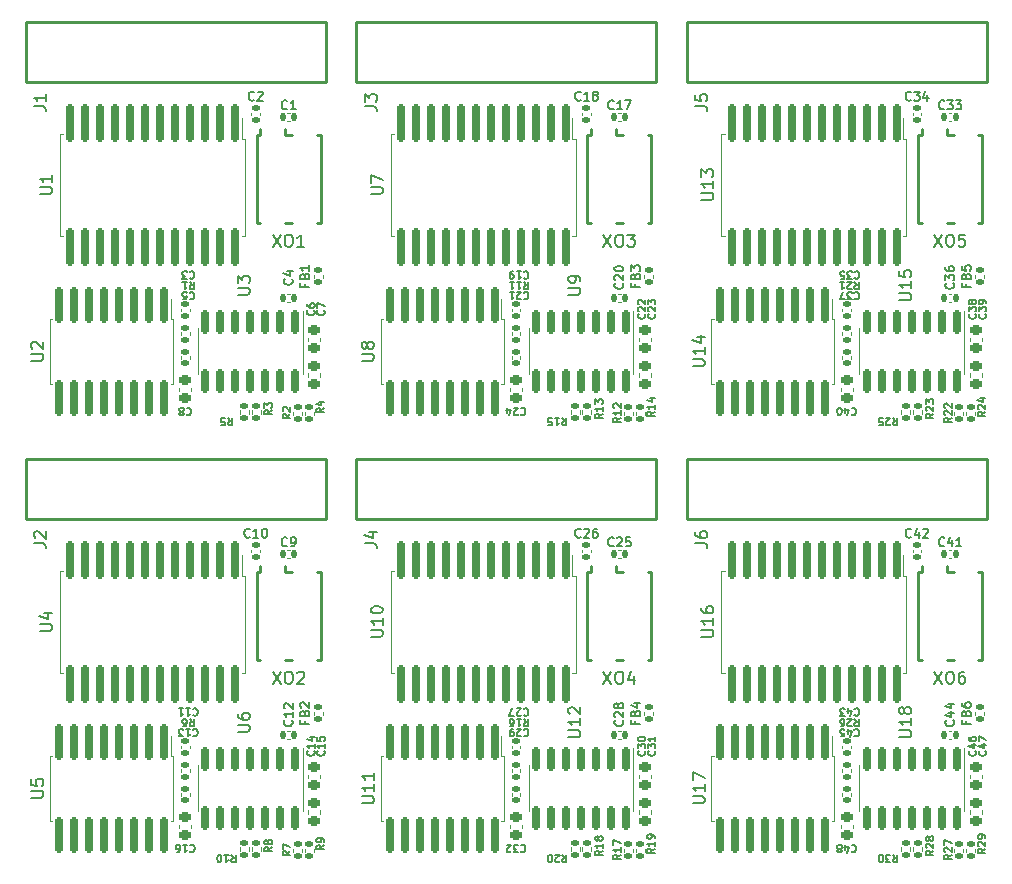
<source format=gto>
G04 #@! TF.GenerationSoftware,KiCad,Pcbnew,8.0.8*
G04 #@! TF.CreationDate,2025-02-10T00:15:00+01:00*
G04 #@! TF.ProjectId,opl3module,6f706c33-6d6f-4647-956c-652e6b696361,1.2*
G04 #@! TF.SameCoordinates,Original*
G04 #@! TF.FileFunction,Legend,Top*
G04 #@! TF.FilePolarity,Positive*
%FSLAX46Y46*%
G04 Gerber Fmt 4.6, Leading zero omitted, Abs format (unit mm)*
G04 Created by KiCad (PCBNEW 8.0.8) date 2025-02-10 00:15:00*
%MOMM*%
%LPD*%
G01*
G04 APERTURE LIST*
G04 Aperture macros list*
%AMRoundRect*
0 Rectangle with rounded corners*
0 $1 Rounding radius*
0 $2 $3 $4 $5 $6 $7 $8 $9 X,Y pos of 4 corners*
0 Add a 4 corners polygon primitive as box body*
4,1,4,$2,$3,$4,$5,$6,$7,$8,$9,$2,$3,0*
0 Add four circle primitives for the rounded corners*
1,1,$1+$1,$2,$3*
1,1,$1+$1,$4,$5*
1,1,$1+$1,$6,$7*
1,1,$1+$1,$8,$9*
0 Add four rect primitives between the rounded corners*
20,1,$1+$1,$2,$3,$4,$5,0*
20,1,$1+$1,$4,$5,$6,$7,0*
20,1,$1+$1,$6,$7,$8,$9,0*
20,1,$1+$1,$8,$9,$2,$3,0*%
G04 Aperture macros list end*
%ADD10C,0.203200*%
%ADD11C,0.127000*%
%ADD12C,0.152400*%
%ADD13C,0.254000*%
%ADD14C,0.120000*%
%ADD15R,1.700000X2.100000*%
%ADD16RoundRect,0.140000X0.170000X-0.140000X0.170000X0.140000X-0.170000X0.140000X-0.170000X-0.140000X0*%
%ADD17RoundRect,0.225000X0.250000X-0.225000X0.250000X0.225000X-0.250000X0.225000X-0.250000X-0.225000X0*%
%ADD18RoundRect,0.135000X-0.185000X0.135000X-0.185000X-0.135000X0.185000X-0.135000X0.185000X0.135000X0*%
%ADD19RoundRect,0.140000X0.140000X0.170000X-0.140000X0.170000X-0.140000X-0.170000X0.140000X-0.170000X0*%
%ADD20C,1.397000*%
%ADD21R,1.397000X1.397000*%
%ADD22RoundRect,0.162500X-0.162500X1.462500X-0.162500X-1.462500X0.162500X-1.462500X0.162500X1.462500X0*%
%ADD23RoundRect,0.162500X-0.162500X1.337500X-0.162500X-1.337500X0.162500X-1.337500X0.162500X1.337500X0*%
%ADD24RoundRect,0.135000X0.185000X-0.135000X0.185000X0.135000X-0.185000X0.135000X-0.185000X-0.135000X0*%
%ADD25RoundRect,0.225000X-0.250000X0.225000X-0.250000X-0.225000X0.250000X-0.225000X0.250000X0.225000X0*%
%ADD26RoundRect,0.150000X-0.150000X0.825000X-0.150000X-0.825000X0.150000X-0.825000X0.150000X0.825000X0*%
%ADD27C,0.500000*%
%ADD28C,2.000000*%
G04 APERTURE END LIST*
D10*
X86145333Y-64443453D02*
X86822667Y-65459453D01*
X86822667Y-64443453D02*
X86145333Y-65459453D01*
X87403238Y-64443453D02*
X87596762Y-64443453D01*
X87596762Y-64443453D02*
X87693524Y-64491834D01*
X87693524Y-64491834D02*
X87790286Y-64588596D01*
X87790286Y-64588596D02*
X87838667Y-64782120D01*
X87838667Y-64782120D02*
X87838667Y-65120787D01*
X87838667Y-65120787D02*
X87790286Y-65314311D01*
X87790286Y-65314311D02*
X87693524Y-65411073D01*
X87693524Y-65411073D02*
X87596762Y-65459453D01*
X87596762Y-65459453D02*
X87403238Y-65459453D01*
X87403238Y-65459453D02*
X87306476Y-65411073D01*
X87306476Y-65411073D02*
X87209714Y-65314311D01*
X87209714Y-65314311D02*
X87161333Y-65120787D01*
X87161333Y-65120787D02*
X87161333Y-64782120D01*
X87161333Y-64782120D02*
X87209714Y-64588596D01*
X87209714Y-64588596D02*
X87306476Y-64491834D01*
X87306476Y-64491834D02*
X87403238Y-64443453D01*
X88709524Y-64443453D02*
X88516000Y-64443453D01*
X88516000Y-64443453D02*
X88419238Y-64491834D01*
X88419238Y-64491834D02*
X88370857Y-64540215D01*
X88370857Y-64540215D02*
X88274095Y-64685358D01*
X88274095Y-64685358D02*
X88225714Y-64878882D01*
X88225714Y-64878882D02*
X88225714Y-65265930D01*
X88225714Y-65265930D02*
X88274095Y-65362692D01*
X88274095Y-65362692D02*
X88322476Y-65411073D01*
X88322476Y-65411073D02*
X88419238Y-65459453D01*
X88419238Y-65459453D02*
X88612762Y-65459453D01*
X88612762Y-65459453D02*
X88709524Y-65411073D01*
X88709524Y-65411073D02*
X88757905Y-65362692D01*
X88757905Y-65362692D02*
X88806286Y-65265930D01*
X88806286Y-65265930D02*
X88806286Y-65024025D01*
X88806286Y-65024025D02*
X88757905Y-64927263D01*
X88757905Y-64927263D02*
X88709524Y-64878882D01*
X88709524Y-64878882D02*
X88612762Y-64830501D01*
X88612762Y-64830501D02*
X88419238Y-64830501D01*
X88419238Y-64830501D02*
X88322476Y-64878882D01*
X88322476Y-64878882D02*
X88274095Y-64927263D01*
X88274095Y-64927263D02*
X88225714Y-65024025D01*
X86145333Y-27443453D02*
X86822667Y-28459453D01*
X86822667Y-27443453D02*
X86145333Y-28459453D01*
X87403238Y-27443453D02*
X87596762Y-27443453D01*
X87596762Y-27443453D02*
X87693524Y-27491834D01*
X87693524Y-27491834D02*
X87790286Y-27588596D01*
X87790286Y-27588596D02*
X87838667Y-27782120D01*
X87838667Y-27782120D02*
X87838667Y-28120787D01*
X87838667Y-28120787D02*
X87790286Y-28314311D01*
X87790286Y-28314311D02*
X87693524Y-28411073D01*
X87693524Y-28411073D02*
X87596762Y-28459453D01*
X87596762Y-28459453D02*
X87403238Y-28459453D01*
X87403238Y-28459453D02*
X87306476Y-28411073D01*
X87306476Y-28411073D02*
X87209714Y-28314311D01*
X87209714Y-28314311D02*
X87161333Y-28120787D01*
X87161333Y-28120787D02*
X87161333Y-27782120D01*
X87161333Y-27782120D02*
X87209714Y-27588596D01*
X87209714Y-27588596D02*
X87306476Y-27491834D01*
X87306476Y-27491834D02*
X87403238Y-27443453D01*
X88757905Y-27443453D02*
X88274095Y-27443453D01*
X88274095Y-27443453D02*
X88225714Y-27927263D01*
X88225714Y-27927263D02*
X88274095Y-27878882D01*
X88274095Y-27878882D02*
X88370857Y-27830501D01*
X88370857Y-27830501D02*
X88612762Y-27830501D01*
X88612762Y-27830501D02*
X88709524Y-27878882D01*
X88709524Y-27878882D02*
X88757905Y-27927263D01*
X88757905Y-27927263D02*
X88806286Y-28024025D01*
X88806286Y-28024025D02*
X88806286Y-28265930D01*
X88806286Y-28265930D02*
X88757905Y-28362692D01*
X88757905Y-28362692D02*
X88709524Y-28411073D01*
X88709524Y-28411073D02*
X88612762Y-28459453D01*
X88612762Y-28459453D02*
X88370857Y-28459453D01*
X88370857Y-28459453D02*
X88274095Y-28411073D01*
X88274095Y-28411073D02*
X88225714Y-28362692D01*
X58145333Y-64443453D02*
X58822667Y-65459453D01*
X58822667Y-64443453D02*
X58145333Y-65459453D01*
X59403238Y-64443453D02*
X59596762Y-64443453D01*
X59596762Y-64443453D02*
X59693524Y-64491834D01*
X59693524Y-64491834D02*
X59790286Y-64588596D01*
X59790286Y-64588596D02*
X59838667Y-64782120D01*
X59838667Y-64782120D02*
X59838667Y-65120787D01*
X59838667Y-65120787D02*
X59790286Y-65314311D01*
X59790286Y-65314311D02*
X59693524Y-65411073D01*
X59693524Y-65411073D02*
X59596762Y-65459453D01*
X59596762Y-65459453D02*
X59403238Y-65459453D01*
X59403238Y-65459453D02*
X59306476Y-65411073D01*
X59306476Y-65411073D02*
X59209714Y-65314311D01*
X59209714Y-65314311D02*
X59161333Y-65120787D01*
X59161333Y-65120787D02*
X59161333Y-64782120D01*
X59161333Y-64782120D02*
X59209714Y-64588596D01*
X59209714Y-64588596D02*
X59306476Y-64491834D01*
X59306476Y-64491834D02*
X59403238Y-64443453D01*
X60709524Y-64782120D02*
X60709524Y-65459453D01*
X60467619Y-64395073D02*
X60225714Y-65120787D01*
X60225714Y-65120787D02*
X60854667Y-65120787D01*
X58145333Y-27443453D02*
X58822667Y-28459453D01*
X58822667Y-27443453D02*
X58145333Y-28459453D01*
X59403238Y-27443453D02*
X59596762Y-27443453D01*
X59596762Y-27443453D02*
X59693524Y-27491834D01*
X59693524Y-27491834D02*
X59790286Y-27588596D01*
X59790286Y-27588596D02*
X59838667Y-27782120D01*
X59838667Y-27782120D02*
X59838667Y-28120787D01*
X59838667Y-28120787D02*
X59790286Y-28314311D01*
X59790286Y-28314311D02*
X59693524Y-28411073D01*
X59693524Y-28411073D02*
X59596762Y-28459453D01*
X59596762Y-28459453D02*
X59403238Y-28459453D01*
X59403238Y-28459453D02*
X59306476Y-28411073D01*
X59306476Y-28411073D02*
X59209714Y-28314311D01*
X59209714Y-28314311D02*
X59161333Y-28120787D01*
X59161333Y-28120787D02*
X59161333Y-27782120D01*
X59161333Y-27782120D02*
X59209714Y-27588596D01*
X59209714Y-27588596D02*
X59306476Y-27491834D01*
X59306476Y-27491834D02*
X59403238Y-27443453D01*
X60177333Y-27443453D02*
X60806286Y-27443453D01*
X60806286Y-27443453D02*
X60467619Y-27830501D01*
X60467619Y-27830501D02*
X60612762Y-27830501D01*
X60612762Y-27830501D02*
X60709524Y-27878882D01*
X60709524Y-27878882D02*
X60757905Y-27927263D01*
X60757905Y-27927263D02*
X60806286Y-28024025D01*
X60806286Y-28024025D02*
X60806286Y-28265930D01*
X60806286Y-28265930D02*
X60757905Y-28362692D01*
X60757905Y-28362692D02*
X60709524Y-28411073D01*
X60709524Y-28411073D02*
X60612762Y-28459453D01*
X60612762Y-28459453D02*
X60322476Y-28459453D01*
X60322476Y-28459453D02*
X60225714Y-28411073D01*
X60225714Y-28411073D02*
X60177333Y-28362692D01*
X30145333Y-64443453D02*
X30822667Y-65459453D01*
X30822667Y-64443453D02*
X30145333Y-65459453D01*
X31403238Y-64443453D02*
X31596762Y-64443453D01*
X31596762Y-64443453D02*
X31693524Y-64491834D01*
X31693524Y-64491834D02*
X31790286Y-64588596D01*
X31790286Y-64588596D02*
X31838667Y-64782120D01*
X31838667Y-64782120D02*
X31838667Y-65120787D01*
X31838667Y-65120787D02*
X31790286Y-65314311D01*
X31790286Y-65314311D02*
X31693524Y-65411073D01*
X31693524Y-65411073D02*
X31596762Y-65459453D01*
X31596762Y-65459453D02*
X31403238Y-65459453D01*
X31403238Y-65459453D02*
X31306476Y-65411073D01*
X31306476Y-65411073D02*
X31209714Y-65314311D01*
X31209714Y-65314311D02*
X31161333Y-65120787D01*
X31161333Y-65120787D02*
X31161333Y-64782120D01*
X31161333Y-64782120D02*
X31209714Y-64588596D01*
X31209714Y-64588596D02*
X31306476Y-64491834D01*
X31306476Y-64491834D02*
X31403238Y-64443453D01*
X32225714Y-64540215D02*
X32274095Y-64491834D01*
X32274095Y-64491834D02*
X32370857Y-64443453D01*
X32370857Y-64443453D02*
X32612762Y-64443453D01*
X32612762Y-64443453D02*
X32709524Y-64491834D01*
X32709524Y-64491834D02*
X32757905Y-64540215D01*
X32757905Y-64540215D02*
X32806286Y-64636977D01*
X32806286Y-64636977D02*
X32806286Y-64733739D01*
X32806286Y-64733739D02*
X32757905Y-64878882D01*
X32757905Y-64878882D02*
X32177333Y-65459453D01*
X32177333Y-65459453D02*
X32806286Y-65459453D01*
X30145333Y-27443453D02*
X30822667Y-28459453D01*
X30822667Y-27443453D02*
X30145333Y-28459453D01*
X31403238Y-27443453D02*
X31596762Y-27443453D01*
X31596762Y-27443453D02*
X31693524Y-27491834D01*
X31693524Y-27491834D02*
X31790286Y-27588596D01*
X31790286Y-27588596D02*
X31838667Y-27782120D01*
X31838667Y-27782120D02*
X31838667Y-28120787D01*
X31838667Y-28120787D02*
X31790286Y-28314311D01*
X31790286Y-28314311D02*
X31693524Y-28411073D01*
X31693524Y-28411073D02*
X31596762Y-28459453D01*
X31596762Y-28459453D02*
X31403238Y-28459453D01*
X31403238Y-28459453D02*
X31306476Y-28411073D01*
X31306476Y-28411073D02*
X31209714Y-28314311D01*
X31209714Y-28314311D02*
X31161333Y-28120787D01*
X31161333Y-28120787D02*
X31161333Y-27782120D01*
X31161333Y-27782120D02*
X31209714Y-27588596D01*
X31209714Y-27588596D02*
X31306476Y-27491834D01*
X31306476Y-27491834D02*
X31403238Y-27443453D01*
X32806286Y-28459453D02*
X32225714Y-28459453D01*
X32516000Y-28459453D02*
X32516000Y-27443453D01*
X32516000Y-27443453D02*
X32419238Y-27588596D01*
X32419238Y-27588596D02*
X32322476Y-27685358D01*
X32322476Y-27685358D02*
X32225714Y-27733739D01*
D11*
X23105833Y-30608317D02*
X23136071Y-30578079D01*
X23136071Y-30578079D02*
X23226785Y-30547840D01*
X23226785Y-30547840D02*
X23287261Y-30547840D01*
X23287261Y-30547840D02*
X23377976Y-30578079D01*
X23377976Y-30578079D02*
X23438452Y-30638555D01*
X23438452Y-30638555D02*
X23468690Y-30699031D01*
X23468690Y-30699031D02*
X23498928Y-30819983D01*
X23498928Y-30819983D02*
X23498928Y-30910698D01*
X23498928Y-30910698D02*
X23468690Y-31031650D01*
X23468690Y-31031650D02*
X23438452Y-31092126D01*
X23438452Y-31092126D02*
X23377976Y-31152602D01*
X23377976Y-31152602D02*
X23287261Y-31182840D01*
X23287261Y-31182840D02*
X23226785Y-31182840D01*
X23226785Y-31182840D02*
X23136071Y-31152602D01*
X23136071Y-31152602D02*
X23105833Y-31122364D01*
X22894166Y-31182840D02*
X22501071Y-31182840D01*
X22501071Y-31182840D02*
X22712738Y-30940936D01*
X22712738Y-30940936D02*
X22622023Y-30940936D01*
X22622023Y-30940936D02*
X22561547Y-30910698D01*
X22561547Y-30910698D02*
X22531309Y-30880459D01*
X22531309Y-30880459D02*
X22501071Y-30819983D01*
X22501071Y-30819983D02*
X22501071Y-30668793D01*
X22501071Y-30668793D02*
X22531309Y-30608317D01*
X22531309Y-30608317D02*
X22561547Y-30578079D01*
X22561547Y-30578079D02*
X22622023Y-30547840D01*
X22622023Y-30547840D02*
X22803452Y-30547840D01*
X22803452Y-30547840D02*
X22863928Y-30578079D01*
X22863928Y-30578079D02*
X22894166Y-30608317D01*
X79158214Y-79158317D02*
X79188452Y-79128079D01*
X79188452Y-79128079D02*
X79279166Y-79097840D01*
X79279166Y-79097840D02*
X79339642Y-79097840D01*
X79339642Y-79097840D02*
X79430357Y-79128079D01*
X79430357Y-79128079D02*
X79490833Y-79188555D01*
X79490833Y-79188555D02*
X79521071Y-79249031D01*
X79521071Y-79249031D02*
X79551309Y-79369983D01*
X79551309Y-79369983D02*
X79551309Y-79460698D01*
X79551309Y-79460698D02*
X79521071Y-79581650D01*
X79521071Y-79581650D02*
X79490833Y-79642126D01*
X79490833Y-79642126D02*
X79430357Y-79702602D01*
X79430357Y-79702602D02*
X79339642Y-79732840D01*
X79339642Y-79732840D02*
X79279166Y-79732840D01*
X79279166Y-79732840D02*
X79188452Y-79702602D01*
X79188452Y-79702602D02*
X79158214Y-79672364D01*
X78613928Y-79521174D02*
X78613928Y-79097840D01*
X78765119Y-79763079D02*
X78916309Y-79309507D01*
X78916309Y-79309507D02*
X78523214Y-79309507D01*
X78190595Y-79460698D02*
X78251071Y-79490936D01*
X78251071Y-79490936D02*
X78281309Y-79521174D01*
X78281309Y-79521174D02*
X78311547Y-79581650D01*
X78311547Y-79581650D02*
X78311547Y-79611888D01*
X78311547Y-79611888D02*
X78281309Y-79672364D01*
X78281309Y-79672364D02*
X78251071Y-79702602D01*
X78251071Y-79702602D02*
X78190595Y-79732840D01*
X78190595Y-79732840D02*
X78069642Y-79732840D01*
X78069642Y-79732840D02*
X78009166Y-79702602D01*
X78009166Y-79702602D02*
X77978928Y-79672364D01*
X77978928Y-79672364D02*
X77948690Y-79611888D01*
X77948690Y-79611888D02*
X77948690Y-79581650D01*
X77948690Y-79581650D02*
X77978928Y-79521174D01*
X77978928Y-79521174D02*
X78009166Y-79490936D01*
X78009166Y-79490936D02*
X78069642Y-79460698D01*
X78069642Y-79460698D02*
X78190595Y-79460698D01*
X78190595Y-79460698D02*
X78251071Y-79430459D01*
X78251071Y-79430459D02*
X78281309Y-79400221D01*
X78281309Y-79400221D02*
X78311547Y-79339745D01*
X78311547Y-79339745D02*
X78311547Y-79218793D01*
X78311547Y-79218793D02*
X78281309Y-79158317D01*
X78281309Y-79158317D02*
X78251071Y-79128079D01*
X78251071Y-79128079D02*
X78190595Y-79097840D01*
X78190595Y-79097840D02*
X78069642Y-79097840D01*
X78069642Y-79097840D02*
X78009166Y-79128079D01*
X78009166Y-79128079D02*
X77978928Y-79158317D01*
X77978928Y-79158317D02*
X77948690Y-79218793D01*
X77948690Y-79218793D02*
X77948690Y-79339745D01*
X77948690Y-79339745D02*
X77978928Y-79400221D01*
X77978928Y-79400221D02*
X78009166Y-79430459D01*
X78009166Y-79430459D02*
X78069642Y-79460698D01*
X90487159Y-42443214D02*
X90184778Y-42654881D01*
X90487159Y-42806071D02*
X89852159Y-42806071D01*
X89852159Y-42806071D02*
X89852159Y-42564166D01*
X89852159Y-42564166D02*
X89882397Y-42503690D01*
X89882397Y-42503690D02*
X89912635Y-42473452D01*
X89912635Y-42473452D02*
X89973111Y-42443214D01*
X89973111Y-42443214D02*
X90063825Y-42443214D01*
X90063825Y-42443214D02*
X90124301Y-42473452D01*
X90124301Y-42473452D02*
X90154540Y-42503690D01*
X90154540Y-42503690D02*
X90184778Y-42564166D01*
X90184778Y-42564166D02*
X90184778Y-42806071D01*
X89912635Y-42201309D02*
X89882397Y-42171071D01*
X89882397Y-42171071D02*
X89852159Y-42110595D01*
X89852159Y-42110595D02*
X89852159Y-41959404D01*
X89852159Y-41959404D02*
X89882397Y-41898928D01*
X89882397Y-41898928D02*
X89912635Y-41868690D01*
X89912635Y-41868690D02*
X89973111Y-41838452D01*
X89973111Y-41838452D02*
X90033587Y-41838452D01*
X90033587Y-41838452D02*
X90124301Y-41868690D01*
X90124301Y-41868690D02*
X90487159Y-42231547D01*
X90487159Y-42231547D02*
X90487159Y-41838452D01*
X90063825Y-41294166D02*
X90487159Y-41294166D01*
X89821921Y-41445357D02*
X90275492Y-41596547D01*
X90275492Y-41596547D02*
X90275492Y-41203452D01*
D12*
X84210143Y-53022019D02*
X84173857Y-53058305D01*
X84173857Y-53058305D02*
X84065000Y-53094590D01*
X84065000Y-53094590D02*
X83992428Y-53094590D01*
X83992428Y-53094590D02*
X83883571Y-53058305D01*
X83883571Y-53058305D02*
X83811000Y-52985733D01*
X83811000Y-52985733D02*
X83774714Y-52913162D01*
X83774714Y-52913162D02*
X83738428Y-52768019D01*
X83738428Y-52768019D02*
X83738428Y-52659162D01*
X83738428Y-52659162D02*
X83774714Y-52514019D01*
X83774714Y-52514019D02*
X83811000Y-52441447D01*
X83811000Y-52441447D02*
X83883571Y-52368876D01*
X83883571Y-52368876D02*
X83992428Y-52332590D01*
X83992428Y-52332590D02*
X84065000Y-52332590D01*
X84065000Y-52332590D02*
X84173857Y-52368876D01*
X84173857Y-52368876D02*
X84210143Y-52405162D01*
X84863286Y-52586590D02*
X84863286Y-53094590D01*
X84681857Y-52296305D02*
X84500428Y-52840590D01*
X84500428Y-52840590D02*
X84972143Y-52840590D01*
X85226142Y-52405162D02*
X85262428Y-52368876D01*
X85262428Y-52368876D02*
X85335000Y-52332590D01*
X85335000Y-52332590D02*
X85516428Y-52332590D01*
X85516428Y-52332590D02*
X85589000Y-52368876D01*
X85589000Y-52368876D02*
X85625285Y-52405162D01*
X85625285Y-52405162D02*
X85661571Y-52477733D01*
X85661571Y-52477733D02*
X85661571Y-52550305D01*
X85661571Y-52550305D02*
X85625285Y-52659162D01*
X85625285Y-52659162D02*
X85189857Y-53094590D01*
X85189857Y-53094590D02*
X85661571Y-53094590D01*
D11*
X23158214Y-79158317D02*
X23188452Y-79128079D01*
X23188452Y-79128079D02*
X23279166Y-79097840D01*
X23279166Y-79097840D02*
X23339642Y-79097840D01*
X23339642Y-79097840D02*
X23430357Y-79128079D01*
X23430357Y-79128079D02*
X23490833Y-79188555D01*
X23490833Y-79188555D02*
X23521071Y-79249031D01*
X23521071Y-79249031D02*
X23551309Y-79369983D01*
X23551309Y-79369983D02*
X23551309Y-79460698D01*
X23551309Y-79460698D02*
X23521071Y-79581650D01*
X23521071Y-79581650D02*
X23490833Y-79642126D01*
X23490833Y-79642126D02*
X23430357Y-79702602D01*
X23430357Y-79702602D02*
X23339642Y-79732840D01*
X23339642Y-79732840D02*
X23279166Y-79732840D01*
X23279166Y-79732840D02*
X23188452Y-79702602D01*
X23188452Y-79702602D02*
X23158214Y-79672364D01*
X22553452Y-79097840D02*
X22916309Y-79097840D01*
X22734881Y-79097840D02*
X22734881Y-79732840D01*
X22734881Y-79732840D02*
X22795357Y-79642126D01*
X22795357Y-79642126D02*
X22855833Y-79581650D01*
X22855833Y-79581650D02*
X22916309Y-79551412D01*
X22009166Y-79732840D02*
X22130119Y-79732840D01*
X22130119Y-79732840D02*
X22190595Y-79702602D01*
X22190595Y-79702602D02*
X22220833Y-79672364D01*
X22220833Y-79672364D02*
X22281309Y-79581650D01*
X22281309Y-79581650D02*
X22311547Y-79460698D01*
X22311547Y-79460698D02*
X22311547Y-79218793D01*
X22311547Y-79218793D02*
X22281309Y-79158317D01*
X22281309Y-79158317D02*
X22251071Y-79128079D01*
X22251071Y-79128079D02*
X22190595Y-79097840D01*
X22190595Y-79097840D02*
X22069642Y-79097840D01*
X22069642Y-79097840D02*
X22009166Y-79128079D01*
X22009166Y-79128079D02*
X21978928Y-79158317D01*
X21978928Y-79158317D02*
X21948690Y-79218793D01*
X21948690Y-79218793D02*
X21948690Y-79369983D01*
X21948690Y-79369983D02*
X21978928Y-79430459D01*
X21978928Y-79430459D02*
X22009166Y-79460698D01*
X22009166Y-79460698D02*
X22069642Y-79490936D01*
X22069642Y-79490936D02*
X22190595Y-79490936D01*
X22190595Y-79490936D02*
X22251071Y-79460698D01*
X22251071Y-79460698D02*
X22281309Y-79430459D01*
X22281309Y-79430459D02*
X22311547Y-79369983D01*
X90487159Y-79443214D02*
X90184778Y-79654881D01*
X90487159Y-79806071D02*
X89852159Y-79806071D01*
X89852159Y-79806071D02*
X89852159Y-79564166D01*
X89852159Y-79564166D02*
X89882397Y-79503690D01*
X89882397Y-79503690D02*
X89912635Y-79473452D01*
X89912635Y-79473452D02*
X89973111Y-79443214D01*
X89973111Y-79443214D02*
X90063825Y-79443214D01*
X90063825Y-79443214D02*
X90124301Y-79473452D01*
X90124301Y-79473452D02*
X90154540Y-79503690D01*
X90154540Y-79503690D02*
X90184778Y-79564166D01*
X90184778Y-79564166D02*
X90184778Y-79806071D01*
X89912635Y-79201309D02*
X89882397Y-79171071D01*
X89882397Y-79171071D02*
X89852159Y-79110595D01*
X89852159Y-79110595D02*
X89852159Y-78959404D01*
X89852159Y-78959404D02*
X89882397Y-78898928D01*
X89882397Y-78898928D02*
X89912635Y-78868690D01*
X89912635Y-78868690D02*
X89973111Y-78838452D01*
X89973111Y-78838452D02*
X90033587Y-78838452D01*
X90033587Y-78838452D02*
X90124301Y-78868690D01*
X90124301Y-78868690D02*
X90487159Y-79231547D01*
X90487159Y-79231547D02*
X90487159Y-78838452D01*
X90487159Y-78536071D02*
X90487159Y-78415119D01*
X90487159Y-78415119D02*
X90456921Y-78354642D01*
X90456921Y-78354642D02*
X90426682Y-78324404D01*
X90426682Y-78324404D02*
X90335968Y-78263928D01*
X90335968Y-78263928D02*
X90215016Y-78233690D01*
X90215016Y-78233690D02*
X89973111Y-78233690D01*
X89973111Y-78233690D02*
X89912635Y-78263928D01*
X89912635Y-78263928D02*
X89882397Y-78294166D01*
X89882397Y-78294166D02*
X89852159Y-78354642D01*
X89852159Y-78354642D02*
X89852159Y-78475595D01*
X89852159Y-78475595D02*
X89882397Y-78536071D01*
X89882397Y-78536071D02*
X89912635Y-78566309D01*
X89912635Y-78566309D02*
X89973111Y-78596547D01*
X89973111Y-78596547D02*
X90124301Y-78596547D01*
X90124301Y-78596547D02*
X90184778Y-78566309D01*
X90184778Y-78566309D02*
X90215016Y-78536071D01*
X90215016Y-78536071D02*
X90245254Y-78475595D01*
X90245254Y-78475595D02*
X90245254Y-78354642D01*
X90245254Y-78354642D02*
X90215016Y-78294166D01*
X90215016Y-78294166D02*
X90184778Y-78263928D01*
X90184778Y-78263928D02*
X90124301Y-78233690D01*
X90486682Y-34168214D02*
X90516921Y-34198452D01*
X90516921Y-34198452D02*
X90547159Y-34289166D01*
X90547159Y-34289166D02*
X90547159Y-34349642D01*
X90547159Y-34349642D02*
X90516921Y-34440357D01*
X90516921Y-34440357D02*
X90456444Y-34500833D01*
X90456444Y-34500833D02*
X90395968Y-34531071D01*
X90395968Y-34531071D02*
X90275016Y-34561309D01*
X90275016Y-34561309D02*
X90184301Y-34561309D01*
X90184301Y-34561309D02*
X90063349Y-34531071D01*
X90063349Y-34531071D02*
X90002873Y-34500833D01*
X90002873Y-34500833D02*
X89942397Y-34440357D01*
X89942397Y-34440357D02*
X89912159Y-34349642D01*
X89912159Y-34349642D02*
X89912159Y-34289166D01*
X89912159Y-34289166D02*
X89942397Y-34198452D01*
X89942397Y-34198452D02*
X89972635Y-34168214D01*
X89912159Y-33956547D02*
X89912159Y-33563452D01*
X89912159Y-33563452D02*
X90154063Y-33775119D01*
X90154063Y-33775119D02*
X90154063Y-33684404D01*
X90154063Y-33684404D02*
X90184301Y-33623928D01*
X90184301Y-33623928D02*
X90214540Y-33593690D01*
X90214540Y-33593690D02*
X90275016Y-33563452D01*
X90275016Y-33563452D02*
X90426206Y-33563452D01*
X90426206Y-33563452D02*
X90486682Y-33593690D01*
X90486682Y-33593690D02*
X90516921Y-33623928D01*
X90516921Y-33623928D02*
X90547159Y-33684404D01*
X90547159Y-33684404D02*
X90547159Y-33865833D01*
X90547159Y-33865833D02*
X90516921Y-33926309D01*
X90516921Y-33926309D02*
X90486682Y-33956547D01*
X90547159Y-33261071D02*
X90547159Y-33140119D01*
X90547159Y-33140119D02*
X90516921Y-33079642D01*
X90516921Y-33079642D02*
X90486682Y-33049404D01*
X90486682Y-33049404D02*
X90395968Y-32988928D01*
X90395968Y-32988928D02*
X90275016Y-32958690D01*
X90275016Y-32958690D02*
X90033111Y-32958690D01*
X90033111Y-32958690D02*
X89972635Y-32988928D01*
X89972635Y-32988928D02*
X89942397Y-33019166D01*
X89942397Y-33019166D02*
X89912159Y-33079642D01*
X89912159Y-33079642D02*
X89912159Y-33200595D01*
X89912159Y-33200595D02*
X89942397Y-33261071D01*
X89942397Y-33261071D02*
X89972635Y-33291309D01*
X89972635Y-33291309D02*
X90033111Y-33321547D01*
X90033111Y-33321547D02*
X90184301Y-33321547D01*
X90184301Y-33321547D02*
X90244778Y-33291309D01*
X90244778Y-33291309D02*
X90275016Y-33261071D01*
X90275016Y-33261071D02*
X90305254Y-33200595D01*
X90305254Y-33200595D02*
X90305254Y-33079642D01*
X90305254Y-33079642D02*
X90275016Y-33019166D01*
X90275016Y-33019166D02*
X90244778Y-32988928D01*
X90244778Y-32988928D02*
X90184301Y-32958690D01*
D12*
X59772019Y-31574856D02*
X59808305Y-31611142D01*
X59808305Y-31611142D02*
X59844590Y-31719999D01*
X59844590Y-31719999D02*
X59844590Y-31792571D01*
X59844590Y-31792571D02*
X59808305Y-31901428D01*
X59808305Y-31901428D02*
X59735733Y-31973999D01*
X59735733Y-31973999D02*
X59663162Y-32010285D01*
X59663162Y-32010285D02*
X59518019Y-32046571D01*
X59518019Y-32046571D02*
X59409162Y-32046571D01*
X59409162Y-32046571D02*
X59264019Y-32010285D01*
X59264019Y-32010285D02*
X59191447Y-31973999D01*
X59191447Y-31973999D02*
X59118876Y-31901428D01*
X59118876Y-31901428D02*
X59082590Y-31792571D01*
X59082590Y-31792571D02*
X59082590Y-31719999D01*
X59082590Y-31719999D02*
X59118876Y-31611142D01*
X59118876Y-31611142D02*
X59155162Y-31574856D01*
X59155162Y-31284571D02*
X59118876Y-31248285D01*
X59118876Y-31248285D02*
X59082590Y-31175714D01*
X59082590Y-31175714D02*
X59082590Y-30994285D01*
X59082590Y-30994285D02*
X59118876Y-30921714D01*
X59118876Y-30921714D02*
X59155162Y-30885428D01*
X59155162Y-30885428D02*
X59227733Y-30849142D01*
X59227733Y-30849142D02*
X59300305Y-30849142D01*
X59300305Y-30849142D02*
X59409162Y-30885428D01*
X59409162Y-30885428D02*
X59844590Y-31320856D01*
X59844590Y-31320856D02*
X59844590Y-30849142D01*
X59082590Y-30377428D02*
X59082590Y-30304857D01*
X59082590Y-30304857D02*
X59118876Y-30232285D01*
X59118876Y-30232285D02*
X59155162Y-30196000D01*
X59155162Y-30196000D02*
X59227733Y-30159714D01*
X59227733Y-30159714D02*
X59372876Y-30123428D01*
X59372876Y-30123428D02*
X59554305Y-30123428D01*
X59554305Y-30123428D02*
X59699447Y-30159714D01*
X59699447Y-30159714D02*
X59772019Y-30196000D01*
X59772019Y-30196000D02*
X59808305Y-30232285D01*
X59808305Y-30232285D02*
X59844590Y-30304857D01*
X59844590Y-30304857D02*
X59844590Y-30377428D01*
X59844590Y-30377428D02*
X59808305Y-30450000D01*
X59808305Y-30450000D02*
X59772019Y-30486285D01*
X59772019Y-30486285D02*
X59699447Y-30522571D01*
X59699447Y-30522571D02*
X59554305Y-30558857D01*
X59554305Y-30558857D02*
X59372876Y-30558857D01*
X59372876Y-30558857D02*
X59227733Y-30522571D01*
X59227733Y-30522571D02*
X59155162Y-30486285D01*
X59155162Y-30486285D02*
X59118876Y-30450000D01*
X59118876Y-30450000D02*
X59082590Y-30377428D01*
D11*
X62486682Y-34168214D02*
X62516921Y-34198452D01*
X62516921Y-34198452D02*
X62547159Y-34289166D01*
X62547159Y-34289166D02*
X62547159Y-34349642D01*
X62547159Y-34349642D02*
X62516921Y-34440357D01*
X62516921Y-34440357D02*
X62456444Y-34500833D01*
X62456444Y-34500833D02*
X62395968Y-34531071D01*
X62395968Y-34531071D02*
X62275016Y-34561309D01*
X62275016Y-34561309D02*
X62184301Y-34561309D01*
X62184301Y-34561309D02*
X62063349Y-34531071D01*
X62063349Y-34531071D02*
X62002873Y-34500833D01*
X62002873Y-34500833D02*
X61942397Y-34440357D01*
X61942397Y-34440357D02*
X61912159Y-34349642D01*
X61912159Y-34349642D02*
X61912159Y-34289166D01*
X61912159Y-34289166D02*
X61942397Y-34198452D01*
X61942397Y-34198452D02*
X61972635Y-34168214D01*
X61972635Y-33926309D02*
X61942397Y-33896071D01*
X61942397Y-33896071D02*
X61912159Y-33835595D01*
X61912159Y-33835595D02*
X61912159Y-33684404D01*
X61912159Y-33684404D02*
X61942397Y-33623928D01*
X61942397Y-33623928D02*
X61972635Y-33593690D01*
X61972635Y-33593690D02*
X62033111Y-33563452D01*
X62033111Y-33563452D02*
X62093587Y-33563452D01*
X62093587Y-33563452D02*
X62184301Y-33593690D01*
X62184301Y-33593690D02*
X62547159Y-33956547D01*
X62547159Y-33956547D02*
X62547159Y-33563452D01*
X61912159Y-33351785D02*
X61912159Y-32958690D01*
X61912159Y-32958690D02*
X62154063Y-33170357D01*
X62154063Y-33170357D02*
X62154063Y-33079642D01*
X62154063Y-33079642D02*
X62184301Y-33019166D01*
X62184301Y-33019166D02*
X62214540Y-32988928D01*
X62214540Y-32988928D02*
X62275016Y-32958690D01*
X62275016Y-32958690D02*
X62426206Y-32958690D01*
X62426206Y-32958690D02*
X62486682Y-32988928D01*
X62486682Y-32988928D02*
X62516921Y-33019166D01*
X62516921Y-33019166D02*
X62547159Y-33079642D01*
X62547159Y-33079642D02*
X62547159Y-33261071D01*
X62547159Y-33261071D02*
X62516921Y-33321547D01*
X62516921Y-33321547D02*
X62486682Y-33351785D01*
D10*
X9943453Y-53568666D02*
X10669168Y-53568666D01*
X10669168Y-53568666D02*
X10814311Y-53617047D01*
X10814311Y-53617047D02*
X10911073Y-53713809D01*
X10911073Y-53713809D02*
X10959453Y-53858952D01*
X10959453Y-53858952D02*
X10959453Y-53955714D01*
X10040215Y-53133238D02*
X9991834Y-53084857D01*
X9991834Y-53084857D02*
X9943453Y-52988095D01*
X9943453Y-52988095D02*
X9943453Y-52746190D01*
X9943453Y-52746190D02*
X9991834Y-52649428D01*
X9991834Y-52649428D02*
X10040215Y-52601047D01*
X10040215Y-52601047D02*
X10136977Y-52552666D01*
X10136977Y-52552666D02*
X10233739Y-52552666D01*
X10233739Y-52552666D02*
X10378882Y-52601047D01*
X10378882Y-52601047D02*
X10959453Y-53181619D01*
X10959453Y-53181619D02*
X10959453Y-52552666D01*
X38443453Y-61487904D02*
X39265930Y-61487904D01*
X39265930Y-61487904D02*
X39362692Y-61439523D01*
X39362692Y-61439523D02*
X39411073Y-61391142D01*
X39411073Y-61391142D02*
X39459453Y-61294380D01*
X39459453Y-61294380D02*
X39459453Y-61100856D01*
X39459453Y-61100856D02*
X39411073Y-61004094D01*
X39411073Y-61004094D02*
X39362692Y-60955713D01*
X39362692Y-60955713D02*
X39265930Y-60907332D01*
X39265930Y-60907332D02*
X38443453Y-60907332D01*
X39459453Y-59891332D02*
X39459453Y-60471904D01*
X39459453Y-60181618D02*
X38443453Y-60181618D01*
X38443453Y-60181618D02*
X38588596Y-60278380D01*
X38588596Y-60278380D02*
X38685358Y-60375142D01*
X38685358Y-60375142D02*
X38733739Y-60471904D01*
X38443453Y-59262380D02*
X38443453Y-59165618D01*
X38443453Y-59165618D02*
X38491834Y-59068856D01*
X38491834Y-59068856D02*
X38540215Y-59020475D01*
X38540215Y-59020475D02*
X38636977Y-58972094D01*
X38636977Y-58972094D02*
X38830501Y-58923713D01*
X38830501Y-58923713D02*
X39072406Y-58923713D01*
X39072406Y-58923713D02*
X39265930Y-58972094D01*
X39265930Y-58972094D02*
X39362692Y-59020475D01*
X39362692Y-59020475D02*
X39411073Y-59068856D01*
X39411073Y-59068856D02*
X39459453Y-59165618D01*
X39459453Y-59165618D02*
X39459453Y-59262380D01*
X39459453Y-59262380D02*
X39411073Y-59359142D01*
X39411073Y-59359142D02*
X39362692Y-59407523D01*
X39362692Y-59407523D02*
X39265930Y-59455904D01*
X39265930Y-59455904D02*
X39072406Y-59504285D01*
X39072406Y-59504285D02*
X38830501Y-59504285D01*
X38830501Y-59504285D02*
X38636977Y-59455904D01*
X38636977Y-59455904D02*
X38540215Y-59407523D01*
X38540215Y-59407523D02*
X38491834Y-59359142D01*
X38491834Y-59359142D02*
X38443453Y-59262380D01*
D11*
X23408214Y-67608317D02*
X23438452Y-67578079D01*
X23438452Y-67578079D02*
X23529166Y-67547840D01*
X23529166Y-67547840D02*
X23589642Y-67547840D01*
X23589642Y-67547840D02*
X23680357Y-67578079D01*
X23680357Y-67578079D02*
X23740833Y-67638555D01*
X23740833Y-67638555D02*
X23771071Y-67699031D01*
X23771071Y-67699031D02*
X23801309Y-67819983D01*
X23801309Y-67819983D02*
X23801309Y-67910698D01*
X23801309Y-67910698D02*
X23771071Y-68031650D01*
X23771071Y-68031650D02*
X23740833Y-68092126D01*
X23740833Y-68092126D02*
X23680357Y-68152602D01*
X23680357Y-68152602D02*
X23589642Y-68182840D01*
X23589642Y-68182840D02*
X23529166Y-68182840D01*
X23529166Y-68182840D02*
X23438452Y-68152602D01*
X23438452Y-68152602D02*
X23408214Y-68122364D01*
X22803452Y-67547840D02*
X23166309Y-67547840D01*
X22984881Y-67547840D02*
X22984881Y-68182840D01*
X22984881Y-68182840D02*
X23045357Y-68092126D01*
X23045357Y-68092126D02*
X23105833Y-68031650D01*
X23105833Y-68031650D02*
X23166309Y-68001412D01*
X22198690Y-67547840D02*
X22561547Y-67547840D01*
X22380119Y-67547840D02*
X22380119Y-68182840D01*
X22380119Y-68182840D02*
X22440595Y-68092126D01*
X22440595Y-68092126D02*
X22501071Y-68031650D01*
X22501071Y-68031650D02*
X22561547Y-68001412D01*
X79408214Y-69358317D02*
X79438452Y-69328079D01*
X79438452Y-69328079D02*
X79529166Y-69297840D01*
X79529166Y-69297840D02*
X79589642Y-69297840D01*
X79589642Y-69297840D02*
X79680357Y-69328079D01*
X79680357Y-69328079D02*
X79740833Y-69388555D01*
X79740833Y-69388555D02*
X79771071Y-69449031D01*
X79771071Y-69449031D02*
X79801309Y-69569983D01*
X79801309Y-69569983D02*
X79801309Y-69660698D01*
X79801309Y-69660698D02*
X79771071Y-69781650D01*
X79771071Y-69781650D02*
X79740833Y-69842126D01*
X79740833Y-69842126D02*
X79680357Y-69902602D01*
X79680357Y-69902602D02*
X79589642Y-69932840D01*
X79589642Y-69932840D02*
X79529166Y-69932840D01*
X79529166Y-69932840D02*
X79438452Y-69902602D01*
X79438452Y-69902602D02*
X79408214Y-69872364D01*
X78863928Y-69721174D02*
X78863928Y-69297840D01*
X79015119Y-69963079D02*
X79166309Y-69509507D01*
X79166309Y-69509507D02*
X78773214Y-69509507D01*
X78228928Y-69932840D02*
X78531309Y-69932840D01*
X78531309Y-69932840D02*
X78561547Y-69630459D01*
X78561547Y-69630459D02*
X78531309Y-69660698D01*
X78531309Y-69660698D02*
X78470833Y-69690936D01*
X78470833Y-69690936D02*
X78319642Y-69690936D01*
X78319642Y-69690936D02*
X78259166Y-69660698D01*
X78259166Y-69660698D02*
X78228928Y-69630459D01*
X78228928Y-69630459D02*
X78198690Y-69569983D01*
X78198690Y-69569983D02*
X78198690Y-69418793D01*
X78198690Y-69418793D02*
X78228928Y-69358317D01*
X78228928Y-69358317D02*
X78259166Y-69328079D01*
X78259166Y-69328079D02*
X78319642Y-69297840D01*
X78319642Y-69297840D02*
X78470833Y-69297840D01*
X78470833Y-69297840D02*
X78531309Y-69328079D01*
X78531309Y-69328079D02*
X78561547Y-69358317D01*
X34487159Y-42140833D02*
X34184778Y-42352500D01*
X34487159Y-42503690D02*
X33852159Y-42503690D01*
X33852159Y-42503690D02*
X33852159Y-42261785D01*
X33852159Y-42261785D02*
X33882397Y-42201309D01*
X33882397Y-42201309D02*
X33912635Y-42171071D01*
X33912635Y-42171071D02*
X33973111Y-42140833D01*
X33973111Y-42140833D02*
X34063825Y-42140833D01*
X34063825Y-42140833D02*
X34124301Y-42171071D01*
X34124301Y-42171071D02*
X34154540Y-42201309D01*
X34154540Y-42201309D02*
X34184778Y-42261785D01*
X34184778Y-42261785D02*
X34184778Y-42503690D01*
X34063825Y-41596547D02*
X34487159Y-41596547D01*
X33821921Y-41747738D02*
X34275492Y-41898928D01*
X34275492Y-41898928D02*
X34275492Y-41505833D01*
D12*
X59010143Y-16772019D02*
X58973857Y-16808305D01*
X58973857Y-16808305D02*
X58865000Y-16844590D01*
X58865000Y-16844590D02*
X58792428Y-16844590D01*
X58792428Y-16844590D02*
X58683571Y-16808305D01*
X58683571Y-16808305D02*
X58611000Y-16735733D01*
X58611000Y-16735733D02*
X58574714Y-16663162D01*
X58574714Y-16663162D02*
X58538428Y-16518019D01*
X58538428Y-16518019D02*
X58538428Y-16409162D01*
X58538428Y-16409162D02*
X58574714Y-16264019D01*
X58574714Y-16264019D02*
X58611000Y-16191447D01*
X58611000Y-16191447D02*
X58683571Y-16118876D01*
X58683571Y-16118876D02*
X58792428Y-16082590D01*
X58792428Y-16082590D02*
X58865000Y-16082590D01*
X58865000Y-16082590D02*
X58973857Y-16118876D01*
X58973857Y-16118876D02*
X59010143Y-16155162D01*
X59735857Y-16844590D02*
X59300428Y-16844590D01*
X59518143Y-16844590D02*
X59518143Y-16082590D01*
X59518143Y-16082590D02*
X59445571Y-16191447D01*
X59445571Y-16191447D02*
X59373000Y-16264019D01*
X59373000Y-16264019D02*
X59300428Y-16300305D01*
X59989857Y-16082590D02*
X60497857Y-16082590D01*
X60497857Y-16082590D02*
X60171285Y-16844590D01*
X56210143Y-53022019D02*
X56173857Y-53058305D01*
X56173857Y-53058305D02*
X56065000Y-53094590D01*
X56065000Y-53094590D02*
X55992428Y-53094590D01*
X55992428Y-53094590D02*
X55883571Y-53058305D01*
X55883571Y-53058305D02*
X55811000Y-52985733D01*
X55811000Y-52985733D02*
X55774714Y-52913162D01*
X55774714Y-52913162D02*
X55738428Y-52768019D01*
X55738428Y-52768019D02*
X55738428Y-52659162D01*
X55738428Y-52659162D02*
X55774714Y-52514019D01*
X55774714Y-52514019D02*
X55811000Y-52441447D01*
X55811000Y-52441447D02*
X55883571Y-52368876D01*
X55883571Y-52368876D02*
X55992428Y-52332590D01*
X55992428Y-52332590D02*
X56065000Y-52332590D01*
X56065000Y-52332590D02*
X56173857Y-52368876D01*
X56173857Y-52368876D02*
X56210143Y-52405162D01*
X56500428Y-52405162D02*
X56536714Y-52368876D01*
X56536714Y-52368876D02*
X56609286Y-52332590D01*
X56609286Y-52332590D02*
X56790714Y-52332590D01*
X56790714Y-52332590D02*
X56863286Y-52368876D01*
X56863286Y-52368876D02*
X56899571Y-52405162D01*
X56899571Y-52405162D02*
X56935857Y-52477733D01*
X56935857Y-52477733D02*
X56935857Y-52550305D01*
X56935857Y-52550305D02*
X56899571Y-52659162D01*
X56899571Y-52659162D02*
X56464143Y-53094590D01*
X56464143Y-53094590D02*
X56935857Y-53094590D01*
X57589000Y-52332590D02*
X57443857Y-52332590D01*
X57443857Y-52332590D02*
X57371285Y-52368876D01*
X57371285Y-52368876D02*
X57335000Y-52405162D01*
X57335000Y-52405162D02*
X57262428Y-52514019D01*
X57262428Y-52514019D02*
X57226142Y-52659162D01*
X57226142Y-52659162D02*
X57226142Y-52949447D01*
X57226142Y-52949447D02*
X57262428Y-53022019D01*
X57262428Y-53022019D02*
X57298714Y-53058305D01*
X57298714Y-53058305D02*
X57371285Y-53094590D01*
X57371285Y-53094590D02*
X57516428Y-53094590D01*
X57516428Y-53094590D02*
X57589000Y-53058305D01*
X57589000Y-53058305D02*
X57625285Y-53022019D01*
X57625285Y-53022019D02*
X57661571Y-52949447D01*
X57661571Y-52949447D02*
X57661571Y-52768019D01*
X57661571Y-52768019D02*
X57625285Y-52695447D01*
X57625285Y-52695447D02*
X57589000Y-52659162D01*
X57589000Y-52659162D02*
X57516428Y-52622876D01*
X57516428Y-52622876D02*
X57371285Y-52622876D01*
X57371285Y-52622876D02*
X57298714Y-52659162D01*
X57298714Y-52659162D02*
X57262428Y-52695447D01*
X57262428Y-52695447D02*
X57226142Y-52768019D01*
D11*
X62487159Y-79443214D02*
X62184778Y-79654881D01*
X62487159Y-79806071D02*
X61852159Y-79806071D01*
X61852159Y-79806071D02*
X61852159Y-79564166D01*
X61852159Y-79564166D02*
X61882397Y-79503690D01*
X61882397Y-79503690D02*
X61912635Y-79473452D01*
X61912635Y-79473452D02*
X61973111Y-79443214D01*
X61973111Y-79443214D02*
X62063825Y-79443214D01*
X62063825Y-79443214D02*
X62124301Y-79473452D01*
X62124301Y-79473452D02*
X62154540Y-79503690D01*
X62154540Y-79503690D02*
X62184778Y-79564166D01*
X62184778Y-79564166D02*
X62184778Y-79806071D01*
X62487159Y-78838452D02*
X62487159Y-79201309D01*
X62487159Y-79019881D02*
X61852159Y-79019881D01*
X61852159Y-79019881D02*
X61942873Y-79080357D01*
X61942873Y-79080357D02*
X62003349Y-79140833D01*
X62003349Y-79140833D02*
X62033587Y-79201309D01*
X62487159Y-78536071D02*
X62487159Y-78415119D01*
X62487159Y-78415119D02*
X62456921Y-78354642D01*
X62456921Y-78354642D02*
X62426682Y-78324404D01*
X62426682Y-78324404D02*
X62335968Y-78263928D01*
X62335968Y-78263928D02*
X62215016Y-78233690D01*
X62215016Y-78233690D02*
X61973111Y-78233690D01*
X61973111Y-78233690D02*
X61912635Y-78263928D01*
X61912635Y-78263928D02*
X61882397Y-78294166D01*
X61882397Y-78294166D02*
X61852159Y-78354642D01*
X61852159Y-78354642D02*
X61852159Y-78475595D01*
X61852159Y-78475595D02*
X61882397Y-78536071D01*
X61882397Y-78536071D02*
X61912635Y-78566309D01*
X61912635Y-78566309D02*
X61973111Y-78596547D01*
X61973111Y-78596547D02*
X62124301Y-78596547D01*
X62124301Y-78596547D02*
X62184778Y-78566309D01*
X62184778Y-78566309D02*
X62215016Y-78536071D01*
X62215016Y-78536071D02*
X62245254Y-78475595D01*
X62245254Y-78475595D02*
X62245254Y-78354642D01*
X62245254Y-78354642D02*
X62215016Y-78294166D01*
X62215016Y-78294166D02*
X62184778Y-78263928D01*
X62184778Y-78263928D02*
X62124301Y-78233690D01*
D12*
X87772019Y-31574856D02*
X87808305Y-31611142D01*
X87808305Y-31611142D02*
X87844590Y-31719999D01*
X87844590Y-31719999D02*
X87844590Y-31792571D01*
X87844590Y-31792571D02*
X87808305Y-31901428D01*
X87808305Y-31901428D02*
X87735733Y-31973999D01*
X87735733Y-31973999D02*
X87663162Y-32010285D01*
X87663162Y-32010285D02*
X87518019Y-32046571D01*
X87518019Y-32046571D02*
X87409162Y-32046571D01*
X87409162Y-32046571D02*
X87264019Y-32010285D01*
X87264019Y-32010285D02*
X87191447Y-31973999D01*
X87191447Y-31973999D02*
X87118876Y-31901428D01*
X87118876Y-31901428D02*
X87082590Y-31792571D01*
X87082590Y-31792571D02*
X87082590Y-31719999D01*
X87082590Y-31719999D02*
X87118876Y-31611142D01*
X87118876Y-31611142D02*
X87155162Y-31574856D01*
X87082590Y-31320856D02*
X87082590Y-30849142D01*
X87082590Y-30849142D02*
X87372876Y-31103142D01*
X87372876Y-31103142D02*
X87372876Y-30994285D01*
X87372876Y-30994285D02*
X87409162Y-30921714D01*
X87409162Y-30921714D02*
X87445447Y-30885428D01*
X87445447Y-30885428D02*
X87518019Y-30849142D01*
X87518019Y-30849142D02*
X87699447Y-30849142D01*
X87699447Y-30849142D02*
X87772019Y-30885428D01*
X87772019Y-30885428D02*
X87808305Y-30921714D01*
X87808305Y-30921714D02*
X87844590Y-30994285D01*
X87844590Y-30994285D02*
X87844590Y-31211999D01*
X87844590Y-31211999D02*
X87808305Y-31284571D01*
X87808305Y-31284571D02*
X87772019Y-31320856D01*
X87082590Y-30196000D02*
X87082590Y-30341142D01*
X87082590Y-30341142D02*
X87118876Y-30413714D01*
X87118876Y-30413714D02*
X87155162Y-30450000D01*
X87155162Y-30450000D02*
X87264019Y-30522571D01*
X87264019Y-30522571D02*
X87409162Y-30558857D01*
X87409162Y-30558857D02*
X87699447Y-30558857D01*
X87699447Y-30558857D02*
X87772019Y-30522571D01*
X87772019Y-30522571D02*
X87808305Y-30486285D01*
X87808305Y-30486285D02*
X87844590Y-30413714D01*
X87844590Y-30413714D02*
X87844590Y-30268571D01*
X87844590Y-30268571D02*
X87808305Y-30196000D01*
X87808305Y-30196000D02*
X87772019Y-30159714D01*
X87772019Y-30159714D02*
X87699447Y-30123428D01*
X87699447Y-30123428D02*
X87518019Y-30123428D01*
X87518019Y-30123428D02*
X87445447Y-30159714D01*
X87445447Y-30159714D02*
X87409162Y-30196000D01*
X87409162Y-30196000D02*
X87372876Y-30268571D01*
X87372876Y-30268571D02*
X87372876Y-30413714D01*
X87372876Y-30413714D02*
X87409162Y-30486285D01*
X87409162Y-30486285D02*
X87445447Y-30522571D01*
X87445447Y-30522571D02*
X87518019Y-30558857D01*
X87010143Y-53772019D02*
X86973857Y-53808305D01*
X86973857Y-53808305D02*
X86865000Y-53844590D01*
X86865000Y-53844590D02*
X86792428Y-53844590D01*
X86792428Y-53844590D02*
X86683571Y-53808305D01*
X86683571Y-53808305D02*
X86611000Y-53735733D01*
X86611000Y-53735733D02*
X86574714Y-53663162D01*
X86574714Y-53663162D02*
X86538428Y-53518019D01*
X86538428Y-53518019D02*
X86538428Y-53409162D01*
X86538428Y-53409162D02*
X86574714Y-53264019D01*
X86574714Y-53264019D02*
X86611000Y-53191447D01*
X86611000Y-53191447D02*
X86683571Y-53118876D01*
X86683571Y-53118876D02*
X86792428Y-53082590D01*
X86792428Y-53082590D02*
X86865000Y-53082590D01*
X86865000Y-53082590D02*
X86973857Y-53118876D01*
X86973857Y-53118876D02*
X87010143Y-53155162D01*
X87663286Y-53336590D02*
X87663286Y-53844590D01*
X87481857Y-53046305D02*
X87300428Y-53590590D01*
X87300428Y-53590590D02*
X87772143Y-53590590D01*
X88461571Y-53844590D02*
X88026142Y-53844590D01*
X88243857Y-53844590D02*
X88243857Y-53082590D01*
X88243857Y-53082590D02*
X88171285Y-53191447D01*
X88171285Y-53191447D02*
X88098714Y-53264019D01*
X88098714Y-53264019D02*
X88026142Y-53300305D01*
D10*
X65943453Y-53568666D02*
X66669168Y-53568666D01*
X66669168Y-53568666D02*
X66814311Y-53617047D01*
X66814311Y-53617047D02*
X66911073Y-53713809D01*
X66911073Y-53713809D02*
X66959453Y-53858952D01*
X66959453Y-53858952D02*
X66959453Y-53955714D01*
X65943453Y-52649428D02*
X65943453Y-52842952D01*
X65943453Y-52842952D02*
X65991834Y-52939714D01*
X65991834Y-52939714D02*
X66040215Y-52988095D01*
X66040215Y-52988095D02*
X66185358Y-53084857D01*
X66185358Y-53084857D02*
X66378882Y-53133238D01*
X66378882Y-53133238D02*
X66765930Y-53133238D01*
X66765930Y-53133238D02*
X66862692Y-53084857D01*
X66862692Y-53084857D02*
X66911073Y-53036476D01*
X66911073Y-53036476D02*
X66959453Y-52939714D01*
X66959453Y-52939714D02*
X66959453Y-52746190D01*
X66959453Y-52746190D02*
X66911073Y-52649428D01*
X66911073Y-52649428D02*
X66862692Y-52601047D01*
X66862692Y-52601047D02*
X66765930Y-52552666D01*
X66765930Y-52552666D02*
X66524025Y-52552666D01*
X66524025Y-52552666D02*
X66427263Y-52601047D01*
X66427263Y-52601047D02*
X66378882Y-52649428D01*
X66378882Y-52649428D02*
X66330501Y-52746190D01*
X66330501Y-52746190D02*
X66330501Y-52939714D01*
X66330501Y-52939714D02*
X66378882Y-53036476D01*
X66378882Y-53036476D02*
X66427263Y-53084857D01*
X66427263Y-53084857D02*
X66524025Y-53133238D01*
D12*
X31373000Y-53772019D02*
X31336714Y-53808305D01*
X31336714Y-53808305D02*
X31227857Y-53844590D01*
X31227857Y-53844590D02*
X31155285Y-53844590D01*
X31155285Y-53844590D02*
X31046428Y-53808305D01*
X31046428Y-53808305D02*
X30973857Y-53735733D01*
X30973857Y-53735733D02*
X30937571Y-53663162D01*
X30937571Y-53663162D02*
X30901285Y-53518019D01*
X30901285Y-53518019D02*
X30901285Y-53409162D01*
X30901285Y-53409162D02*
X30937571Y-53264019D01*
X30937571Y-53264019D02*
X30973857Y-53191447D01*
X30973857Y-53191447D02*
X31046428Y-53118876D01*
X31046428Y-53118876D02*
X31155285Y-53082590D01*
X31155285Y-53082590D02*
X31227857Y-53082590D01*
X31227857Y-53082590D02*
X31336714Y-53118876D01*
X31336714Y-53118876D02*
X31373000Y-53155162D01*
X31735857Y-53844590D02*
X31881000Y-53844590D01*
X31881000Y-53844590D02*
X31953571Y-53808305D01*
X31953571Y-53808305D02*
X31989857Y-53772019D01*
X31989857Y-53772019D02*
X32062428Y-53663162D01*
X32062428Y-53663162D02*
X32098714Y-53518019D01*
X32098714Y-53518019D02*
X32098714Y-53227733D01*
X32098714Y-53227733D02*
X32062428Y-53155162D01*
X32062428Y-53155162D02*
X32026143Y-53118876D01*
X32026143Y-53118876D02*
X31953571Y-53082590D01*
X31953571Y-53082590D02*
X31808428Y-53082590D01*
X31808428Y-53082590D02*
X31735857Y-53118876D01*
X31735857Y-53118876D02*
X31699571Y-53155162D01*
X31699571Y-53155162D02*
X31663285Y-53227733D01*
X31663285Y-53227733D02*
X31663285Y-53409162D01*
X31663285Y-53409162D02*
X31699571Y-53481733D01*
X31699571Y-53481733D02*
X31735857Y-53518019D01*
X31735857Y-53518019D02*
X31808428Y-53554305D01*
X31808428Y-53554305D02*
X31953571Y-53554305D01*
X31953571Y-53554305D02*
X32026143Y-53518019D01*
X32026143Y-53518019D02*
X32062428Y-53481733D01*
X32062428Y-53481733D02*
X32098714Y-53409162D01*
D10*
X10443453Y-61004095D02*
X11265930Y-61004095D01*
X11265930Y-61004095D02*
X11362692Y-60955714D01*
X11362692Y-60955714D02*
X11411073Y-60907333D01*
X11411073Y-60907333D02*
X11459453Y-60810571D01*
X11459453Y-60810571D02*
X11459453Y-60617047D01*
X11459453Y-60617047D02*
X11411073Y-60520285D01*
X11411073Y-60520285D02*
X11362692Y-60471904D01*
X11362692Y-60471904D02*
X11265930Y-60423523D01*
X11265930Y-60423523D02*
X10443453Y-60423523D01*
X10782120Y-59504285D02*
X11459453Y-59504285D01*
X10395073Y-59746190D02*
X11120787Y-59988095D01*
X11120787Y-59988095D02*
X11120787Y-59359142D01*
D12*
X84210143Y-16022019D02*
X84173857Y-16058305D01*
X84173857Y-16058305D02*
X84065000Y-16094590D01*
X84065000Y-16094590D02*
X83992428Y-16094590D01*
X83992428Y-16094590D02*
X83883571Y-16058305D01*
X83883571Y-16058305D02*
X83811000Y-15985733D01*
X83811000Y-15985733D02*
X83774714Y-15913162D01*
X83774714Y-15913162D02*
X83738428Y-15768019D01*
X83738428Y-15768019D02*
X83738428Y-15659162D01*
X83738428Y-15659162D02*
X83774714Y-15514019D01*
X83774714Y-15514019D02*
X83811000Y-15441447D01*
X83811000Y-15441447D02*
X83883571Y-15368876D01*
X83883571Y-15368876D02*
X83992428Y-15332590D01*
X83992428Y-15332590D02*
X84065000Y-15332590D01*
X84065000Y-15332590D02*
X84173857Y-15368876D01*
X84173857Y-15368876D02*
X84210143Y-15405162D01*
X84464143Y-15332590D02*
X84935857Y-15332590D01*
X84935857Y-15332590D02*
X84681857Y-15622876D01*
X84681857Y-15622876D02*
X84790714Y-15622876D01*
X84790714Y-15622876D02*
X84863286Y-15659162D01*
X84863286Y-15659162D02*
X84899571Y-15695447D01*
X84899571Y-15695447D02*
X84935857Y-15768019D01*
X84935857Y-15768019D02*
X84935857Y-15949447D01*
X84935857Y-15949447D02*
X84899571Y-16022019D01*
X84899571Y-16022019D02*
X84863286Y-16058305D01*
X84863286Y-16058305D02*
X84790714Y-16094590D01*
X84790714Y-16094590D02*
X84573000Y-16094590D01*
X84573000Y-16094590D02*
X84500428Y-16058305D01*
X84500428Y-16058305D02*
X84464143Y-16022019D01*
X85589000Y-15586590D02*
X85589000Y-16094590D01*
X85407571Y-15296305D02*
X85226142Y-15840590D01*
X85226142Y-15840590D02*
X85697857Y-15840590D01*
D11*
X54658214Y-42947840D02*
X54869881Y-43250221D01*
X55021071Y-42947840D02*
X55021071Y-43582840D01*
X55021071Y-43582840D02*
X54779166Y-43582840D01*
X54779166Y-43582840D02*
X54718690Y-43552602D01*
X54718690Y-43552602D02*
X54688452Y-43522364D01*
X54688452Y-43522364D02*
X54658214Y-43461888D01*
X54658214Y-43461888D02*
X54658214Y-43371174D01*
X54658214Y-43371174D02*
X54688452Y-43310698D01*
X54688452Y-43310698D02*
X54718690Y-43280459D01*
X54718690Y-43280459D02*
X54779166Y-43250221D01*
X54779166Y-43250221D02*
X55021071Y-43250221D01*
X54053452Y-42947840D02*
X54416309Y-42947840D01*
X54234881Y-42947840D02*
X54234881Y-43582840D01*
X54234881Y-43582840D02*
X54295357Y-43492126D01*
X54295357Y-43492126D02*
X54355833Y-43431650D01*
X54355833Y-43431650D02*
X54416309Y-43401412D01*
X53478928Y-43582840D02*
X53781309Y-43582840D01*
X53781309Y-43582840D02*
X53811547Y-43280459D01*
X53811547Y-43280459D02*
X53781309Y-43310698D01*
X53781309Y-43310698D02*
X53720833Y-43340936D01*
X53720833Y-43340936D02*
X53569642Y-43340936D01*
X53569642Y-43340936D02*
X53509166Y-43310698D01*
X53509166Y-43310698D02*
X53478928Y-43280459D01*
X53478928Y-43280459D02*
X53448690Y-43219983D01*
X53448690Y-43219983D02*
X53448690Y-43068793D01*
X53448690Y-43068793D02*
X53478928Y-43008317D01*
X53478928Y-43008317D02*
X53509166Y-42978079D01*
X53509166Y-42978079D02*
X53569642Y-42947840D01*
X53569642Y-42947840D02*
X53720833Y-42947840D01*
X53720833Y-42947840D02*
X53781309Y-42978079D01*
X53781309Y-42978079D02*
X53811547Y-43008317D01*
X51408214Y-31447840D02*
X51619881Y-31750221D01*
X51771071Y-31447840D02*
X51771071Y-32082840D01*
X51771071Y-32082840D02*
X51529166Y-32082840D01*
X51529166Y-32082840D02*
X51468690Y-32052602D01*
X51468690Y-32052602D02*
X51438452Y-32022364D01*
X51438452Y-32022364D02*
X51408214Y-31961888D01*
X51408214Y-31961888D02*
X51408214Y-31871174D01*
X51408214Y-31871174D02*
X51438452Y-31810698D01*
X51438452Y-31810698D02*
X51468690Y-31780459D01*
X51468690Y-31780459D02*
X51529166Y-31750221D01*
X51529166Y-31750221D02*
X51771071Y-31750221D01*
X50803452Y-31447840D02*
X51166309Y-31447840D01*
X50984881Y-31447840D02*
X50984881Y-32082840D01*
X50984881Y-32082840D02*
X51045357Y-31992126D01*
X51045357Y-31992126D02*
X51105833Y-31931650D01*
X51105833Y-31931650D02*
X51166309Y-31901412D01*
X50198690Y-31447840D02*
X50561547Y-31447840D01*
X50380119Y-31447840D02*
X50380119Y-32082840D01*
X50380119Y-32082840D02*
X50440595Y-31992126D01*
X50440595Y-31992126D02*
X50501071Y-31931650D01*
X50501071Y-31931650D02*
X50561547Y-31901412D01*
X51408214Y-68447840D02*
X51619881Y-68750221D01*
X51771071Y-68447840D02*
X51771071Y-69082840D01*
X51771071Y-69082840D02*
X51529166Y-69082840D01*
X51529166Y-69082840D02*
X51468690Y-69052602D01*
X51468690Y-69052602D02*
X51438452Y-69022364D01*
X51438452Y-69022364D02*
X51408214Y-68961888D01*
X51408214Y-68961888D02*
X51408214Y-68871174D01*
X51408214Y-68871174D02*
X51438452Y-68810698D01*
X51438452Y-68810698D02*
X51468690Y-68780459D01*
X51468690Y-68780459D02*
X51529166Y-68750221D01*
X51529166Y-68750221D02*
X51771071Y-68750221D01*
X50803452Y-68447840D02*
X51166309Y-68447840D01*
X50984881Y-68447840D02*
X50984881Y-69082840D01*
X50984881Y-69082840D02*
X51045357Y-68992126D01*
X51045357Y-68992126D02*
X51105833Y-68931650D01*
X51105833Y-68931650D02*
X51166309Y-68901412D01*
X50259166Y-69082840D02*
X50380119Y-69082840D01*
X50380119Y-69082840D02*
X50440595Y-69052602D01*
X50440595Y-69052602D02*
X50470833Y-69022364D01*
X50470833Y-69022364D02*
X50531309Y-68931650D01*
X50531309Y-68931650D02*
X50561547Y-68810698D01*
X50561547Y-68810698D02*
X50561547Y-68568793D01*
X50561547Y-68568793D02*
X50531309Y-68508317D01*
X50531309Y-68508317D02*
X50501071Y-68478079D01*
X50501071Y-68478079D02*
X50440595Y-68447840D01*
X50440595Y-68447840D02*
X50319642Y-68447840D01*
X50319642Y-68447840D02*
X50259166Y-68478079D01*
X50259166Y-68478079D02*
X50228928Y-68508317D01*
X50228928Y-68508317D02*
X50198690Y-68568793D01*
X50198690Y-68568793D02*
X50198690Y-68719983D01*
X50198690Y-68719983D02*
X50228928Y-68780459D01*
X50228928Y-68780459D02*
X50259166Y-68810698D01*
X50259166Y-68810698D02*
X50319642Y-68840936D01*
X50319642Y-68840936D02*
X50440595Y-68840936D01*
X50440595Y-68840936D02*
X50501071Y-68810698D01*
X50501071Y-68810698D02*
X50531309Y-68780459D01*
X50531309Y-68780459D02*
X50561547Y-68719983D01*
D10*
X37693453Y-38109095D02*
X38515930Y-38109095D01*
X38515930Y-38109095D02*
X38612692Y-38060714D01*
X38612692Y-38060714D02*
X38661073Y-38012333D01*
X38661073Y-38012333D02*
X38709453Y-37915571D01*
X38709453Y-37915571D02*
X38709453Y-37722047D01*
X38709453Y-37722047D02*
X38661073Y-37625285D01*
X38661073Y-37625285D02*
X38612692Y-37576904D01*
X38612692Y-37576904D02*
X38515930Y-37528523D01*
X38515930Y-37528523D02*
X37693453Y-37528523D01*
X38128882Y-36899571D02*
X38080501Y-36996333D01*
X38080501Y-36996333D02*
X38032120Y-37044714D01*
X38032120Y-37044714D02*
X37935358Y-37093095D01*
X37935358Y-37093095D02*
X37886977Y-37093095D01*
X37886977Y-37093095D02*
X37790215Y-37044714D01*
X37790215Y-37044714D02*
X37741834Y-36996333D01*
X37741834Y-36996333D02*
X37693453Y-36899571D01*
X37693453Y-36899571D02*
X37693453Y-36706047D01*
X37693453Y-36706047D02*
X37741834Y-36609285D01*
X37741834Y-36609285D02*
X37790215Y-36560904D01*
X37790215Y-36560904D02*
X37886977Y-36512523D01*
X37886977Y-36512523D02*
X37935358Y-36512523D01*
X37935358Y-36512523D02*
X38032120Y-36560904D01*
X38032120Y-36560904D02*
X38080501Y-36609285D01*
X38080501Y-36609285D02*
X38128882Y-36706047D01*
X38128882Y-36706047D02*
X38128882Y-36899571D01*
X38128882Y-36899571D02*
X38177263Y-36996333D01*
X38177263Y-36996333D02*
X38225644Y-37044714D01*
X38225644Y-37044714D02*
X38322406Y-37093095D01*
X38322406Y-37093095D02*
X38515930Y-37093095D01*
X38515930Y-37093095D02*
X38612692Y-37044714D01*
X38612692Y-37044714D02*
X38661073Y-36996333D01*
X38661073Y-36996333D02*
X38709453Y-36899571D01*
X38709453Y-36899571D02*
X38709453Y-36706047D01*
X38709453Y-36706047D02*
X38661073Y-36609285D01*
X38661073Y-36609285D02*
X38612692Y-36560904D01*
X38612692Y-36560904D02*
X38515930Y-36512523D01*
X38515930Y-36512523D02*
X38322406Y-36512523D01*
X38322406Y-36512523D02*
X38225644Y-36560904D01*
X38225644Y-36560904D02*
X38177263Y-36609285D01*
X38177263Y-36609285D02*
X38128882Y-36706047D01*
D12*
X88845447Y-68614999D02*
X88845447Y-68868999D01*
X89244590Y-68868999D02*
X88482590Y-68868999D01*
X88482590Y-68868999D02*
X88482590Y-68506142D01*
X88845447Y-67961856D02*
X88881733Y-67852999D01*
X88881733Y-67852999D02*
X88918019Y-67816713D01*
X88918019Y-67816713D02*
X88990590Y-67780427D01*
X88990590Y-67780427D02*
X89099447Y-67780427D01*
X89099447Y-67780427D02*
X89172019Y-67816713D01*
X89172019Y-67816713D02*
X89208305Y-67852999D01*
X89208305Y-67852999D02*
X89244590Y-67925570D01*
X89244590Y-67925570D02*
X89244590Y-68215856D01*
X89244590Y-68215856D02*
X88482590Y-68215856D01*
X88482590Y-68215856D02*
X88482590Y-67961856D01*
X88482590Y-67961856D02*
X88518876Y-67889285D01*
X88518876Y-67889285D02*
X88555162Y-67852999D01*
X88555162Y-67852999D02*
X88627733Y-67816713D01*
X88627733Y-67816713D02*
X88700305Y-67816713D01*
X88700305Y-67816713D02*
X88772876Y-67852999D01*
X88772876Y-67852999D02*
X88809162Y-67889285D01*
X88809162Y-67889285D02*
X88845447Y-67961856D01*
X88845447Y-67961856D02*
X88845447Y-68215856D01*
X88482590Y-67127285D02*
X88482590Y-67272427D01*
X88482590Y-67272427D02*
X88518876Y-67344999D01*
X88518876Y-67344999D02*
X88555162Y-67381285D01*
X88555162Y-67381285D02*
X88664019Y-67453856D01*
X88664019Y-67453856D02*
X88809162Y-67490142D01*
X88809162Y-67490142D02*
X89099447Y-67490142D01*
X89099447Y-67490142D02*
X89172019Y-67453856D01*
X89172019Y-67453856D02*
X89208305Y-67417570D01*
X89208305Y-67417570D02*
X89244590Y-67344999D01*
X89244590Y-67344999D02*
X89244590Y-67199856D01*
X89244590Y-67199856D02*
X89208305Y-67127285D01*
X89208305Y-67127285D02*
X89172019Y-67090999D01*
X89172019Y-67090999D02*
X89099447Y-67054713D01*
X89099447Y-67054713D02*
X88918019Y-67054713D01*
X88918019Y-67054713D02*
X88845447Y-67090999D01*
X88845447Y-67090999D02*
X88809162Y-67127285D01*
X88809162Y-67127285D02*
X88772876Y-67199856D01*
X88772876Y-67199856D02*
X88772876Y-67344999D01*
X88772876Y-67344999D02*
X88809162Y-67417570D01*
X88809162Y-67417570D02*
X88845447Y-67453856D01*
X88845447Y-67453856D02*
X88918019Y-67490142D01*
D11*
X87637159Y-42943214D02*
X87334778Y-43154881D01*
X87637159Y-43306071D02*
X87002159Y-43306071D01*
X87002159Y-43306071D02*
X87002159Y-43064166D01*
X87002159Y-43064166D02*
X87032397Y-43003690D01*
X87032397Y-43003690D02*
X87062635Y-42973452D01*
X87062635Y-42973452D02*
X87123111Y-42943214D01*
X87123111Y-42943214D02*
X87213825Y-42943214D01*
X87213825Y-42943214D02*
X87274301Y-42973452D01*
X87274301Y-42973452D02*
X87304540Y-43003690D01*
X87304540Y-43003690D02*
X87334778Y-43064166D01*
X87334778Y-43064166D02*
X87334778Y-43306071D01*
X87062635Y-42701309D02*
X87032397Y-42671071D01*
X87032397Y-42671071D02*
X87002159Y-42610595D01*
X87002159Y-42610595D02*
X87002159Y-42459404D01*
X87002159Y-42459404D02*
X87032397Y-42398928D01*
X87032397Y-42398928D02*
X87062635Y-42368690D01*
X87062635Y-42368690D02*
X87123111Y-42338452D01*
X87123111Y-42338452D02*
X87183587Y-42338452D01*
X87183587Y-42338452D02*
X87274301Y-42368690D01*
X87274301Y-42368690D02*
X87637159Y-42731547D01*
X87637159Y-42731547D02*
X87637159Y-42338452D01*
X87062635Y-42096547D02*
X87032397Y-42066309D01*
X87032397Y-42066309D02*
X87002159Y-42005833D01*
X87002159Y-42005833D02*
X87002159Y-41854642D01*
X87002159Y-41854642D02*
X87032397Y-41794166D01*
X87032397Y-41794166D02*
X87062635Y-41763928D01*
X87062635Y-41763928D02*
X87123111Y-41733690D01*
X87123111Y-41733690D02*
X87183587Y-41733690D01*
X87183587Y-41733690D02*
X87274301Y-41763928D01*
X87274301Y-41763928D02*
X87637159Y-42126785D01*
X87637159Y-42126785D02*
X87637159Y-41733690D01*
D10*
X66443453Y-24487904D02*
X67265930Y-24487904D01*
X67265930Y-24487904D02*
X67362692Y-24439523D01*
X67362692Y-24439523D02*
X67411073Y-24391142D01*
X67411073Y-24391142D02*
X67459453Y-24294380D01*
X67459453Y-24294380D02*
X67459453Y-24100856D01*
X67459453Y-24100856D02*
X67411073Y-24004094D01*
X67411073Y-24004094D02*
X67362692Y-23955713D01*
X67362692Y-23955713D02*
X67265930Y-23907332D01*
X67265930Y-23907332D02*
X66443453Y-23907332D01*
X67459453Y-22891332D02*
X67459453Y-23471904D01*
X67459453Y-23181618D02*
X66443453Y-23181618D01*
X66443453Y-23181618D02*
X66588596Y-23278380D01*
X66588596Y-23278380D02*
X66685358Y-23375142D01*
X66685358Y-23375142D02*
X66733739Y-23471904D01*
X66443453Y-22552666D02*
X66443453Y-21923713D01*
X66443453Y-21923713D02*
X66830501Y-22262380D01*
X66830501Y-22262380D02*
X66830501Y-22117237D01*
X66830501Y-22117237D02*
X66878882Y-22020475D01*
X66878882Y-22020475D02*
X66927263Y-21972094D01*
X66927263Y-21972094D02*
X67024025Y-21923713D01*
X67024025Y-21923713D02*
X67265930Y-21923713D01*
X67265930Y-21923713D02*
X67362692Y-21972094D01*
X67362692Y-21972094D02*
X67411073Y-22020475D01*
X67411073Y-22020475D02*
X67459453Y-22117237D01*
X67459453Y-22117237D02*
X67459453Y-22407523D01*
X67459453Y-22407523D02*
X67411073Y-22504285D01*
X67411073Y-22504285D02*
X67362692Y-22552666D01*
D11*
X61636682Y-71168214D02*
X61666921Y-71198452D01*
X61666921Y-71198452D02*
X61697159Y-71289166D01*
X61697159Y-71289166D02*
X61697159Y-71349642D01*
X61697159Y-71349642D02*
X61666921Y-71440357D01*
X61666921Y-71440357D02*
X61606444Y-71500833D01*
X61606444Y-71500833D02*
X61545968Y-71531071D01*
X61545968Y-71531071D02*
X61425016Y-71561309D01*
X61425016Y-71561309D02*
X61334301Y-71561309D01*
X61334301Y-71561309D02*
X61213349Y-71531071D01*
X61213349Y-71531071D02*
X61152873Y-71500833D01*
X61152873Y-71500833D02*
X61092397Y-71440357D01*
X61092397Y-71440357D02*
X61062159Y-71349642D01*
X61062159Y-71349642D02*
X61062159Y-71289166D01*
X61062159Y-71289166D02*
X61092397Y-71198452D01*
X61092397Y-71198452D02*
X61122635Y-71168214D01*
X61062159Y-70956547D02*
X61062159Y-70563452D01*
X61062159Y-70563452D02*
X61304063Y-70775119D01*
X61304063Y-70775119D02*
X61304063Y-70684404D01*
X61304063Y-70684404D02*
X61334301Y-70623928D01*
X61334301Y-70623928D02*
X61364540Y-70593690D01*
X61364540Y-70593690D02*
X61425016Y-70563452D01*
X61425016Y-70563452D02*
X61576206Y-70563452D01*
X61576206Y-70563452D02*
X61636682Y-70593690D01*
X61636682Y-70593690D02*
X61666921Y-70623928D01*
X61666921Y-70623928D02*
X61697159Y-70684404D01*
X61697159Y-70684404D02*
X61697159Y-70865833D01*
X61697159Y-70865833D02*
X61666921Y-70926309D01*
X61666921Y-70926309D02*
X61636682Y-70956547D01*
X61062159Y-70170357D02*
X61062159Y-70109880D01*
X61062159Y-70109880D02*
X61092397Y-70049404D01*
X61092397Y-70049404D02*
X61122635Y-70019166D01*
X61122635Y-70019166D02*
X61183111Y-69988928D01*
X61183111Y-69988928D02*
X61304063Y-69958690D01*
X61304063Y-69958690D02*
X61455254Y-69958690D01*
X61455254Y-69958690D02*
X61576206Y-69988928D01*
X61576206Y-69988928D02*
X61636682Y-70019166D01*
X61636682Y-70019166D02*
X61666921Y-70049404D01*
X61666921Y-70049404D02*
X61697159Y-70109880D01*
X61697159Y-70109880D02*
X61697159Y-70170357D01*
X61697159Y-70170357D02*
X61666921Y-70230833D01*
X61666921Y-70230833D02*
X61636682Y-70261071D01*
X61636682Y-70261071D02*
X61576206Y-70291309D01*
X61576206Y-70291309D02*
X61455254Y-70321547D01*
X61455254Y-70321547D02*
X61304063Y-70321547D01*
X61304063Y-70321547D02*
X61183111Y-70291309D01*
X61183111Y-70291309D02*
X61122635Y-70261071D01*
X61122635Y-70261071D02*
X61092397Y-70230833D01*
X61092397Y-70230833D02*
X61062159Y-70170357D01*
X59637159Y-42943214D02*
X59334778Y-43154881D01*
X59637159Y-43306071D02*
X59002159Y-43306071D01*
X59002159Y-43306071D02*
X59002159Y-43064166D01*
X59002159Y-43064166D02*
X59032397Y-43003690D01*
X59032397Y-43003690D02*
X59062635Y-42973452D01*
X59062635Y-42973452D02*
X59123111Y-42943214D01*
X59123111Y-42943214D02*
X59213825Y-42943214D01*
X59213825Y-42943214D02*
X59274301Y-42973452D01*
X59274301Y-42973452D02*
X59304540Y-43003690D01*
X59304540Y-43003690D02*
X59334778Y-43064166D01*
X59334778Y-43064166D02*
X59334778Y-43306071D01*
X59637159Y-42338452D02*
X59637159Y-42701309D01*
X59637159Y-42519881D02*
X59002159Y-42519881D01*
X59002159Y-42519881D02*
X59092873Y-42580357D01*
X59092873Y-42580357D02*
X59153349Y-42640833D01*
X59153349Y-42640833D02*
X59183587Y-42701309D01*
X59062635Y-42096547D02*
X59032397Y-42066309D01*
X59032397Y-42066309D02*
X59002159Y-42005833D01*
X59002159Y-42005833D02*
X59002159Y-41854642D01*
X59002159Y-41854642D02*
X59032397Y-41794166D01*
X59032397Y-41794166D02*
X59062635Y-41763928D01*
X59062635Y-41763928D02*
X59123111Y-41733690D01*
X59123111Y-41733690D02*
X59183587Y-41733690D01*
X59183587Y-41733690D02*
X59274301Y-41763928D01*
X59274301Y-41763928D02*
X59637159Y-42126785D01*
X59637159Y-42126785D02*
X59637159Y-41733690D01*
X23105833Y-31447840D02*
X23317500Y-31750221D01*
X23468690Y-31447840D02*
X23468690Y-32082840D01*
X23468690Y-32082840D02*
X23226785Y-32082840D01*
X23226785Y-32082840D02*
X23166309Y-32052602D01*
X23166309Y-32052602D02*
X23136071Y-32022364D01*
X23136071Y-32022364D02*
X23105833Y-31961888D01*
X23105833Y-31961888D02*
X23105833Y-31871174D01*
X23105833Y-31871174D02*
X23136071Y-31810698D01*
X23136071Y-31810698D02*
X23166309Y-31780459D01*
X23166309Y-31780459D02*
X23226785Y-31750221D01*
X23226785Y-31750221D02*
X23468690Y-31750221D01*
X22501071Y-31447840D02*
X22863928Y-31447840D01*
X22682500Y-31447840D02*
X22682500Y-32082840D01*
X22682500Y-32082840D02*
X22742976Y-31992126D01*
X22742976Y-31992126D02*
X22803452Y-31931650D01*
X22803452Y-31931650D02*
X22863928Y-31901412D01*
X51408214Y-67608317D02*
X51438452Y-67578079D01*
X51438452Y-67578079D02*
X51529166Y-67547840D01*
X51529166Y-67547840D02*
X51589642Y-67547840D01*
X51589642Y-67547840D02*
X51680357Y-67578079D01*
X51680357Y-67578079D02*
X51740833Y-67638555D01*
X51740833Y-67638555D02*
X51771071Y-67699031D01*
X51771071Y-67699031D02*
X51801309Y-67819983D01*
X51801309Y-67819983D02*
X51801309Y-67910698D01*
X51801309Y-67910698D02*
X51771071Y-68031650D01*
X51771071Y-68031650D02*
X51740833Y-68092126D01*
X51740833Y-68092126D02*
X51680357Y-68152602D01*
X51680357Y-68152602D02*
X51589642Y-68182840D01*
X51589642Y-68182840D02*
X51529166Y-68182840D01*
X51529166Y-68182840D02*
X51438452Y-68152602D01*
X51438452Y-68152602D02*
X51408214Y-68122364D01*
X51166309Y-68122364D02*
X51136071Y-68152602D01*
X51136071Y-68152602D02*
X51075595Y-68182840D01*
X51075595Y-68182840D02*
X50924404Y-68182840D01*
X50924404Y-68182840D02*
X50863928Y-68152602D01*
X50863928Y-68152602D02*
X50833690Y-68122364D01*
X50833690Y-68122364D02*
X50803452Y-68061888D01*
X50803452Y-68061888D02*
X50803452Y-68001412D01*
X50803452Y-68001412D02*
X50833690Y-67910698D01*
X50833690Y-67910698D02*
X51196547Y-67547840D01*
X51196547Y-67547840D02*
X50803452Y-67547840D01*
X50591785Y-68182840D02*
X50168452Y-68182840D01*
X50168452Y-68182840D02*
X50440595Y-67547840D01*
D12*
X87010143Y-16772019D02*
X86973857Y-16808305D01*
X86973857Y-16808305D02*
X86865000Y-16844590D01*
X86865000Y-16844590D02*
X86792428Y-16844590D01*
X86792428Y-16844590D02*
X86683571Y-16808305D01*
X86683571Y-16808305D02*
X86611000Y-16735733D01*
X86611000Y-16735733D02*
X86574714Y-16663162D01*
X86574714Y-16663162D02*
X86538428Y-16518019D01*
X86538428Y-16518019D02*
X86538428Y-16409162D01*
X86538428Y-16409162D02*
X86574714Y-16264019D01*
X86574714Y-16264019D02*
X86611000Y-16191447D01*
X86611000Y-16191447D02*
X86683571Y-16118876D01*
X86683571Y-16118876D02*
X86792428Y-16082590D01*
X86792428Y-16082590D02*
X86865000Y-16082590D01*
X86865000Y-16082590D02*
X86973857Y-16118876D01*
X86973857Y-16118876D02*
X87010143Y-16155162D01*
X87264143Y-16082590D02*
X87735857Y-16082590D01*
X87735857Y-16082590D02*
X87481857Y-16372876D01*
X87481857Y-16372876D02*
X87590714Y-16372876D01*
X87590714Y-16372876D02*
X87663286Y-16409162D01*
X87663286Y-16409162D02*
X87699571Y-16445447D01*
X87699571Y-16445447D02*
X87735857Y-16518019D01*
X87735857Y-16518019D02*
X87735857Y-16699447D01*
X87735857Y-16699447D02*
X87699571Y-16772019D01*
X87699571Y-16772019D02*
X87663286Y-16808305D01*
X87663286Y-16808305D02*
X87590714Y-16844590D01*
X87590714Y-16844590D02*
X87373000Y-16844590D01*
X87373000Y-16844590D02*
X87300428Y-16808305D01*
X87300428Y-16808305D02*
X87264143Y-16772019D01*
X87989857Y-16082590D02*
X88461571Y-16082590D01*
X88461571Y-16082590D02*
X88207571Y-16372876D01*
X88207571Y-16372876D02*
X88316428Y-16372876D01*
X88316428Y-16372876D02*
X88389000Y-16409162D01*
X88389000Y-16409162D02*
X88425285Y-16445447D01*
X88425285Y-16445447D02*
X88461571Y-16518019D01*
X88461571Y-16518019D02*
X88461571Y-16699447D01*
X88461571Y-16699447D02*
X88425285Y-16772019D01*
X88425285Y-16772019D02*
X88389000Y-16808305D01*
X88389000Y-16808305D02*
X88316428Y-16844590D01*
X88316428Y-16844590D02*
X88098714Y-16844590D01*
X88098714Y-16844590D02*
X88026142Y-16808305D01*
X88026142Y-16808305D02*
X87989857Y-16772019D01*
D11*
X51408214Y-32358317D02*
X51438452Y-32328079D01*
X51438452Y-32328079D02*
X51529166Y-32297840D01*
X51529166Y-32297840D02*
X51589642Y-32297840D01*
X51589642Y-32297840D02*
X51680357Y-32328079D01*
X51680357Y-32328079D02*
X51740833Y-32388555D01*
X51740833Y-32388555D02*
X51771071Y-32449031D01*
X51771071Y-32449031D02*
X51801309Y-32569983D01*
X51801309Y-32569983D02*
X51801309Y-32660698D01*
X51801309Y-32660698D02*
X51771071Y-32781650D01*
X51771071Y-32781650D02*
X51740833Y-32842126D01*
X51740833Y-32842126D02*
X51680357Y-32902602D01*
X51680357Y-32902602D02*
X51589642Y-32932840D01*
X51589642Y-32932840D02*
X51529166Y-32932840D01*
X51529166Y-32932840D02*
X51438452Y-32902602D01*
X51438452Y-32902602D02*
X51408214Y-32872364D01*
X51166309Y-32872364D02*
X51136071Y-32902602D01*
X51136071Y-32902602D02*
X51075595Y-32932840D01*
X51075595Y-32932840D02*
X50924404Y-32932840D01*
X50924404Y-32932840D02*
X50863928Y-32902602D01*
X50863928Y-32902602D02*
X50833690Y-32872364D01*
X50833690Y-32872364D02*
X50803452Y-32811888D01*
X50803452Y-32811888D02*
X50803452Y-32751412D01*
X50803452Y-32751412D02*
X50833690Y-32660698D01*
X50833690Y-32660698D02*
X51196547Y-32297840D01*
X51196547Y-32297840D02*
X50803452Y-32297840D01*
X50198690Y-32297840D02*
X50561547Y-32297840D01*
X50380119Y-32297840D02*
X50380119Y-32932840D01*
X50380119Y-32932840D02*
X50440595Y-32842126D01*
X50440595Y-32842126D02*
X50501071Y-32781650D01*
X50501071Y-32781650D02*
X50561547Y-32751412D01*
D10*
X38443453Y-24004095D02*
X39265930Y-24004095D01*
X39265930Y-24004095D02*
X39362692Y-23955714D01*
X39362692Y-23955714D02*
X39411073Y-23907333D01*
X39411073Y-23907333D02*
X39459453Y-23810571D01*
X39459453Y-23810571D02*
X39459453Y-23617047D01*
X39459453Y-23617047D02*
X39411073Y-23520285D01*
X39411073Y-23520285D02*
X39362692Y-23471904D01*
X39362692Y-23471904D02*
X39265930Y-23423523D01*
X39265930Y-23423523D02*
X38443453Y-23423523D01*
X38443453Y-23036476D02*
X38443453Y-22359142D01*
X38443453Y-22359142D02*
X39459453Y-22794571D01*
D12*
X28210143Y-53022019D02*
X28173857Y-53058305D01*
X28173857Y-53058305D02*
X28065000Y-53094590D01*
X28065000Y-53094590D02*
X27992428Y-53094590D01*
X27992428Y-53094590D02*
X27883571Y-53058305D01*
X27883571Y-53058305D02*
X27811000Y-52985733D01*
X27811000Y-52985733D02*
X27774714Y-52913162D01*
X27774714Y-52913162D02*
X27738428Y-52768019D01*
X27738428Y-52768019D02*
X27738428Y-52659162D01*
X27738428Y-52659162D02*
X27774714Y-52514019D01*
X27774714Y-52514019D02*
X27811000Y-52441447D01*
X27811000Y-52441447D02*
X27883571Y-52368876D01*
X27883571Y-52368876D02*
X27992428Y-52332590D01*
X27992428Y-52332590D02*
X28065000Y-52332590D01*
X28065000Y-52332590D02*
X28173857Y-52368876D01*
X28173857Y-52368876D02*
X28210143Y-52405162D01*
X28935857Y-53094590D02*
X28500428Y-53094590D01*
X28718143Y-53094590D02*
X28718143Y-52332590D01*
X28718143Y-52332590D02*
X28645571Y-52441447D01*
X28645571Y-52441447D02*
X28573000Y-52514019D01*
X28573000Y-52514019D02*
X28500428Y-52550305D01*
X29407571Y-52332590D02*
X29480142Y-52332590D01*
X29480142Y-52332590D02*
X29552714Y-52368876D01*
X29552714Y-52368876D02*
X29589000Y-52405162D01*
X29589000Y-52405162D02*
X29625285Y-52477733D01*
X29625285Y-52477733D02*
X29661571Y-52622876D01*
X29661571Y-52622876D02*
X29661571Y-52804305D01*
X29661571Y-52804305D02*
X29625285Y-52949447D01*
X29625285Y-52949447D02*
X29589000Y-53022019D01*
X29589000Y-53022019D02*
X29552714Y-53058305D01*
X29552714Y-53058305D02*
X29480142Y-53094590D01*
X29480142Y-53094590D02*
X29407571Y-53094590D01*
X29407571Y-53094590D02*
X29335000Y-53058305D01*
X29335000Y-53058305D02*
X29298714Y-53022019D01*
X29298714Y-53022019D02*
X29262428Y-52949447D01*
X29262428Y-52949447D02*
X29226142Y-52804305D01*
X29226142Y-52804305D02*
X29226142Y-52622876D01*
X29226142Y-52622876D02*
X29262428Y-52477733D01*
X29262428Y-52477733D02*
X29298714Y-52405162D01*
X29298714Y-52405162D02*
X29335000Y-52368876D01*
X29335000Y-52368876D02*
X29407571Y-52332590D01*
D11*
X23105833Y-68447840D02*
X23317500Y-68750221D01*
X23468690Y-68447840D02*
X23468690Y-69082840D01*
X23468690Y-69082840D02*
X23226785Y-69082840D01*
X23226785Y-69082840D02*
X23166309Y-69052602D01*
X23166309Y-69052602D02*
X23136071Y-69022364D01*
X23136071Y-69022364D02*
X23105833Y-68961888D01*
X23105833Y-68961888D02*
X23105833Y-68871174D01*
X23105833Y-68871174D02*
X23136071Y-68810698D01*
X23136071Y-68810698D02*
X23166309Y-68780459D01*
X23166309Y-68780459D02*
X23226785Y-68750221D01*
X23226785Y-68750221D02*
X23468690Y-68750221D01*
X22561547Y-69082840D02*
X22682500Y-69082840D01*
X22682500Y-69082840D02*
X22742976Y-69052602D01*
X22742976Y-69052602D02*
X22773214Y-69022364D01*
X22773214Y-69022364D02*
X22833690Y-68931650D01*
X22833690Y-68931650D02*
X22863928Y-68810698D01*
X22863928Y-68810698D02*
X22863928Y-68568793D01*
X22863928Y-68568793D02*
X22833690Y-68508317D01*
X22833690Y-68508317D02*
X22803452Y-68478079D01*
X22803452Y-68478079D02*
X22742976Y-68447840D01*
X22742976Y-68447840D02*
X22622023Y-68447840D01*
X22622023Y-68447840D02*
X22561547Y-68478079D01*
X22561547Y-68478079D02*
X22531309Y-68508317D01*
X22531309Y-68508317D02*
X22501071Y-68568793D01*
X22501071Y-68568793D02*
X22501071Y-68719983D01*
X22501071Y-68719983D02*
X22531309Y-68780459D01*
X22531309Y-68780459D02*
X22561547Y-68810698D01*
X22561547Y-68810698D02*
X22622023Y-68840936D01*
X22622023Y-68840936D02*
X22742976Y-68840936D01*
X22742976Y-68840936D02*
X22803452Y-68810698D01*
X22803452Y-68810698D02*
X22833690Y-68780459D01*
X22833690Y-68780459D02*
X22863928Y-68719983D01*
X58087159Y-79608214D02*
X57784778Y-79819881D01*
X58087159Y-79971071D02*
X57452159Y-79971071D01*
X57452159Y-79971071D02*
X57452159Y-79729166D01*
X57452159Y-79729166D02*
X57482397Y-79668690D01*
X57482397Y-79668690D02*
X57512635Y-79638452D01*
X57512635Y-79638452D02*
X57573111Y-79608214D01*
X57573111Y-79608214D02*
X57663825Y-79608214D01*
X57663825Y-79608214D02*
X57724301Y-79638452D01*
X57724301Y-79638452D02*
X57754540Y-79668690D01*
X57754540Y-79668690D02*
X57784778Y-79729166D01*
X57784778Y-79729166D02*
X57784778Y-79971071D01*
X58087159Y-79003452D02*
X58087159Y-79366309D01*
X58087159Y-79184881D02*
X57452159Y-79184881D01*
X57452159Y-79184881D02*
X57542873Y-79245357D01*
X57542873Y-79245357D02*
X57603349Y-79305833D01*
X57603349Y-79305833D02*
X57633587Y-79366309D01*
X57724301Y-78640595D02*
X57694063Y-78701071D01*
X57694063Y-78701071D02*
X57663825Y-78731309D01*
X57663825Y-78731309D02*
X57603349Y-78761547D01*
X57603349Y-78761547D02*
X57573111Y-78761547D01*
X57573111Y-78761547D02*
X57512635Y-78731309D01*
X57512635Y-78731309D02*
X57482397Y-78701071D01*
X57482397Y-78701071D02*
X57452159Y-78640595D01*
X57452159Y-78640595D02*
X57452159Y-78519642D01*
X57452159Y-78519642D02*
X57482397Y-78459166D01*
X57482397Y-78459166D02*
X57512635Y-78428928D01*
X57512635Y-78428928D02*
X57573111Y-78398690D01*
X57573111Y-78398690D02*
X57603349Y-78398690D01*
X57603349Y-78398690D02*
X57663825Y-78428928D01*
X57663825Y-78428928D02*
X57694063Y-78459166D01*
X57694063Y-78459166D02*
X57724301Y-78519642D01*
X57724301Y-78519642D02*
X57724301Y-78640595D01*
X57724301Y-78640595D02*
X57754540Y-78701071D01*
X57754540Y-78701071D02*
X57784778Y-78731309D01*
X57784778Y-78731309D02*
X57845254Y-78761547D01*
X57845254Y-78761547D02*
X57966206Y-78761547D01*
X57966206Y-78761547D02*
X58026682Y-78731309D01*
X58026682Y-78731309D02*
X58056921Y-78701071D01*
X58056921Y-78701071D02*
X58087159Y-78640595D01*
X58087159Y-78640595D02*
X58087159Y-78519642D01*
X58087159Y-78519642D02*
X58056921Y-78459166D01*
X58056921Y-78459166D02*
X58026682Y-78428928D01*
X58026682Y-78428928D02*
X57966206Y-78398690D01*
X57966206Y-78398690D02*
X57845254Y-78398690D01*
X57845254Y-78398690D02*
X57784778Y-78428928D01*
X57784778Y-78428928D02*
X57754540Y-78459166D01*
X57754540Y-78459166D02*
X57724301Y-78519642D01*
D10*
X65693453Y-75592904D02*
X66515930Y-75592904D01*
X66515930Y-75592904D02*
X66612692Y-75544523D01*
X66612692Y-75544523D02*
X66661073Y-75496142D01*
X66661073Y-75496142D02*
X66709453Y-75399380D01*
X66709453Y-75399380D02*
X66709453Y-75205856D01*
X66709453Y-75205856D02*
X66661073Y-75109094D01*
X66661073Y-75109094D02*
X66612692Y-75060713D01*
X66612692Y-75060713D02*
X66515930Y-75012332D01*
X66515930Y-75012332D02*
X65693453Y-75012332D01*
X66709453Y-73996332D02*
X66709453Y-74576904D01*
X66709453Y-74286618D02*
X65693453Y-74286618D01*
X65693453Y-74286618D02*
X65838596Y-74383380D01*
X65838596Y-74383380D02*
X65935358Y-74480142D01*
X65935358Y-74480142D02*
X65983739Y-74576904D01*
X65693453Y-73657666D02*
X65693453Y-72980332D01*
X65693453Y-72980332D02*
X66709453Y-73415761D01*
D11*
X86087159Y-42608214D02*
X85784778Y-42819881D01*
X86087159Y-42971071D02*
X85452159Y-42971071D01*
X85452159Y-42971071D02*
X85452159Y-42729166D01*
X85452159Y-42729166D02*
X85482397Y-42668690D01*
X85482397Y-42668690D02*
X85512635Y-42638452D01*
X85512635Y-42638452D02*
X85573111Y-42608214D01*
X85573111Y-42608214D02*
X85663825Y-42608214D01*
X85663825Y-42608214D02*
X85724301Y-42638452D01*
X85724301Y-42638452D02*
X85754540Y-42668690D01*
X85754540Y-42668690D02*
X85784778Y-42729166D01*
X85784778Y-42729166D02*
X85784778Y-42971071D01*
X85512635Y-42366309D02*
X85482397Y-42336071D01*
X85482397Y-42336071D02*
X85452159Y-42275595D01*
X85452159Y-42275595D02*
X85452159Y-42124404D01*
X85452159Y-42124404D02*
X85482397Y-42063928D01*
X85482397Y-42063928D02*
X85512635Y-42033690D01*
X85512635Y-42033690D02*
X85573111Y-42003452D01*
X85573111Y-42003452D02*
X85633587Y-42003452D01*
X85633587Y-42003452D02*
X85724301Y-42033690D01*
X85724301Y-42033690D02*
X86087159Y-42396547D01*
X86087159Y-42396547D02*
X86087159Y-42003452D01*
X85452159Y-41791785D02*
X85452159Y-41398690D01*
X85452159Y-41398690D02*
X85694063Y-41610357D01*
X85694063Y-41610357D02*
X85694063Y-41519642D01*
X85694063Y-41519642D02*
X85724301Y-41459166D01*
X85724301Y-41459166D02*
X85754540Y-41428928D01*
X85754540Y-41428928D02*
X85815016Y-41398690D01*
X85815016Y-41398690D02*
X85966206Y-41398690D01*
X85966206Y-41398690D02*
X86026682Y-41428928D01*
X86026682Y-41428928D02*
X86056921Y-41459166D01*
X86056921Y-41459166D02*
X86087159Y-41519642D01*
X86087159Y-41519642D02*
X86087159Y-41701071D01*
X86087159Y-41701071D02*
X86056921Y-41761547D01*
X86056921Y-41761547D02*
X86026682Y-41791785D01*
D12*
X59010143Y-53772019D02*
X58973857Y-53808305D01*
X58973857Y-53808305D02*
X58865000Y-53844590D01*
X58865000Y-53844590D02*
X58792428Y-53844590D01*
X58792428Y-53844590D02*
X58683571Y-53808305D01*
X58683571Y-53808305D02*
X58611000Y-53735733D01*
X58611000Y-53735733D02*
X58574714Y-53663162D01*
X58574714Y-53663162D02*
X58538428Y-53518019D01*
X58538428Y-53518019D02*
X58538428Y-53409162D01*
X58538428Y-53409162D02*
X58574714Y-53264019D01*
X58574714Y-53264019D02*
X58611000Y-53191447D01*
X58611000Y-53191447D02*
X58683571Y-53118876D01*
X58683571Y-53118876D02*
X58792428Y-53082590D01*
X58792428Y-53082590D02*
X58865000Y-53082590D01*
X58865000Y-53082590D02*
X58973857Y-53118876D01*
X58973857Y-53118876D02*
X59010143Y-53155162D01*
X59300428Y-53155162D02*
X59336714Y-53118876D01*
X59336714Y-53118876D02*
X59409286Y-53082590D01*
X59409286Y-53082590D02*
X59590714Y-53082590D01*
X59590714Y-53082590D02*
X59663286Y-53118876D01*
X59663286Y-53118876D02*
X59699571Y-53155162D01*
X59699571Y-53155162D02*
X59735857Y-53227733D01*
X59735857Y-53227733D02*
X59735857Y-53300305D01*
X59735857Y-53300305D02*
X59699571Y-53409162D01*
X59699571Y-53409162D02*
X59264143Y-53844590D01*
X59264143Y-53844590D02*
X59735857Y-53844590D01*
X60425285Y-53082590D02*
X60062428Y-53082590D01*
X60062428Y-53082590D02*
X60026142Y-53445447D01*
X60026142Y-53445447D02*
X60062428Y-53409162D01*
X60062428Y-53409162D02*
X60135000Y-53372876D01*
X60135000Y-53372876D02*
X60316428Y-53372876D01*
X60316428Y-53372876D02*
X60389000Y-53409162D01*
X60389000Y-53409162D02*
X60425285Y-53445447D01*
X60425285Y-53445447D02*
X60461571Y-53518019D01*
X60461571Y-53518019D02*
X60461571Y-53699447D01*
X60461571Y-53699447D02*
X60425285Y-53772019D01*
X60425285Y-53772019D02*
X60389000Y-53808305D01*
X60389000Y-53808305D02*
X60316428Y-53844590D01*
X60316428Y-53844590D02*
X60135000Y-53844590D01*
X60135000Y-53844590D02*
X60062428Y-53808305D01*
X60062428Y-53808305D02*
X60026142Y-53772019D01*
D11*
X31637159Y-42640833D02*
X31334778Y-42852500D01*
X31637159Y-43003690D02*
X31002159Y-43003690D01*
X31002159Y-43003690D02*
X31002159Y-42761785D01*
X31002159Y-42761785D02*
X31032397Y-42701309D01*
X31032397Y-42701309D02*
X31062635Y-42671071D01*
X31062635Y-42671071D02*
X31123111Y-42640833D01*
X31123111Y-42640833D02*
X31213825Y-42640833D01*
X31213825Y-42640833D02*
X31274301Y-42671071D01*
X31274301Y-42671071D02*
X31304540Y-42701309D01*
X31304540Y-42701309D02*
X31334778Y-42761785D01*
X31334778Y-42761785D02*
X31334778Y-43003690D01*
X31062635Y-42398928D02*
X31032397Y-42368690D01*
X31032397Y-42368690D02*
X31002159Y-42308214D01*
X31002159Y-42308214D02*
X31002159Y-42157023D01*
X31002159Y-42157023D02*
X31032397Y-42096547D01*
X31032397Y-42096547D02*
X31062635Y-42066309D01*
X31062635Y-42066309D02*
X31123111Y-42036071D01*
X31123111Y-42036071D02*
X31183587Y-42036071D01*
X31183587Y-42036071D02*
X31274301Y-42066309D01*
X31274301Y-42066309D02*
X31637159Y-42429166D01*
X31637159Y-42429166D02*
X31637159Y-42036071D01*
X79158214Y-42158317D02*
X79188452Y-42128079D01*
X79188452Y-42128079D02*
X79279166Y-42097840D01*
X79279166Y-42097840D02*
X79339642Y-42097840D01*
X79339642Y-42097840D02*
X79430357Y-42128079D01*
X79430357Y-42128079D02*
X79490833Y-42188555D01*
X79490833Y-42188555D02*
X79521071Y-42249031D01*
X79521071Y-42249031D02*
X79551309Y-42369983D01*
X79551309Y-42369983D02*
X79551309Y-42460698D01*
X79551309Y-42460698D02*
X79521071Y-42581650D01*
X79521071Y-42581650D02*
X79490833Y-42642126D01*
X79490833Y-42642126D02*
X79430357Y-42702602D01*
X79430357Y-42702602D02*
X79339642Y-42732840D01*
X79339642Y-42732840D02*
X79279166Y-42732840D01*
X79279166Y-42732840D02*
X79188452Y-42702602D01*
X79188452Y-42702602D02*
X79158214Y-42672364D01*
X78613928Y-42521174D02*
X78613928Y-42097840D01*
X78765119Y-42763079D02*
X78916309Y-42309507D01*
X78916309Y-42309507D02*
X78523214Y-42309507D01*
X78160357Y-42732840D02*
X78099880Y-42732840D01*
X78099880Y-42732840D02*
X78039404Y-42702602D01*
X78039404Y-42702602D02*
X78009166Y-42672364D01*
X78009166Y-42672364D02*
X77978928Y-42611888D01*
X77978928Y-42611888D02*
X77948690Y-42490936D01*
X77948690Y-42490936D02*
X77948690Y-42339745D01*
X77948690Y-42339745D02*
X77978928Y-42218793D01*
X77978928Y-42218793D02*
X78009166Y-42158317D01*
X78009166Y-42158317D02*
X78039404Y-42128079D01*
X78039404Y-42128079D02*
X78099880Y-42097840D01*
X78099880Y-42097840D02*
X78160357Y-42097840D01*
X78160357Y-42097840D02*
X78220833Y-42128079D01*
X78220833Y-42128079D02*
X78251071Y-42158317D01*
X78251071Y-42158317D02*
X78281309Y-42218793D01*
X78281309Y-42218793D02*
X78311547Y-42339745D01*
X78311547Y-42339745D02*
X78311547Y-42490936D01*
X78311547Y-42490936D02*
X78281309Y-42611888D01*
X78281309Y-42611888D02*
X78251071Y-42672364D01*
X78251071Y-42672364D02*
X78220833Y-42702602D01*
X78220833Y-42702602D02*
X78160357Y-42732840D01*
X51408214Y-69358317D02*
X51438452Y-69328079D01*
X51438452Y-69328079D02*
X51529166Y-69297840D01*
X51529166Y-69297840D02*
X51589642Y-69297840D01*
X51589642Y-69297840D02*
X51680357Y-69328079D01*
X51680357Y-69328079D02*
X51740833Y-69388555D01*
X51740833Y-69388555D02*
X51771071Y-69449031D01*
X51771071Y-69449031D02*
X51801309Y-69569983D01*
X51801309Y-69569983D02*
X51801309Y-69660698D01*
X51801309Y-69660698D02*
X51771071Y-69781650D01*
X51771071Y-69781650D02*
X51740833Y-69842126D01*
X51740833Y-69842126D02*
X51680357Y-69902602D01*
X51680357Y-69902602D02*
X51589642Y-69932840D01*
X51589642Y-69932840D02*
X51529166Y-69932840D01*
X51529166Y-69932840D02*
X51438452Y-69902602D01*
X51438452Y-69902602D02*
X51408214Y-69872364D01*
X51166309Y-69872364D02*
X51136071Y-69902602D01*
X51136071Y-69902602D02*
X51075595Y-69932840D01*
X51075595Y-69932840D02*
X50924404Y-69932840D01*
X50924404Y-69932840D02*
X50863928Y-69902602D01*
X50863928Y-69902602D02*
X50833690Y-69872364D01*
X50833690Y-69872364D02*
X50803452Y-69811888D01*
X50803452Y-69811888D02*
X50803452Y-69751412D01*
X50803452Y-69751412D02*
X50833690Y-69660698D01*
X50833690Y-69660698D02*
X51196547Y-69297840D01*
X51196547Y-69297840D02*
X50803452Y-69297840D01*
X50501071Y-69297840D02*
X50380119Y-69297840D01*
X50380119Y-69297840D02*
X50319642Y-69328079D01*
X50319642Y-69328079D02*
X50289404Y-69358317D01*
X50289404Y-69358317D02*
X50228928Y-69449031D01*
X50228928Y-69449031D02*
X50198690Y-69569983D01*
X50198690Y-69569983D02*
X50198690Y-69811888D01*
X50198690Y-69811888D02*
X50228928Y-69872364D01*
X50228928Y-69872364D02*
X50259166Y-69902602D01*
X50259166Y-69902602D02*
X50319642Y-69932840D01*
X50319642Y-69932840D02*
X50440595Y-69932840D01*
X50440595Y-69932840D02*
X50501071Y-69902602D01*
X50501071Y-69902602D02*
X50531309Y-69872364D01*
X50531309Y-69872364D02*
X50561547Y-69811888D01*
X50561547Y-69811888D02*
X50561547Y-69660698D01*
X50561547Y-69660698D02*
X50531309Y-69600221D01*
X50531309Y-69600221D02*
X50501071Y-69569983D01*
X50501071Y-69569983D02*
X50440595Y-69539745D01*
X50440595Y-69539745D02*
X50319642Y-69539745D01*
X50319642Y-69539745D02*
X50259166Y-69569983D01*
X50259166Y-69569983D02*
X50228928Y-69600221D01*
X50228928Y-69600221D02*
X50198690Y-69660698D01*
D12*
X60845447Y-68614999D02*
X60845447Y-68868999D01*
X61244590Y-68868999D02*
X60482590Y-68868999D01*
X60482590Y-68868999D02*
X60482590Y-68506142D01*
X60845447Y-67961856D02*
X60881733Y-67852999D01*
X60881733Y-67852999D02*
X60918019Y-67816713D01*
X60918019Y-67816713D02*
X60990590Y-67780427D01*
X60990590Y-67780427D02*
X61099447Y-67780427D01*
X61099447Y-67780427D02*
X61172019Y-67816713D01*
X61172019Y-67816713D02*
X61208305Y-67852999D01*
X61208305Y-67852999D02*
X61244590Y-67925570D01*
X61244590Y-67925570D02*
X61244590Y-68215856D01*
X61244590Y-68215856D02*
X60482590Y-68215856D01*
X60482590Y-68215856D02*
X60482590Y-67961856D01*
X60482590Y-67961856D02*
X60518876Y-67889285D01*
X60518876Y-67889285D02*
X60555162Y-67852999D01*
X60555162Y-67852999D02*
X60627733Y-67816713D01*
X60627733Y-67816713D02*
X60700305Y-67816713D01*
X60700305Y-67816713D02*
X60772876Y-67852999D01*
X60772876Y-67852999D02*
X60809162Y-67889285D01*
X60809162Y-67889285D02*
X60845447Y-67961856D01*
X60845447Y-67961856D02*
X60845447Y-68215856D01*
X60736590Y-67127285D02*
X61244590Y-67127285D01*
X60446305Y-67308713D02*
X60990590Y-67490142D01*
X60990590Y-67490142D02*
X60990590Y-67018427D01*
D11*
X23408214Y-69358317D02*
X23438452Y-69328079D01*
X23438452Y-69328079D02*
X23529166Y-69297840D01*
X23529166Y-69297840D02*
X23589642Y-69297840D01*
X23589642Y-69297840D02*
X23680357Y-69328079D01*
X23680357Y-69328079D02*
X23740833Y-69388555D01*
X23740833Y-69388555D02*
X23771071Y-69449031D01*
X23771071Y-69449031D02*
X23801309Y-69569983D01*
X23801309Y-69569983D02*
X23801309Y-69660698D01*
X23801309Y-69660698D02*
X23771071Y-69781650D01*
X23771071Y-69781650D02*
X23740833Y-69842126D01*
X23740833Y-69842126D02*
X23680357Y-69902602D01*
X23680357Y-69902602D02*
X23589642Y-69932840D01*
X23589642Y-69932840D02*
X23529166Y-69932840D01*
X23529166Y-69932840D02*
X23438452Y-69902602D01*
X23438452Y-69902602D02*
X23408214Y-69872364D01*
X22803452Y-69297840D02*
X23166309Y-69297840D01*
X22984881Y-69297840D02*
X22984881Y-69932840D01*
X22984881Y-69932840D02*
X23045357Y-69842126D01*
X23045357Y-69842126D02*
X23105833Y-69781650D01*
X23105833Y-69781650D02*
X23166309Y-69751412D01*
X22591785Y-69932840D02*
X22198690Y-69932840D01*
X22198690Y-69932840D02*
X22410357Y-69690936D01*
X22410357Y-69690936D02*
X22319642Y-69690936D01*
X22319642Y-69690936D02*
X22259166Y-69660698D01*
X22259166Y-69660698D02*
X22228928Y-69630459D01*
X22228928Y-69630459D02*
X22198690Y-69569983D01*
X22198690Y-69569983D02*
X22198690Y-69418793D01*
X22198690Y-69418793D02*
X22228928Y-69358317D01*
X22228928Y-69358317D02*
X22259166Y-69328079D01*
X22259166Y-69328079D02*
X22319642Y-69297840D01*
X22319642Y-69297840D02*
X22501071Y-69297840D01*
X22501071Y-69297840D02*
X22561547Y-69328079D01*
X22561547Y-69328079D02*
X22591785Y-69358317D01*
X79408214Y-30608317D02*
X79438452Y-30578079D01*
X79438452Y-30578079D02*
X79529166Y-30547840D01*
X79529166Y-30547840D02*
X79589642Y-30547840D01*
X79589642Y-30547840D02*
X79680357Y-30578079D01*
X79680357Y-30578079D02*
X79740833Y-30638555D01*
X79740833Y-30638555D02*
X79771071Y-30699031D01*
X79771071Y-30699031D02*
X79801309Y-30819983D01*
X79801309Y-30819983D02*
X79801309Y-30910698D01*
X79801309Y-30910698D02*
X79771071Y-31031650D01*
X79771071Y-31031650D02*
X79740833Y-31092126D01*
X79740833Y-31092126D02*
X79680357Y-31152602D01*
X79680357Y-31152602D02*
X79589642Y-31182840D01*
X79589642Y-31182840D02*
X79529166Y-31182840D01*
X79529166Y-31182840D02*
X79438452Y-31152602D01*
X79438452Y-31152602D02*
X79408214Y-31122364D01*
X79196547Y-31182840D02*
X78803452Y-31182840D01*
X78803452Y-31182840D02*
X79015119Y-30940936D01*
X79015119Y-30940936D02*
X78924404Y-30940936D01*
X78924404Y-30940936D02*
X78863928Y-30910698D01*
X78863928Y-30910698D02*
X78833690Y-30880459D01*
X78833690Y-30880459D02*
X78803452Y-30819983D01*
X78803452Y-30819983D02*
X78803452Y-30668793D01*
X78803452Y-30668793D02*
X78833690Y-30608317D01*
X78833690Y-30608317D02*
X78863928Y-30578079D01*
X78863928Y-30578079D02*
X78924404Y-30547840D01*
X78924404Y-30547840D02*
X79105833Y-30547840D01*
X79105833Y-30547840D02*
X79166309Y-30578079D01*
X79166309Y-30578079D02*
X79196547Y-30608317D01*
X78228928Y-31182840D02*
X78531309Y-31182840D01*
X78531309Y-31182840D02*
X78561547Y-30880459D01*
X78561547Y-30880459D02*
X78531309Y-30910698D01*
X78531309Y-30910698D02*
X78470833Y-30940936D01*
X78470833Y-30940936D02*
X78319642Y-30940936D01*
X78319642Y-30940936D02*
X78259166Y-30910698D01*
X78259166Y-30910698D02*
X78228928Y-30880459D01*
X78228928Y-30880459D02*
X78198690Y-30819983D01*
X78198690Y-30819983D02*
X78198690Y-30668793D01*
X78198690Y-30668793D02*
X78228928Y-30608317D01*
X78228928Y-30608317D02*
X78259166Y-30578079D01*
X78259166Y-30578079D02*
X78319642Y-30547840D01*
X78319642Y-30547840D02*
X78470833Y-30547840D01*
X78470833Y-30547840D02*
X78531309Y-30578079D01*
X78531309Y-30578079D02*
X78561547Y-30608317D01*
D12*
X32845447Y-68614999D02*
X32845447Y-68868999D01*
X33244590Y-68868999D02*
X32482590Y-68868999D01*
X32482590Y-68868999D02*
X32482590Y-68506142D01*
X32845447Y-67961856D02*
X32881733Y-67852999D01*
X32881733Y-67852999D02*
X32918019Y-67816713D01*
X32918019Y-67816713D02*
X32990590Y-67780427D01*
X32990590Y-67780427D02*
X33099447Y-67780427D01*
X33099447Y-67780427D02*
X33172019Y-67816713D01*
X33172019Y-67816713D02*
X33208305Y-67852999D01*
X33208305Y-67852999D02*
X33244590Y-67925570D01*
X33244590Y-67925570D02*
X33244590Y-68215856D01*
X33244590Y-68215856D02*
X32482590Y-68215856D01*
X32482590Y-68215856D02*
X32482590Y-67961856D01*
X32482590Y-67961856D02*
X32518876Y-67889285D01*
X32518876Y-67889285D02*
X32555162Y-67852999D01*
X32555162Y-67852999D02*
X32627733Y-67816713D01*
X32627733Y-67816713D02*
X32700305Y-67816713D01*
X32700305Y-67816713D02*
X32772876Y-67852999D01*
X32772876Y-67852999D02*
X32809162Y-67889285D01*
X32809162Y-67889285D02*
X32845447Y-67961856D01*
X32845447Y-67961856D02*
X32845447Y-68215856D01*
X32555162Y-67490142D02*
X32518876Y-67453856D01*
X32518876Y-67453856D02*
X32482590Y-67381285D01*
X32482590Y-67381285D02*
X32482590Y-67199856D01*
X32482590Y-67199856D02*
X32518876Y-67127285D01*
X32518876Y-67127285D02*
X32555162Y-67090999D01*
X32555162Y-67090999D02*
X32627733Y-67054713D01*
X32627733Y-67054713D02*
X32700305Y-67054713D01*
X32700305Y-67054713D02*
X32809162Y-67090999D01*
X32809162Y-67090999D02*
X33244590Y-67526427D01*
X33244590Y-67526427D02*
X33244590Y-67054713D01*
D11*
X61636682Y-34168214D02*
X61666921Y-34198452D01*
X61666921Y-34198452D02*
X61697159Y-34289166D01*
X61697159Y-34289166D02*
X61697159Y-34349642D01*
X61697159Y-34349642D02*
X61666921Y-34440357D01*
X61666921Y-34440357D02*
X61606444Y-34500833D01*
X61606444Y-34500833D02*
X61545968Y-34531071D01*
X61545968Y-34531071D02*
X61425016Y-34561309D01*
X61425016Y-34561309D02*
X61334301Y-34561309D01*
X61334301Y-34561309D02*
X61213349Y-34531071D01*
X61213349Y-34531071D02*
X61152873Y-34500833D01*
X61152873Y-34500833D02*
X61092397Y-34440357D01*
X61092397Y-34440357D02*
X61062159Y-34349642D01*
X61062159Y-34349642D02*
X61062159Y-34289166D01*
X61062159Y-34289166D02*
X61092397Y-34198452D01*
X61092397Y-34198452D02*
X61122635Y-34168214D01*
X61122635Y-33926309D02*
X61092397Y-33896071D01*
X61092397Y-33896071D02*
X61062159Y-33835595D01*
X61062159Y-33835595D02*
X61062159Y-33684404D01*
X61062159Y-33684404D02*
X61092397Y-33623928D01*
X61092397Y-33623928D02*
X61122635Y-33593690D01*
X61122635Y-33593690D02*
X61183111Y-33563452D01*
X61183111Y-33563452D02*
X61243587Y-33563452D01*
X61243587Y-33563452D02*
X61334301Y-33593690D01*
X61334301Y-33593690D02*
X61697159Y-33956547D01*
X61697159Y-33956547D02*
X61697159Y-33563452D01*
X61122635Y-33321547D02*
X61092397Y-33291309D01*
X61092397Y-33291309D02*
X61062159Y-33230833D01*
X61062159Y-33230833D02*
X61062159Y-33079642D01*
X61062159Y-33079642D02*
X61092397Y-33019166D01*
X61092397Y-33019166D02*
X61122635Y-32988928D01*
X61122635Y-32988928D02*
X61183111Y-32958690D01*
X61183111Y-32958690D02*
X61243587Y-32958690D01*
X61243587Y-32958690D02*
X61334301Y-32988928D01*
X61334301Y-32988928D02*
X61697159Y-33351785D01*
X61697159Y-33351785D02*
X61697159Y-32958690D01*
X23105833Y-32358317D02*
X23136071Y-32328079D01*
X23136071Y-32328079D02*
X23226785Y-32297840D01*
X23226785Y-32297840D02*
X23287261Y-32297840D01*
X23287261Y-32297840D02*
X23377976Y-32328079D01*
X23377976Y-32328079D02*
X23438452Y-32388555D01*
X23438452Y-32388555D02*
X23468690Y-32449031D01*
X23468690Y-32449031D02*
X23498928Y-32569983D01*
X23498928Y-32569983D02*
X23498928Y-32660698D01*
X23498928Y-32660698D02*
X23468690Y-32781650D01*
X23468690Y-32781650D02*
X23438452Y-32842126D01*
X23438452Y-32842126D02*
X23377976Y-32902602D01*
X23377976Y-32902602D02*
X23287261Y-32932840D01*
X23287261Y-32932840D02*
X23226785Y-32932840D01*
X23226785Y-32932840D02*
X23136071Y-32902602D01*
X23136071Y-32902602D02*
X23105833Y-32872364D01*
X22531309Y-32932840D02*
X22833690Y-32932840D01*
X22833690Y-32932840D02*
X22863928Y-32630459D01*
X22863928Y-32630459D02*
X22833690Y-32660698D01*
X22833690Y-32660698D02*
X22773214Y-32690936D01*
X22773214Y-32690936D02*
X22622023Y-32690936D01*
X22622023Y-32690936D02*
X22561547Y-32660698D01*
X22561547Y-32660698D02*
X22531309Y-32630459D01*
X22531309Y-32630459D02*
X22501071Y-32569983D01*
X22501071Y-32569983D02*
X22501071Y-32418793D01*
X22501071Y-32418793D02*
X22531309Y-32358317D01*
X22531309Y-32358317D02*
X22561547Y-32328079D01*
X22561547Y-32328079D02*
X22622023Y-32297840D01*
X22622023Y-32297840D02*
X22773214Y-32297840D01*
X22773214Y-32297840D02*
X22833690Y-32328079D01*
X22833690Y-32328079D02*
X22863928Y-32358317D01*
D10*
X83193453Y-33007904D02*
X84015930Y-33007904D01*
X84015930Y-33007904D02*
X84112692Y-32959523D01*
X84112692Y-32959523D02*
X84161073Y-32911142D01*
X84161073Y-32911142D02*
X84209453Y-32814380D01*
X84209453Y-32814380D02*
X84209453Y-32620856D01*
X84209453Y-32620856D02*
X84161073Y-32524094D01*
X84161073Y-32524094D02*
X84112692Y-32475713D01*
X84112692Y-32475713D02*
X84015930Y-32427332D01*
X84015930Y-32427332D02*
X83193453Y-32427332D01*
X84209453Y-31411332D02*
X84209453Y-31991904D01*
X84209453Y-31701618D02*
X83193453Y-31701618D01*
X83193453Y-31701618D02*
X83338596Y-31798380D01*
X83338596Y-31798380D02*
X83435358Y-31895142D01*
X83435358Y-31895142D02*
X83483739Y-31991904D01*
X83193453Y-30492094D02*
X83193453Y-30975904D01*
X83193453Y-30975904D02*
X83677263Y-31024285D01*
X83677263Y-31024285D02*
X83628882Y-30975904D01*
X83628882Y-30975904D02*
X83580501Y-30879142D01*
X83580501Y-30879142D02*
X83580501Y-30637237D01*
X83580501Y-30637237D02*
X83628882Y-30540475D01*
X83628882Y-30540475D02*
X83677263Y-30492094D01*
X83677263Y-30492094D02*
X83774025Y-30443713D01*
X83774025Y-30443713D02*
X84015930Y-30443713D01*
X84015930Y-30443713D02*
X84112692Y-30492094D01*
X84112692Y-30492094D02*
X84161073Y-30540475D01*
X84161073Y-30540475D02*
X84209453Y-30637237D01*
X84209453Y-30637237D02*
X84209453Y-30879142D01*
X84209453Y-30879142D02*
X84161073Y-30975904D01*
X84161073Y-30975904D02*
X84112692Y-31024285D01*
D12*
X28573000Y-16022019D02*
X28536714Y-16058305D01*
X28536714Y-16058305D02*
X28427857Y-16094590D01*
X28427857Y-16094590D02*
X28355285Y-16094590D01*
X28355285Y-16094590D02*
X28246428Y-16058305D01*
X28246428Y-16058305D02*
X28173857Y-15985733D01*
X28173857Y-15985733D02*
X28137571Y-15913162D01*
X28137571Y-15913162D02*
X28101285Y-15768019D01*
X28101285Y-15768019D02*
X28101285Y-15659162D01*
X28101285Y-15659162D02*
X28137571Y-15514019D01*
X28137571Y-15514019D02*
X28173857Y-15441447D01*
X28173857Y-15441447D02*
X28246428Y-15368876D01*
X28246428Y-15368876D02*
X28355285Y-15332590D01*
X28355285Y-15332590D02*
X28427857Y-15332590D01*
X28427857Y-15332590D02*
X28536714Y-15368876D01*
X28536714Y-15368876D02*
X28573000Y-15405162D01*
X28863285Y-15405162D02*
X28899571Y-15368876D01*
X28899571Y-15368876D02*
X28972143Y-15332590D01*
X28972143Y-15332590D02*
X29153571Y-15332590D01*
X29153571Y-15332590D02*
X29226143Y-15368876D01*
X29226143Y-15368876D02*
X29262428Y-15405162D01*
X29262428Y-15405162D02*
X29298714Y-15477733D01*
X29298714Y-15477733D02*
X29298714Y-15550305D01*
X29298714Y-15550305D02*
X29262428Y-15659162D01*
X29262428Y-15659162D02*
X28827000Y-16094590D01*
X28827000Y-16094590D02*
X29298714Y-16094590D01*
D11*
X89636682Y-71168214D02*
X89666921Y-71198452D01*
X89666921Y-71198452D02*
X89697159Y-71289166D01*
X89697159Y-71289166D02*
X89697159Y-71349642D01*
X89697159Y-71349642D02*
X89666921Y-71440357D01*
X89666921Y-71440357D02*
X89606444Y-71500833D01*
X89606444Y-71500833D02*
X89545968Y-71531071D01*
X89545968Y-71531071D02*
X89425016Y-71561309D01*
X89425016Y-71561309D02*
X89334301Y-71561309D01*
X89334301Y-71561309D02*
X89213349Y-71531071D01*
X89213349Y-71531071D02*
X89152873Y-71500833D01*
X89152873Y-71500833D02*
X89092397Y-71440357D01*
X89092397Y-71440357D02*
X89062159Y-71349642D01*
X89062159Y-71349642D02*
X89062159Y-71289166D01*
X89062159Y-71289166D02*
X89092397Y-71198452D01*
X89092397Y-71198452D02*
X89122635Y-71168214D01*
X89273825Y-70623928D02*
X89697159Y-70623928D01*
X89031921Y-70775119D02*
X89485492Y-70926309D01*
X89485492Y-70926309D02*
X89485492Y-70533214D01*
X89062159Y-70019166D02*
X89062159Y-70140119D01*
X89062159Y-70140119D02*
X89092397Y-70200595D01*
X89092397Y-70200595D02*
X89122635Y-70230833D01*
X89122635Y-70230833D02*
X89213349Y-70291309D01*
X89213349Y-70291309D02*
X89334301Y-70321547D01*
X89334301Y-70321547D02*
X89576206Y-70321547D01*
X89576206Y-70321547D02*
X89636682Y-70291309D01*
X89636682Y-70291309D02*
X89666921Y-70261071D01*
X89666921Y-70261071D02*
X89697159Y-70200595D01*
X89697159Y-70200595D02*
X89697159Y-70079642D01*
X89697159Y-70079642D02*
X89666921Y-70019166D01*
X89666921Y-70019166D02*
X89636682Y-69988928D01*
X89636682Y-69988928D02*
X89576206Y-69958690D01*
X89576206Y-69958690D02*
X89425016Y-69958690D01*
X89425016Y-69958690D02*
X89364540Y-69988928D01*
X89364540Y-69988928D02*
X89334301Y-70019166D01*
X89334301Y-70019166D02*
X89304063Y-70079642D01*
X89304063Y-70079642D02*
X89304063Y-70200595D01*
X89304063Y-70200595D02*
X89334301Y-70261071D01*
X89334301Y-70261071D02*
X89364540Y-70291309D01*
X89364540Y-70291309D02*
X89425016Y-70321547D01*
X31637159Y-79640833D02*
X31334778Y-79852500D01*
X31637159Y-80003690D02*
X31002159Y-80003690D01*
X31002159Y-80003690D02*
X31002159Y-79761785D01*
X31002159Y-79761785D02*
X31032397Y-79701309D01*
X31032397Y-79701309D02*
X31062635Y-79671071D01*
X31062635Y-79671071D02*
X31123111Y-79640833D01*
X31123111Y-79640833D02*
X31213825Y-79640833D01*
X31213825Y-79640833D02*
X31274301Y-79671071D01*
X31274301Y-79671071D02*
X31304540Y-79701309D01*
X31304540Y-79701309D02*
X31334778Y-79761785D01*
X31334778Y-79761785D02*
X31334778Y-80003690D01*
X31002159Y-79429166D02*
X31002159Y-79005833D01*
X31002159Y-79005833D02*
X31637159Y-79277976D01*
X34487159Y-79140833D02*
X34184778Y-79352500D01*
X34487159Y-79503690D02*
X33852159Y-79503690D01*
X33852159Y-79503690D02*
X33852159Y-79261785D01*
X33852159Y-79261785D02*
X33882397Y-79201309D01*
X33882397Y-79201309D02*
X33912635Y-79171071D01*
X33912635Y-79171071D02*
X33973111Y-79140833D01*
X33973111Y-79140833D02*
X34063825Y-79140833D01*
X34063825Y-79140833D02*
X34124301Y-79171071D01*
X34124301Y-79171071D02*
X34154540Y-79201309D01*
X34154540Y-79201309D02*
X34184778Y-79261785D01*
X34184778Y-79261785D02*
X34184778Y-79503690D01*
X34487159Y-78838452D02*
X34487159Y-78717500D01*
X34487159Y-78717500D02*
X34456921Y-78657023D01*
X34456921Y-78657023D02*
X34426682Y-78626785D01*
X34426682Y-78626785D02*
X34335968Y-78566309D01*
X34335968Y-78566309D02*
X34215016Y-78536071D01*
X34215016Y-78536071D02*
X33973111Y-78536071D01*
X33973111Y-78536071D02*
X33912635Y-78566309D01*
X33912635Y-78566309D02*
X33882397Y-78596547D01*
X33882397Y-78596547D02*
X33852159Y-78657023D01*
X33852159Y-78657023D02*
X33852159Y-78777976D01*
X33852159Y-78777976D02*
X33882397Y-78838452D01*
X33882397Y-78838452D02*
X33912635Y-78868690D01*
X33912635Y-78868690D02*
X33973111Y-78898928D01*
X33973111Y-78898928D02*
X34124301Y-78898928D01*
X34124301Y-78898928D02*
X34184778Y-78868690D01*
X34184778Y-78868690D02*
X34215016Y-78838452D01*
X34215016Y-78838452D02*
X34245254Y-78777976D01*
X34245254Y-78777976D02*
X34245254Y-78657023D01*
X34245254Y-78657023D02*
X34215016Y-78596547D01*
X34215016Y-78596547D02*
X34184778Y-78566309D01*
X34184778Y-78566309D02*
X34124301Y-78536071D01*
D10*
X10443453Y-24004095D02*
X11265930Y-24004095D01*
X11265930Y-24004095D02*
X11362692Y-23955714D01*
X11362692Y-23955714D02*
X11411073Y-23907333D01*
X11411073Y-23907333D02*
X11459453Y-23810571D01*
X11459453Y-23810571D02*
X11459453Y-23617047D01*
X11459453Y-23617047D02*
X11411073Y-23520285D01*
X11411073Y-23520285D02*
X11362692Y-23471904D01*
X11362692Y-23471904D02*
X11265930Y-23423523D01*
X11265930Y-23423523D02*
X10443453Y-23423523D01*
X11459453Y-22407523D02*
X11459453Y-22988095D01*
X11459453Y-22697809D02*
X10443453Y-22697809D01*
X10443453Y-22697809D02*
X10588596Y-22794571D01*
X10588596Y-22794571D02*
X10685358Y-22891333D01*
X10685358Y-22891333D02*
X10733739Y-22988095D01*
D11*
X79408214Y-68447840D02*
X79619881Y-68750221D01*
X79771071Y-68447840D02*
X79771071Y-69082840D01*
X79771071Y-69082840D02*
X79529166Y-69082840D01*
X79529166Y-69082840D02*
X79468690Y-69052602D01*
X79468690Y-69052602D02*
X79438452Y-69022364D01*
X79438452Y-69022364D02*
X79408214Y-68961888D01*
X79408214Y-68961888D02*
X79408214Y-68871174D01*
X79408214Y-68871174D02*
X79438452Y-68810698D01*
X79438452Y-68810698D02*
X79468690Y-68780459D01*
X79468690Y-68780459D02*
X79529166Y-68750221D01*
X79529166Y-68750221D02*
X79771071Y-68750221D01*
X79166309Y-69022364D02*
X79136071Y-69052602D01*
X79136071Y-69052602D02*
X79075595Y-69082840D01*
X79075595Y-69082840D02*
X78924404Y-69082840D01*
X78924404Y-69082840D02*
X78863928Y-69052602D01*
X78863928Y-69052602D02*
X78833690Y-69022364D01*
X78833690Y-69022364D02*
X78803452Y-68961888D01*
X78803452Y-68961888D02*
X78803452Y-68901412D01*
X78803452Y-68901412D02*
X78833690Y-68810698D01*
X78833690Y-68810698D02*
X79196547Y-68447840D01*
X79196547Y-68447840D02*
X78803452Y-68447840D01*
X78259166Y-69082840D02*
X78380119Y-69082840D01*
X78380119Y-69082840D02*
X78440595Y-69052602D01*
X78440595Y-69052602D02*
X78470833Y-69022364D01*
X78470833Y-69022364D02*
X78531309Y-68931650D01*
X78531309Y-68931650D02*
X78561547Y-68810698D01*
X78561547Y-68810698D02*
X78561547Y-68568793D01*
X78561547Y-68568793D02*
X78531309Y-68508317D01*
X78531309Y-68508317D02*
X78501071Y-68478079D01*
X78501071Y-68478079D02*
X78440595Y-68447840D01*
X78440595Y-68447840D02*
X78319642Y-68447840D01*
X78319642Y-68447840D02*
X78259166Y-68478079D01*
X78259166Y-68478079D02*
X78228928Y-68508317D01*
X78228928Y-68508317D02*
X78198690Y-68568793D01*
X78198690Y-68568793D02*
X78198690Y-68719983D01*
X78198690Y-68719983D02*
X78228928Y-68780459D01*
X78228928Y-68780459D02*
X78259166Y-68810698D01*
X78259166Y-68810698D02*
X78319642Y-68840936D01*
X78319642Y-68840936D02*
X78440595Y-68840936D01*
X78440595Y-68840936D02*
X78501071Y-68810698D01*
X78501071Y-68810698D02*
X78531309Y-68780459D01*
X78531309Y-68780459D02*
X78561547Y-68719983D01*
D10*
X55193453Y-32524095D02*
X56015930Y-32524095D01*
X56015930Y-32524095D02*
X56112692Y-32475714D01*
X56112692Y-32475714D02*
X56161073Y-32427333D01*
X56161073Y-32427333D02*
X56209453Y-32330571D01*
X56209453Y-32330571D02*
X56209453Y-32137047D01*
X56209453Y-32137047D02*
X56161073Y-32040285D01*
X56161073Y-32040285D02*
X56112692Y-31991904D01*
X56112692Y-31991904D02*
X56015930Y-31943523D01*
X56015930Y-31943523D02*
X55193453Y-31943523D01*
X56209453Y-31411333D02*
X56209453Y-31217809D01*
X56209453Y-31217809D02*
X56161073Y-31121047D01*
X56161073Y-31121047D02*
X56112692Y-31072666D01*
X56112692Y-31072666D02*
X55967549Y-30975904D01*
X55967549Y-30975904D02*
X55774025Y-30927523D01*
X55774025Y-30927523D02*
X55386977Y-30927523D01*
X55386977Y-30927523D02*
X55290215Y-30975904D01*
X55290215Y-30975904D02*
X55241834Y-31024285D01*
X55241834Y-31024285D02*
X55193453Y-31121047D01*
X55193453Y-31121047D02*
X55193453Y-31314571D01*
X55193453Y-31314571D02*
X55241834Y-31411333D01*
X55241834Y-31411333D02*
X55290215Y-31459714D01*
X55290215Y-31459714D02*
X55386977Y-31508095D01*
X55386977Y-31508095D02*
X55628882Y-31508095D01*
X55628882Y-31508095D02*
X55725644Y-31459714D01*
X55725644Y-31459714D02*
X55774025Y-31411333D01*
X55774025Y-31411333D02*
X55822406Y-31314571D01*
X55822406Y-31314571D02*
X55822406Y-31121047D01*
X55822406Y-31121047D02*
X55774025Y-31024285D01*
X55774025Y-31024285D02*
X55725644Y-30975904D01*
X55725644Y-30975904D02*
X55628882Y-30927523D01*
D11*
X26658214Y-79947840D02*
X26869881Y-80250221D01*
X27021071Y-79947840D02*
X27021071Y-80582840D01*
X27021071Y-80582840D02*
X26779166Y-80582840D01*
X26779166Y-80582840D02*
X26718690Y-80552602D01*
X26718690Y-80552602D02*
X26688452Y-80522364D01*
X26688452Y-80522364D02*
X26658214Y-80461888D01*
X26658214Y-80461888D02*
X26658214Y-80371174D01*
X26658214Y-80371174D02*
X26688452Y-80310698D01*
X26688452Y-80310698D02*
X26718690Y-80280459D01*
X26718690Y-80280459D02*
X26779166Y-80250221D01*
X26779166Y-80250221D02*
X27021071Y-80250221D01*
X26053452Y-79947840D02*
X26416309Y-79947840D01*
X26234881Y-79947840D02*
X26234881Y-80582840D01*
X26234881Y-80582840D02*
X26295357Y-80492126D01*
X26295357Y-80492126D02*
X26355833Y-80431650D01*
X26355833Y-80431650D02*
X26416309Y-80401412D01*
X25660357Y-80582840D02*
X25599880Y-80582840D01*
X25599880Y-80582840D02*
X25539404Y-80552602D01*
X25539404Y-80552602D02*
X25509166Y-80522364D01*
X25509166Y-80522364D02*
X25478928Y-80461888D01*
X25478928Y-80461888D02*
X25448690Y-80340936D01*
X25448690Y-80340936D02*
X25448690Y-80189745D01*
X25448690Y-80189745D02*
X25478928Y-80068793D01*
X25478928Y-80068793D02*
X25509166Y-80008317D01*
X25509166Y-80008317D02*
X25539404Y-79978079D01*
X25539404Y-79978079D02*
X25599880Y-79947840D01*
X25599880Y-79947840D02*
X25660357Y-79947840D01*
X25660357Y-79947840D02*
X25720833Y-79978079D01*
X25720833Y-79978079D02*
X25751071Y-80008317D01*
X25751071Y-80008317D02*
X25781309Y-80068793D01*
X25781309Y-80068793D02*
X25811547Y-80189745D01*
X25811547Y-80189745D02*
X25811547Y-80340936D01*
X25811547Y-80340936D02*
X25781309Y-80461888D01*
X25781309Y-80461888D02*
X25751071Y-80522364D01*
X25751071Y-80522364D02*
X25720833Y-80552602D01*
X25720833Y-80552602D02*
X25660357Y-80582840D01*
X86087159Y-79608214D02*
X85784778Y-79819881D01*
X86087159Y-79971071D02*
X85452159Y-79971071D01*
X85452159Y-79971071D02*
X85452159Y-79729166D01*
X85452159Y-79729166D02*
X85482397Y-79668690D01*
X85482397Y-79668690D02*
X85512635Y-79638452D01*
X85512635Y-79638452D02*
X85573111Y-79608214D01*
X85573111Y-79608214D02*
X85663825Y-79608214D01*
X85663825Y-79608214D02*
X85724301Y-79638452D01*
X85724301Y-79638452D02*
X85754540Y-79668690D01*
X85754540Y-79668690D02*
X85784778Y-79729166D01*
X85784778Y-79729166D02*
X85784778Y-79971071D01*
X85512635Y-79366309D02*
X85482397Y-79336071D01*
X85482397Y-79336071D02*
X85452159Y-79275595D01*
X85452159Y-79275595D02*
X85452159Y-79124404D01*
X85452159Y-79124404D02*
X85482397Y-79063928D01*
X85482397Y-79063928D02*
X85512635Y-79033690D01*
X85512635Y-79033690D02*
X85573111Y-79003452D01*
X85573111Y-79003452D02*
X85633587Y-79003452D01*
X85633587Y-79003452D02*
X85724301Y-79033690D01*
X85724301Y-79033690D02*
X86087159Y-79396547D01*
X86087159Y-79396547D02*
X86087159Y-79003452D01*
X85724301Y-78640595D02*
X85694063Y-78701071D01*
X85694063Y-78701071D02*
X85663825Y-78731309D01*
X85663825Y-78731309D02*
X85603349Y-78761547D01*
X85603349Y-78761547D02*
X85573111Y-78761547D01*
X85573111Y-78761547D02*
X85512635Y-78731309D01*
X85512635Y-78731309D02*
X85482397Y-78701071D01*
X85482397Y-78701071D02*
X85452159Y-78640595D01*
X85452159Y-78640595D02*
X85452159Y-78519642D01*
X85452159Y-78519642D02*
X85482397Y-78459166D01*
X85482397Y-78459166D02*
X85512635Y-78428928D01*
X85512635Y-78428928D02*
X85573111Y-78398690D01*
X85573111Y-78398690D02*
X85603349Y-78398690D01*
X85603349Y-78398690D02*
X85663825Y-78428928D01*
X85663825Y-78428928D02*
X85694063Y-78459166D01*
X85694063Y-78459166D02*
X85724301Y-78519642D01*
X85724301Y-78519642D02*
X85724301Y-78640595D01*
X85724301Y-78640595D02*
X85754540Y-78701071D01*
X85754540Y-78701071D02*
X85784778Y-78731309D01*
X85784778Y-78731309D02*
X85845254Y-78761547D01*
X85845254Y-78761547D02*
X85966206Y-78761547D01*
X85966206Y-78761547D02*
X86026682Y-78731309D01*
X86026682Y-78731309D02*
X86056921Y-78701071D01*
X86056921Y-78701071D02*
X86087159Y-78640595D01*
X86087159Y-78640595D02*
X86087159Y-78519642D01*
X86087159Y-78519642D02*
X86056921Y-78459166D01*
X86056921Y-78459166D02*
X86026682Y-78428928D01*
X86026682Y-78428928D02*
X85966206Y-78398690D01*
X85966206Y-78398690D02*
X85845254Y-78398690D01*
X85845254Y-78398690D02*
X85784778Y-78428928D01*
X85784778Y-78428928D02*
X85754540Y-78459166D01*
X85754540Y-78459166D02*
X85724301Y-78519642D01*
X33636682Y-33865833D02*
X33666921Y-33896071D01*
X33666921Y-33896071D02*
X33697159Y-33986785D01*
X33697159Y-33986785D02*
X33697159Y-34047261D01*
X33697159Y-34047261D02*
X33666921Y-34137976D01*
X33666921Y-34137976D02*
X33606444Y-34198452D01*
X33606444Y-34198452D02*
X33545968Y-34228690D01*
X33545968Y-34228690D02*
X33425016Y-34258928D01*
X33425016Y-34258928D02*
X33334301Y-34258928D01*
X33334301Y-34258928D02*
X33213349Y-34228690D01*
X33213349Y-34228690D02*
X33152873Y-34198452D01*
X33152873Y-34198452D02*
X33092397Y-34137976D01*
X33092397Y-34137976D02*
X33062159Y-34047261D01*
X33062159Y-34047261D02*
X33062159Y-33986785D01*
X33062159Y-33986785D02*
X33092397Y-33896071D01*
X33092397Y-33896071D02*
X33122635Y-33865833D01*
X33062159Y-33321547D02*
X33062159Y-33442500D01*
X33062159Y-33442500D02*
X33092397Y-33502976D01*
X33092397Y-33502976D02*
X33122635Y-33533214D01*
X33122635Y-33533214D02*
X33213349Y-33593690D01*
X33213349Y-33593690D02*
X33334301Y-33623928D01*
X33334301Y-33623928D02*
X33576206Y-33623928D01*
X33576206Y-33623928D02*
X33636682Y-33593690D01*
X33636682Y-33593690D02*
X33666921Y-33563452D01*
X33666921Y-33563452D02*
X33697159Y-33502976D01*
X33697159Y-33502976D02*
X33697159Y-33382023D01*
X33697159Y-33382023D02*
X33666921Y-33321547D01*
X33666921Y-33321547D02*
X33636682Y-33291309D01*
X33636682Y-33291309D02*
X33576206Y-33261071D01*
X33576206Y-33261071D02*
X33425016Y-33261071D01*
X33425016Y-33261071D02*
X33364540Y-33291309D01*
X33364540Y-33291309D02*
X33334301Y-33321547D01*
X33334301Y-33321547D02*
X33304063Y-33382023D01*
X33304063Y-33382023D02*
X33304063Y-33502976D01*
X33304063Y-33502976D02*
X33334301Y-33563452D01*
X33334301Y-33563452D02*
X33364540Y-33593690D01*
X33364540Y-33593690D02*
X33425016Y-33623928D01*
X59637159Y-79943214D02*
X59334778Y-80154881D01*
X59637159Y-80306071D02*
X59002159Y-80306071D01*
X59002159Y-80306071D02*
X59002159Y-80064166D01*
X59002159Y-80064166D02*
X59032397Y-80003690D01*
X59032397Y-80003690D02*
X59062635Y-79973452D01*
X59062635Y-79973452D02*
X59123111Y-79943214D01*
X59123111Y-79943214D02*
X59213825Y-79943214D01*
X59213825Y-79943214D02*
X59274301Y-79973452D01*
X59274301Y-79973452D02*
X59304540Y-80003690D01*
X59304540Y-80003690D02*
X59334778Y-80064166D01*
X59334778Y-80064166D02*
X59334778Y-80306071D01*
X59637159Y-79338452D02*
X59637159Y-79701309D01*
X59637159Y-79519881D02*
X59002159Y-79519881D01*
X59002159Y-79519881D02*
X59092873Y-79580357D01*
X59092873Y-79580357D02*
X59153349Y-79640833D01*
X59153349Y-79640833D02*
X59183587Y-79701309D01*
X59002159Y-79126785D02*
X59002159Y-78703452D01*
X59002159Y-78703452D02*
X59637159Y-78975595D01*
D12*
X31373000Y-16772019D02*
X31336714Y-16808305D01*
X31336714Y-16808305D02*
X31227857Y-16844590D01*
X31227857Y-16844590D02*
X31155285Y-16844590D01*
X31155285Y-16844590D02*
X31046428Y-16808305D01*
X31046428Y-16808305D02*
X30973857Y-16735733D01*
X30973857Y-16735733D02*
X30937571Y-16663162D01*
X30937571Y-16663162D02*
X30901285Y-16518019D01*
X30901285Y-16518019D02*
X30901285Y-16409162D01*
X30901285Y-16409162D02*
X30937571Y-16264019D01*
X30937571Y-16264019D02*
X30973857Y-16191447D01*
X30973857Y-16191447D02*
X31046428Y-16118876D01*
X31046428Y-16118876D02*
X31155285Y-16082590D01*
X31155285Y-16082590D02*
X31227857Y-16082590D01*
X31227857Y-16082590D02*
X31336714Y-16118876D01*
X31336714Y-16118876D02*
X31373000Y-16155162D01*
X32098714Y-16844590D02*
X31663285Y-16844590D01*
X31881000Y-16844590D02*
X31881000Y-16082590D01*
X31881000Y-16082590D02*
X31808428Y-16191447D01*
X31808428Y-16191447D02*
X31735857Y-16264019D01*
X31735857Y-16264019D02*
X31663285Y-16300305D01*
D10*
X9943453Y-16568666D02*
X10669168Y-16568666D01*
X10669168Y-16568666D02*
X10814311Y-16617047D01*
X10814311Y-16617047D02*
X10911073Y-16713809D01*
X10911073Y-16713809D02*
X10959453Y-16858952D01*
X10959453Y-16858952D02*
X10959453Y-16955714D01*
X10959453Y-15552666D02*
X10959453Y-16133238D01*
X10959453Y-15842952D02*
X9943453Y-15842952D01*
X9943453Y-15842952D02*
X10088596Y-15939714D01*
X10088596Y-15939714D02*
X10185358Y-16036476D01*
X10185358Y-16036476D02*
X10233739Y-16133238D01*
D11*
X33636682Y-71168214D02*
X33666921Y-71198452D01*
X33666921Y-71198452D02*
X33697159Y-71289166D01*
X33697159Y-71289166D02*
X33697159Y-71349642D01*
X33697159Y-71349642D02*
X33666921Y-71440357D01*
X33666921Y-71440357D02*
X33606444Y-71500833D01*
X33606444Y-71500833D02*
X33545968Y-71531071D01*
X33545968Y-71531071D02*
X33425016Y-71561309D01*
X33425016Y-71561309D02*
X33334301Y-71561309D01*
X33334301Y-71561309D02*
X33213349Y-71531071D01*
X33213349Y-71531071D02*
X33152873Y-71500833D01*
X33152873Y-71500833D02*
X33092397Y-71440357D01*
X33092397Y-71440357D02*
X33062159Y-71349642D01*
X33062159Y-71349642D02*
X33062159Y-71289166D01*
X33062159Y-71289166D02*
X33092397Y-71198452D01*
X33092397Y-71198452D02*
X33122635Y-71168214D01*
X33697159Y-70563452D02*
X33697159Y-70926309D01*
X33697159Y-70744881D02*
X33062159Y-70744881D01*
X33062159Y-70744881D02*
X33152873Y-70805357D01*
X33152873Y-70805357D02*
X33213349Y-70865833D01*
X33213349Y-70865833D02*
X33243587Y-70926309D01*
X33273825Y-70019166D02*
X33697159Y-70019166D01*
X33031921Y-70170357D02*
X33485492Y-70321547D01*
X33485492Y-70321547D02*
X33485492Y-69928452D01*
D12*
X60845447Y-31614999D02*
X60845447Y-31868999D01*
X61244590Y-31868999D02*
X60482590Y-31868999D01*
X60482590Y-31868999D02*
X60482590Y-31506142D01*
X60845447Y-30961856D02*
X60881733Y-30852999D01*
X60881733Y-30852999D02*
X60918019Y-30816713D01*
X60918019Y-30816713D02*
X60990590Y-30780427D01*
X60990590Y-30780427D02*
X61099447Y-30780427D01*
X61099447Y-30780427D02*
X61172019Y-30816713D01*
X61172019Y-30816713D02*
X61208305Y-30852999D01*
X61208305Y-30852999D02*
X61244590Y-30925570D01*
X61244590Y-30925570D02*
X61244590Y-31215856D01*
X61244590Y-31215856D02*
X60482590Y-31215856D01*
X60482590Y-31215856D02*
X60482590Y-30961856D01*
X60482590Y-30961856D02*
X60518876Y-30889285D01*
X60518876Y-30889285D02*
X60555162Y-30852999D01*
X60555162Y-30852999D02*
X60627733Y-30816713D01*
X60627733Y-30816713D02*
X60700305Y-30816713D01*
X60700305Y-30816713D02*
X60772876Y-30852999D01*
X60772876Y-30852999D02*
X60809162Y-30889285D01*
X60809162Y-30889285D02*
X60845447Y-30961856D01*
X60845447Y-30961856D02*
X60845447Y-31215856D01*
X60482590Y-30526427D02*
X60482590Y-30054713D01*
X60482590Y-30054713D02*
X60772876Y-30308713D01*
X60772876Y-30308713D02*
X60772876Y-30199856D01*
X60772876Y-30199856D02*
X60809162Y-30127285D01*
X60809162Y-30127285D02*
X60845447Y-30090999D01*
X60845447Y-30090999D02*
X60918019Y-30054713D01*
X60918019Y-30054713D02*
X61099447Y-30054713D01*
X61099447Y-30054713D02*
X61172019Y-30090999D01*
X61172019Y-30090999D02*
X61208305Y-30127285D01*
X61208305Y-30127285D02*
X61244590Y-30199856D01*
X61244590Y-30199856D02*
X61244590Y-30417570D01*
X61244590Y-30417570D02*
X61208305Y-30490142D01*
X61208305Y-30490142D02*
X61172019Y-30526427D01*
X31772019Y-68574856D02*
X31808305Y-68611142D01*
X31808305Y-68611142D02*
X31844590Y-68719999D01*
X31844590Y-68719999D02*
X31844590Y-68792571D01*
X31844590Y-68792571D02*
X31808305Y-68901428D01*
X31808305Y-68901428D02*
X31735733Y-68973999D01*
X31735733Y-68973999D02*
X31663162Y-69010285D01*
X31663162Y-69010285D02*
X31518019Y-69046571D01*
X31518019Y-69046571D02*
X31409162Y-69046571D01*
X31409162Y-69046571D02*
X31264019Y-69010285D01*
X31264019Y-69010285D02*
X31191447Y-68973999D01*
X31191447Y-68973999D02*
X31118876Y-68901428D01*
X31118876Y-68901428D02*
X31082590Y-68792571D01*
X31082590Y-68792571D02*
X31082590Y-68719999D01*
X31082590Y-68719999D02*
X31118876Y-68611142D01*
X31118876Y-68611142D02*
X31155162Y-68574856D01*
X31844590Y-67849142D02*
X31844590Y-68284571D01*
X31844590Y-68066856D02*
X31082590Y-68066856D01*
X31082590Y-68066856D02*
X31191447Y-68139428D01*
X31191447Y-68139428D02*
X31264019Y-68211999D01*
X31264019Y-68211999D02*
X31300305Y-68284571D01*
X31155162Y-67558857D02*
X31118876Y-67522571D01*
X31118876Y-67522571D02*
X31082590Y-67450000D01*
X31082590Y-67450000D02*
X31082590Y-67268571D01*
X31082590Y-67268571D02*
X31118876Y-67196000D01*
X31118876Y-67196000D02*
X31155162Y-67159714D01*
X31155162Y-67159714D02*
X31227733Y-67123428D01*
X31227733Y-67123428D02*
X31300305Y-67123428D01*
X31300305Y-67123428D02*
X31409162Y-67159714D01*
X31409162Y-67159714D02*
X31844590Y-67595142D01*
X31844590Y-67595142D02*
X31844590Y-67123428D01*
X32845447Y-31614999D02*
X32845447Y-31868999D01*
X33244590Y-31868999D02*
X32482590Y-31868999D01*
X32482590Y-31868999D02*
X32482590Y-31506142D01*
X32845447Y-30961856D02*
X32881733Y-30852999D01*
X32881733Y-30852999D02*
X32918019Y-30816713D01*
X32918019Y-30816713D02*
X32990590Y-30780427D01*
X32990590Y-30780427D02*
X33099447Y-30780427D01*
X33099447Y-30780427D02*
X33172019Y-30816713D01*
X33172019Y-30816713D02*
X33208305Y-30852999D01*
X33208305Y-30852999D02*
X33244590Y-30925570D01*
X33244590Y-30925570D02*
X33244590Y-31215856D01*
X33244590Y-31215856D02*
X32482590Y-31215856D01*
X32482590Y-31215856D02*
X32482590Y-30961856D01*
X32482590Y-30961856D02*
X32518876Y-30889285D01*
X32518876Y-30889285D02*
X32555162Y-30852999D01*
X32555162Y-30852999D02*
X32627733Y-30816713D01*
X32627733Y-30816713D02*
X32700305Y-30816713D01*
X32700305Y-30816713D02*
X32772876Y-30852999D01*
X32772876Y-30852999D02*
X32809162Y-30889285D01*
X32809162Y-30889285D02*
X32845447Y-30961856D01*
X32845447Y-30961856D02*
X32845447Y-31215856D01*
X33244590Y-30054713D02*
X33244590Y-30490142D01*
X33244590Y-30272427D02*
X32482590Y-30272427D01*
X32482590Y-30272427D02*
X32591447Y-30344999D01*
X32591447Y-30344999D02*
X32664019Y-30417570D01*
X32664019Y-30417570D02*
X32700305Y-30490142D01*
D11*
X51408214Y-30608317D02*
X51438452Y-30578079D01*
X51438452Y-30578079D02*
X51529166Y-30547840D01*
X51529166Y-30547840D02*
X51589642Y-30547840D01*
X51589642Y-30547840D02*
X51680357Y-30578079D01*
X51680357Y-30578079D02*
X51740833Y-30638555D01*
X51740833Y-30638555D02*
X51771071Y-30699031D01*
X51771071Y-30699031D02*
X51801309Y-30819983D01*
X51801309Y-30819983D02*
X51801309Y-30910698D01*
X51801309Y-30910698D02*
X51771071Y-31031650D01*
X51771071Y-31031650D02*
X51740833Y-31092126D01*
X51740833Y-31092126D02*
X51680357Y-31152602D01*
X51680357Y-31152602D02*
X51589642Y-31182840D01*
X51589642Y-31182840D02*
X51529166Y-31182840D01*
X51529166Y-31182840D02*
X51438452Y-31152602D01*
X51438452Y-31152602D02*
X51408214Y-31122364D01*
X50803452Y-30547840D02*
X51166309Y-30547840D01*
X50984881Y-30547840D02*
X50984881Y-31182840D01*
X50984881Y-31182840D02*
X51045357Y-31092126D01*
X51045357Y-31092126D02*
X51105833Y-31031650D01*
X51105833Y-31031650D02*
X51166309Y-31001412D01*
X50501071Y-30547840D02*
X50380119Y-30547840D01*
X50380119Y-30547840D02*
X50319642Y-30578079D01*
X50319642Y-30578079D02*
X50289404Y-30608317D01*
X50289404Y-30608317D02*
X50228928Y-30699031D01*
X50228928Y-30699031D02*
X50198690Y-30819983D01*
X50198690Y-30819983D02*
X50198690Y-31061888D01*
X50198690Y-31061888D02*
X50228928Y-31122364D01*
X50228928Y-31122364D02*
X50259166Y-31152602D01*
X50259166Y-31152602D02*
X50319642Y-31182840D01*
X50319642Y-31182840D02*
X50440595Y-31182840D01*
X50440595Y-31182840D02*
X50501071Y-31152602D01*
X50501071Y-31152602D02*
X50531309Y-31122364D01*
X50531309Y-31122364D02*
X50561547Y-31061888D01*
X50561547Y-31061888D02*
X50561547Y-30910698D01*
X50561547Y-30910698D02*
X50531309Y-30850221D01*
X50531309Y-30850221D02*
X50501071Y-30819983D01*
X50501071Y-30819983D02*
X50440595Y-30789745D01*
X50440595Y-30789745D02*
X50319642Y-30789745D01*
X50319642Y-30789745D02*
X50259166Y-30819983D01*
X50259166Y-30819983D02*
X50228928Y-30850221D01*
X50228928Y-30850221D02*
X50198690Y-30910698D01*
D10*
X83193453Y-70007904D02*
X84015930Y-70007904D01*
X84015930Y-70007904D02*
X84112692Y-69959523D01*
X84112692Y-69959523D02*
X84161073Y-69911142D01*
X84161073Y-69911142D02*
X84209453Y-69814380D01*
X84209453Y-69814380D02*
X84209453Y-69620856D01*
X84209453Y-69620856D02*
X84161073Y-69524094D01*
X84161073Y-69524094D02*
X84112692Y-69475713D01*
X84112692Y-69475713D02*
X84015930Y-69427332D01*
X84015930Y-69427332D02*
X83193453Y-69427332D01*
X84209453Y-68411332D02*
X84209453Y-68991904D01*
X84209453Y-68701618D02*
X83193453Y-68701618D01*
X83193453Y-68701618D02*
X83338596Y-68798380D01*
X83338596Y-68798380D02*
X83435358Y-68895142D01*
X83435358Y-68895142D02*
X83483739Y-68991904D01*
X83628882Y-67830761D02*
X83580501Y-67927523D01*
X83580501Y-67927523D02*
X83532120Y-67975904D01*
X83532120Y-67975904D02*
X83435358Y-68024285D01*
X83435358Y-68024285D02*
X83386977Y-68024285D01*
X83386977Y-68024285D02*
X83290215Y-67975904D01*
X83290215Y-67975904D02*
X83241834Y-67927523D01*
X83241834Y-67927523D02*
X83193453Y-67830761D01*
X83193453Y-67830761D02*
X83193453Y-67637237D01*
X83193453Y-67637237D02*
X83241834Y-67540475D01*
X83241834Y-67540475D02*
X83290215Y-67492094D01*
X83290215Y-67492094D02*
X83386977Y-67443713D01*
X83386977Y-67443713D02*
X83435358Y-67443713D01*
X83435358Y-67443713D02*
X83532120Y-67492094D01*
X83532120Y-67492094D02*
X83580501Y-67540475D01*
X83580501Y-67540475D02*
X83628882Y-67637237D01*
X83628882Y-67637237D02*
X83628882Y-67830761D01*
X83628882Y-67830761D02*
X83677263Y-67927523D01*
X83677263Y-67927523D02*
X83725644Y-67975904D01*
X83725644Y-67975904D02*
X83822406Y-68024285D01*
X83822406Y-68024285D02*
X84015930Y-68024285D01*
X84015930Y-68024285D02*
X84112692Y-67975904D01*
X84112692Y-67975904D02*
X84161073Y-67927523D01*
X84161073Y-67927523D02*
X84209453Y-67830761D01*
X84209453Y-67830761D02*
X84209453Y-67637237D01*
X84209453Y-67637237D02*
X84161073Y-67540475D01*
X84161073Y-67540475D02*
X84112692Y-67492094D01*
X84112692Y-67492094D02*
X84015930Y-67443713D01*
X84015930Y-67443713D02*
X83822406Y-67443713D01*
X83822406Y-67443713D02*
X83725644Y-67492094D01*
X83725644Y-67492094D02*
X83677263Y-67540475D01*
X83677263Y-67540475D02*
X83628882Y-67637237D01*
X55193453Y-70007904D02*
X56015930Y-70007904D01*
X56015930Y-70007904D02*
X56112692Y-69959523D01*
X56112692Y-69959523D02*
X56161073Y-69911142D01*
X56161073Y-69911142D02*
X56209453Y-69814380D01*
X56209453Y-69814380D02*
X56209453Y-69620856D01*
X56209453Y-69620856D02*
X56161073Y-69524094D01*
X56161073Y-69524094D02*
X56112692Y-69475713D01*
X56112692Y-69475713D02*
X56015930Y-69427332D01*
X56015930Y-69427332D02*
X55193453Y-69427332D01*
X56209453Y-68411332D02*
X56209453Y-68991904D01*
X56209453Y-68701618D02*
X55193453Y-68701618D01*
X55193453Y-68701618D02*
X55338596Y-68798380D01*
X55338596Y-68798380D02*
X55435358Y-68895142D01*
X55435358Y-68895142D02*
X55483739Y-68991904D01*
X55290215Y-68024285D02*
X55241834Y-67975904D01*
X55241834Y-67975904D02*
X55193453Y-67879142D01*
X55193453Y-67879142D02*
X55193453Y-67637237D01*
X55193453Y-67637237D02*
X55241834Y-67540475D01*
X55241834Y-67540475D02*
X55290215Y-67492094D01*
X55290215Y-67492094D02*
X55386977Y-67443713D01*
X55386977Y-67443713D02*
X55483739Y-67443713D01*
X55483739Y-67443713D02*
X55628882Y-67492094D01*
X55628882Y-67492094D02*
X56209453Y-68072666D01*
X56209453Y-68072666D02*
X56209453Y-67443713D01*
D11*
X62486682Y-71168214D02*
X62516921Y-71198452D01*
X62516921Y-71198452D02*
X62547159Y-71289166D01*
X62547159Y-71289166D02*
X62547159Y-71349642D01*
X62547159Y-71349642D02*
X62516921Y-71440357D01*
X62516921Y-71440357D02*
X62456444Y-71500833D01*
X62456444Y-71500833D02*
X62395968Y-71531071D01*
X62395968Y-71531071D02*
X62275016Y-71561309D01*
X62275016Y-71561309D02*
X62184301Y-71561309D01*
X62184301Y-71561309D02*
X62063349Y-71531071D01*
X62063349Y-71531071D02*
X62002873Y-71500833D01*
X62002873Y-71500833D02*
X61942397Y-71440357D01*
X61942397Y-71440357D02*
X61912159Y-71349642D01*
X61912159Y-71349642D02*
X61912159Y-71289166D01*
X61912159Y-71289166D02*
X61942397Y-71198452D01*
X61942397Y-71198452D02*
X61972635Y-71168214D01*
X61912159Y-70956547D02*
X61912159Y-70563452D01*
X61912159Y-70563452D02*
X62154063Y-70775119D01*
X62154063Y-70775119D02*
X62154063Y-70684404D01*
X62154063Y-70684404D02*
X62184301Y-70623928D01*
X62184301Y-70623928D02*
X62214540Y-70593690D01*
X62214540Y-70593690D02*
X62275016Y-70563452D01*
X62275016Y-70563452D02*
X62426206Y-70563452D01*
X62426206Y-70563452D02*
X62486682Y-70593690D01*
X62486682Y-70593690D02*
X62516921Y-70623928D01*
X62516921Y-70623928D02*
X62547159Y-70684404D01*
X62547159Y-70684404D02*
X62547159Y-70865833D01*
X62547159Y-70865833D02*
X62516921Y-70926309D01*
X62516921Y-70926309D02*
X62486682Y-70956547D01*
X62547159Y-69958690D02*
X62547159Y-70321547D01*
X62547159Y-70140119D02*
X61912159Y-70140119D01*
X61912159Y-70140119D02*
X62002873Y-70200595D01*
X62002873Y-70200595D02*
X62063349Y-70261071D01*
X62063349Y-70261071D02*
X62093587Y-70321547D01*
D10*
X27193453Y-69524095D02*
X28015930Y-69524095D01*
X28015930Y-69524095D02*
X28112692Y-69475714D01*
X28112692Y-69475714D02*
X28161073Y-69427333D01*
X28161073Y-69427333D02*
X28209453Y-69330571D01*
X28209453Y-69330571D02*
X28209453Y-69137047D01*
X28209453Y-69137047D02*
X28161073Y-69040285D01*
X28161073Y-69040285D02*
X28112692Y-68991904D01*
X28112692Y-68991904D02*
X28015930Y-68943523D01*
X28015930Y-68943523D02*
X27193453Y-68943523D01*
X27193453Y-68024285D02*
X27193453Y-68217809D01*
X27193453Y-68217809D02*
X27241834Y-68314571D01*
X27241834Y-68314571D02*
X27290215Y-68362952D01*
X27290215Y-68362952D02*
X27435358Y-68459714D01*
X27435358Y-68459714D02*
X27628882Y-68508095D01*
X27628882Y-68508095D02*
X28015930Y-68508095D01*
X28015930Y-68508095D02*
X28112692Y-68459714D01*
X28112692Y-68459714D02*
X28161073Y-68411333D01*
X28161073Y-68411333D02*
X28209453Y-68314571D01*
X28209453Y-68314571D02*
X28209453Y-68121047D01*
X28209453Y-68121047D02*
X28161073Y-68024285D01*
X28161073Y-68024285D02*
X28112692Y-67975904D01*
X28112692Y-67975904D02*
X28015930Y-67927523D01*
X28015930Y-67927523D02*
X27774025Y-67927523D01*
X27774025Y-67927523D02*
X27677263Y-67975904D01*
X27677263Y-67975904D02*
X27628882Y-68024285D01*
X27628882Y-68024285D02*
X27580501Y-68121047D01*
X27580501Y-68121047D02*
X27580501Y-68314571D01*
X27580501Y-68314571D02*
X27628882Y-68411333D01*
X27628882Y-68411333D02*
X27677263Y-68459714D01*
X27677263Y-68459714D02*
X27774025Y-68508095D01*
D12*
X56210143Y-16022019D02*
X56173857Y-16058305D01*
X56173857Y-16058305D02*
X56065000Y-16094590D01*
X56065000Y-16094590D02*
X55992428Y-16094590D01*
X55992428Y-16094590D02*
X55883571Y-16058305D01*
X55883571Y-16058305D02*
X55811000Y-15985733D01*
X55811000Y-15985733D02*
X55774714Y-15913162D01*
X55774714Y-15913162D02*
X55738428Y-15768019D01*
X55738428Y-15768019D02*
X55738428Y-15659162D01*
X55738428Y-15659162D02*
X55774714Y-15514019D01*
X55774714Y-15514019D02*
X55811000Y-15441447D01*
X55811000Y-15441447D02*
X55883571Y-15368876D01*
X55883571Y-15368876D02*
X55992428Y-15332590D01*
X55992428Y-15332590D02*
X56065000Y-15332590D01*
X56065000Y-15332590D02*
X56173857Y-15368876D01*
X56173857Y-15368876D02*
X56210143Y-15405162D01*
X56935857Y-16094590D02*
X56500428Y-16094590D01*
X56718143Y-16094590D02*
X56718143Y-15332590D01*
X56718143Y-15332590D02*
X56645571Y-15441447D01*
X56645571Y-15441447D02*
X56573000Y-15514019D01*
X56573000Y-15514019D02*
X56500428Y-15550305D01*
X57371285Y-15659162D02*
X57298714Y-15622876D01*
X57298714Y-15622876D02*
X57262428Y-15586590D01*
X57262428Y-15586590D02*
X57226142Y-15514019D01*
X57226142Y-15514019D02*
X57226142Y-15477733D01*
X57226142Y-15477733D02*
X57262428Y-15405162D01*
X57262428Y-15405162D02*
X57298714Y-15368876D01*
X57298714Y-15368876D02*
X57371285Y-15332590D01*
X57371285Y-15332590D02*
X57516428Y-15332590D01*
X57516428Y-15332590D02*
X57589000Y-15368876D01*
X57589000Y-15368876D02*
X57625285Y-15405162D01*
X57625285Y-15405162D02*
X57661571Y-15477733D01*
X57661571Y-15477733D02*
X57661571Y-15514019D01*
X57661571Y-15514019D02*
X57625285Y-15586590D01*
X57625285Y-15586590D02*
X57589000Y-15622876D01*
X57589000Y-15622876D02*
X57516428Y-15659162D01*
X57516428Y-15659162D02*
X57371285Y-15659162D01*
X57371285Y-15659162D02*
X57298714Y-15695447D01*
X57298714Y-15695447D02*
X57262428Y-15731733D01*
X57262428Y-15731733D02*
X57226142Y-15804305D01*
X57226142Y-15804305D02*
X57226142Y-15949447D01*
X57226142Y-15949447D02*
X57262428Y-16022019D01*
X57262428Y-16022019D02*
X57298714Y-16058305D01*
X57298714Y-16058305D02*
X57371285Y-16094590D01*
X57371285Y-16094590D02*
X57516428Y-16094590D01*
X57516428Y-16094590D02*
X57589000Y-16058305D01*
X57589000Y-16058305D02*
X57625285Y-16022019D01*
X57625285Y-16022019D02*
X57661571Y-15949447D01*
X57661571Y-15949447D02*
X57661571Y-15804305D01*
X57661571Y-15804305D02*
X57625285Y-15731733D01*
X57625285Y-15731733D02*
X57589000Y-15695447D01*
X57589000Y-15695447D02*
X57516428Y-15659162D01*
D11*
X30087159Y-79305833D02*
X29784778Y-79517500D01*
X30087159Y-79668690D02*
X29452159Y-79668690D01*
X29452159Y-79668690D02*
X29452159Y-79426785D01*
X29452159Y-79426785D02*
X29482397Y-79366309D01*
X29482397Y-79366309D02*
X29512635Y-79336071D01*
X29512635Y-79336071D02*
X29573111Y-79305833D01*
X29573111Y-79305833D02*
X29663825Y-79305833D01*
X29663825Y-79305833D02*
X29724301Y-79336071D01*
X29724301Y-79336071D02*
X29754540Y-79366309D01*
X29754540Y-79366309D02*
X29784778Y-79426785D01*
X29784778Y-79426785D02*
X29784778Y-79668690D01*
X29724301Y-78942976D02*
X29694063Y-79003452D01*
X29694063Y-79003452D02*
X29663825Y-79033690D01*
X29663825Y-79033690D02*
X29603349Y-79063928D01*
X29603349Y-79063928D02*
X29573111Y-79063928D01*
X29573111Y-79063928D02*
X29512635Y-79033690D01*
X29512635Y-79033690D02*
X29482397Y-79003452D01*
X29482397Y-79003452D02*
X29452159Y-78942976D01*
X29452159Y-78942976D02*
X29452159Y-78822023D01*
X29452159Y-78822023D02*
X29482397Y-78761547D01*
X29482397Y-78761547D02*
X29512635Y-78731309D01*
X29512635Y-78731309D02*
X29573111Y-78701071D01*
X29573111Y-78701071D02*
X29603349Y-78701071D01*
X29603349Y-78701071D02*
X29663825Y-78731309D01*
X29663825Y-78731309D02*
X29694063Y-78761547D01*
X29694063Y-78761547D02*
X29724301Y-78822023D01*
X29724301Y-78822023D02*
X29724301Y-78942976D01*
X29724301Y-78942976D02*
X29754540Y-79003452D01*
X29754540Y-79003452D02*
X29784778Y-79033690D01*
X29784778Y-79033690D02*
X29845254Y-79063928D01*
X29845254Y-79063928D02*
X29966206Y-79063928D01*
X29966206Y-79063928D02*
X30026682Y-79033690D01*
X30026682Y-79033690D02*
X30056921Y-79003452D01*
X30056921Y-79003452D02*
X30087159Y-78942976D01*
X30087159Y-78942976D02*
X30087159Y-78822023D01*
X30087159Y-78822023D02*
X30056921Y-78761547D01*
X30056921Y-78761547D02*
X30026682Y-78731309D01*
X30026682Y-78731309D02*
X29966206Y-78701071D01*
X29966206Y-78701071D02*
X29845254Y-78701071D01*
X29845254Y-78701071D02*
X29784778Y-78731309D01*
X29784778Y-78731309D02*
X29754540Y-78761547D01*
X29754540Y-78761547D02*
X29724301Y-78822023D01*
X34486682Y-33865833D02*
X34516921Y-33896071D01*
X34516921Y-33896071D02*
X34547159Y-33986785D01*
X34547159Y-33986785D02*
X34547159Y-34047261D01*
X34547159Y-34047261D02*
X34516921Y-34137976D01*
X34516921Y-34137976D02*
X34456444Y-34198452D01*
X34456444Y-34198452D02*
X34395968Y-34228690D01*
X34395968Y-34228690D02*
X34275016Y-34258928D01*
X34275016Y-34258928D02*
X34184301Y-34258928D01*
X34184301Y-34258928D02*
X34063349Y-34228690D01*
X34063349Y-34228690D02*
X34002873Y-34198452D01*
X34002873Y-34198452D02*
X33942397Y-34137976D01*
X33942397Y-34137976D02*
X33912159Y-34047261D01*
X33912159Y-34047261D02*
X33912159Y-33986785D01*
X33912159Y-33986785D02*
X33942397Y-33896071D01*
X33942397Y-33896071D02*
X33972635Y-33865833D01*
X33912159Y-33654166D02*
X33912159Y-33230833D01*
X33912159Y-33230833D02*
X34547159Y-33502976D01*
X54658214Y-79947840D02*
X54869881Y-80250221D01*
X55021071Y-79947840D02*
X55021071Y-80582840D01*
X55021071Y-80582840D02*
X54779166Y-80582840D01*
X54779166Y-80582840D02*
X54718690Y-80552602D01*
X54718690Y-80552602D02*
X54688452Y-80522364D01*
X54688452Y-80522364D02*
X54658214Y-80461888D01*
X54658214Y-80461888D02*
X54658214Y-80371174D01*
X54658214Y-80371174D02*
X54688452Y-80310698D01*
X54688452Y-80310698D02*
X54718690Y-80280459D01*
X54718690Y-80280459D02*
X54779166Y-80250221D01*
X54779166Y-80250221D02*
X55021071Y-80250221D01*
X54416309Y-80522364D02*
X54386071Y-80552602D01*
X54386071Y-80552602D02*
X54325595Y-80582840D01*
X54325595Y-80582840D02*
X54174404Y-80582840D01*
X54174404Y-80582840D02*
X54113928Y-80552602D01*
X54113928Y-80552602D02*
X54083690Y-80522364D01*
X54083690Y-80522364D02*
X54053452Y-80461888D01*
X54053452Y-80461888D02*
X54053452Y-80401412D01*
X54053452Y-80401412D02*
X54083690Y-80310698D01*
X54083690Y-80310698D02*
X54446547Y-79947840D01*
X54446547Y-79947840D02*
X54053452Y-79947840D01*
X53660357Y-80582840D02*
X53599880Y-80582840D01*
X53599880Y-80582840D02*
X53539404Y-80552602D01*
X53539404Y-80552602D02*
X53509166Y-80522364D01*
X53509166Y-80522364D02*
X53478928Y-80461888D01*
X53478928Y-80461888D02*
X53448690Y-80340936D01*
X53448690Y-80340936D02*
X53448690Y-80189745D01*
X53448690Y-80189745D02*
X53478928Y-80068793D01*
X53478928Y-80068793D02*
X53509166Y-80008317D01*
X53509166Y-80008317D02*
X53539404Y-79978079D01*
X53539404Y-79978079D02*
X53599880Y-79947840D01*
X53599880Y-79947840D02*
X53660357Y-79947840D01*
X53660357Y-79947840D02*
X53720833Y-79978079D01*
X53720833Y-79978079D02*
X53751071Y-80008317D01*
X53751071Y-80008317D02*
X53781309Y-80068793D01*
X53781309Y-80068793D02*
X53811547Y-80189745D01*
X53811547Y-80189745D02*
X53811547Y-80340936D01*
X53811547Y-80340936D02*
X53781309Y-80461888D01*
X53781309Y-80461888D02*
X53751071Y-80522364D01*
X53751071Y-80522364D02*
X53720833Y-80552602D01*
X53720833Y-80552602D02*
X53660357Y-80582840D01*
D12*
X88845447Y-31614999D02*
X88845447Y-31868999D01*
X89244590Y-31868999D02*
X88482590Y-31868999D01*
X88482590Y-31868999D02*
X88482590Y-31506142D01*
X88845447Y-30961856D02*
X88881733Y-30852999D01*
X88881733Y-30852999D02*
X88918019Y-30816713D01*
X88918019Y-30816713D02*
X88990590Y-30780427D01*
X88990590Y-30780427D02*
X89099447Y-30780427D01*
X89099447Y-30780427D02*
X89172019Y-30816713D01*
X89172019Y-30816713D02*
X89208305Y-30852999D01*
X89208305Y-30852999D02*
X89244590Y-30925570D01*
X89244590Y-30925570D02*
X89244590Y-31215856D01*
X89244590Y-31215856D02*
X88482590Y-31215856D01*
X88482590Y-31215856D02*
X88482590Y-30961856D01*
X88482590Y-30961856D02*
X88518876Y-30889285D01*
X88518876Y-30889285D02*
X88555162Y-30852999D01*
X88555162Y-30852999D02*
X88627733Y-30816713D01*
X88627733Y-30816713D02*
X88700305Y-30816713D01*
X88700305Y-30816713D02*
X88772876Y-30852999D01*
X88772876Y-30852999D02*
X88809162Y-30889285D01*
X88809162Y-30889285D02*
X88845447Y-30961856D01*
X88845447Y-30961856D02*
X88845447Y-31215856D01*
X88482590Y-30090999D02*
X88482590Y-30453856D01*
X88482590Y-30453856D02*
X88845447Y-30490142D01*
X88845447Y-30490142D02*
X88809162Y-30453856D01*
X88809162Y-30453856D02*
X88772876Y-30381285D01*
X88772876Y-30381285D02*
X88772876Y-30199856D01*
X88772876Y-30199856D02*
X88809162Y-30127285D01*
X88809162Y-30127285D02*
X88845447Y-30090999D01*
X88845447Y-30090999D02*
X88918019Y-30054713D01*
X88918019Y-30054713D02*
X89099447Y-30054713D01*
X89099447Y-30054713D02*
X89172019Y-30090999D01*
X89172019Y-30090999D02*
X89208305Y-30127285D01*
X89208305Y-30127285D02*
X89244590Y-30199856D01*
X89244590Y-30199856D02*
X89244590Y-30381285D01*
X89244590Y-30381285D02*
X89208305Y-30453856D01*
X89208305Y-30453856D02*
X89172019Y-30490142D01*
D11*
X82658214Y-42947840D02*
X82869881Y-43250221D01*
X83021071Y-42947840D02*
X83021071Y-43582840D01*
X83021071Y-43582840D02*
X82779166Y-43582840D01*
X82779166Y-43582840D02*
X82718690Y-43552602D01*
X82718690Y-43552602D02*
X82688452Y-43522364D01*
X82688452Y-43522364D02*
X82658214Y-43461888D01*
X82658214Y-43461888D02*
X82658214Y-43371174D01*
X82658214Y-43371174D02*
X82688452Y-43310698D01*
X82688452Y-43310698D02*
X82718690Y-43280459D01*
X82718690Y-43280459D02*
X82779166Y-43250221D01*
X82779166Y-43250221D02*
X83021071Y-43250221D01*
X82416309Y-43522364D02*
X82386071Y-43552602D01*
X82386071Y-43552602D02*
X82325595Y-43582840D01*
X82325595Y-43582840D02*
X82174404Y-43582840D01*
X82174404Y-43582840D02*
X82113928Y-43552602D01*
X82113928Y-43552602D02*
X82083690Y-43522364D01*
X82083690Y-43522364D02*
X82053452Y-43461888D01*
X82053452Y-43461888D02*
X82053452Y-43401412D01*
X82053452Y-43401412D02*
X82083690Y-43310698D01*
X82083690Y-43310698D02*
X82446547Y-42947840D01*
X82446547Y-42947840D02*
X82053452Y-42947840D01*
X81478928Y-43582840D02*
X81781309Y-43582840D01*
X81781309Y-43582840D02*
X81811547Y-43280459D01*
X81811547Y-43280459D02*
X81781309Y-43310698D01*
X81781309Y-43310698D02*
X81720833Y-43340936D01*
X81720833Y-43340936D02*
X81569642Y-43340936D01*
X81569642Y-43340936D02*
X81509166Y-43310698D01*
X81509166Y-43310698D02*
X81478928Y-43280459D01*
X81478928Y-43280459D02*
X81448690Y-43219983D01*
X81448690Y-43219983D02*
X81448690Y-43068793D01*
X81448690Y-43068793D02*
X81478928Y-43008317D01*
X81478928Y-43008317D02*
X81509166Y-42978079D01*
X81509166Y-42978079D02*
X81569642Y-42947840D01*
X81569642Y-42947840D02*
X81720833Y-42947840D01*
X81720833Y-42947840D02*
X81781309Y-42978079D01*
X81781309Y-42978079D02*
X81811547Y-43008317D01*
D12*
X87772019Y-68574856D02*
X87808305Y-68611142D01*
X87808305Y-68611142D02*
X87844590Y-68719999D01*
X87844590Y-68719999D02*
X87844590Y-68792571D01*
X87844590Y-68792571D02*
X87808305Y-68901428D01*
X87808305Y-68901428D02*
X87735733Y-68973999D01*
X87735733Y-68973999D02*
X87663162Y-69010285D01*
X87663162Y-69010285D02*
X87518019Y-69046571D01*
X87518019Y-69046571D02*
X87409162Y-69046571D01*
X87409162Y-69046571D02*
X87264019Y-69010285D01*
X87264019Y-69010285D02*
X87191447Y-68973999D01*
X87191447Y-68973999D02*
X87118876Y-68901428D01*
X87118876Y-68901428D02*
X87082590Y-68792571D01*
X87082590Y-68792571D02*
X87082590Y-68719999D01*
X87082590Y-68719999D02*
X87118876Y-68611142D01*
X87118876Y-68611142D02*
X87155162Y-68574856D01*
X87336590Y-67921714D02*
X87844590Y-67921714D01*
X87046305Y-68103142D02*
X87590590Y-68284571D01*
X87590590Y-68284571D02*
X87590590Y-67812856D01*
X87336590Y-67196000D02*
X87844590Y-67196000D01*
X87046305Y-67377428D02*
X87590590Y-67558857D01*
X87590590Y-67558857D02*
X87590590Y-67087142D01*
D10*
X37943453Y-53568666D02*
X38669168Y-53568666D01*
X38669168Y-53568666D02*
X38814311Y-53617047D01*
X38814311Y-53617047D02*
X38911073Y-53713809D01*
X38911073Y-53713809D02*
X38959453Y-53858952D01*
X38959453Y-53858952D02*
X38959453Y-53955714D01*
X38282120Y-52649428D02*
X38959453Y-52649428D01*
X37895073Y-52891333D02*
X38620787Y-53133238D01*
X38620787Y-53133238D02*
X38620787Y-52504285D01*
D11*
X87637159Y-79943214D02*
X87334778Y-80154881D01*
X87637159Y-80306071D02*
X87002159Y-80306071D01*
X87002159Y-80306071D02*
X87002159Y-80064166D01*
X87002159Y-80064166D02*
X87032397Y-80003690D01*
X87032397Y-80003690D02*
X87062635Y-79973452D01*
X87062635Y-79973452D02*
X87123111Y-79943214D01*
X87123111Y-79943214D02*
X87213825Y-79943214D01*
X87213825Y-79943214D02*
X87274301Y-79973452D01*
X87274301Y-79973452D02*
X87304540Y-80003690D01*
X87304540Y-80003690D02*
X87334778Y-80064166D01*
X87334778Y-80064166D02*
X87334778Y-80306071D01*
X87062635Y-79701309D02*
X87032397Y-79671071D01*
X87032397Y-79671071D02*
X87002159Y-79610595D01*
X87002159Y-79610595D02*
X87002159Y-79459404D01*
X87002159Y-79459404D02*
X87032397Y-79398928D01*
X87032397Y-79398928D02*
X87062635Y-79368690D01*
X87062635Y-79368690D02*
X87123111Y-79338452D01*
X87123111Y-79338452D02*
X87183587Y-79338452D01*
X87183587Y-79338452D02*
X87274301Y-79368690D01*
X87274301Y-79368690D02*
X87637159Y-79731547D01*
X87637159Y-79731547D02*
X87637159Y-79338452D01*
X87002159Y-79126785D02*
X87002159Y-78703452D01*
X87002159Y-78703452D02*
X87637159Y-78975595D01*
X51158214Y-79158317D02*
X51188452Y-79128079D01*
X51188452Y-79128079D02*
X51279166Y-79097840D01*
X51279166Y-79097840D02*
X51339642Y-79097840D01*
X51339642Y-79097840D02*
X51430357Y-79128079D01*
X51430357Y-79128079D02*
X51490833Y-79188555D01*
X51490833Y-79188555D02*
X51521071Y-79249031D01*
X51521071Y-79249031D02*
X51551309Y-79369983D01*
X51551309Y-79369983D02*
X51551309Y-79460698D01*
X51551309Y-79460698D02*
X51521071Y-79581650D01*
X51521071Y-79581650D02*
X51490833Y-79642126D01*
X51490833Y-79642126D02*
X51430357Y-79702602D01*
X51430357Y-79702602D02*
X51339642Y-79732840D01*
X51339642Y-79732840D02*
X51279166Y-79732840D01*
X51279166Y-79732840D02*
X51188452Y-79702602D01*
X51188452Y-79702602D02*
X51158214Y-79672364D01*
X50946547Y-79732840D02*
X50553452Y-79732840D01*
X50553452Y-79732840D02*
X50765119Y-79490936D01*
X50765119Y-79490936D02*
X50674404Y-79490936D01*
X50674404Y-79490936D02*
X50613928Y-79460698D01*
X50613928Y-79460698D02*
X50583690Y-79430459D01*
X50583690Y-79430459D02*
X50553452Y-79369983D01*
X50553452Y-79369983D02*
X50553452Y-79218793D01*
X50553452Y-79218793D02*
X50583690Y-79158317D01*
X50583690Y-79158317D02*
X50613928Y-79128079D01*
X50613928Y-79128079D02*
X50674404Y-79097840D01*
X50674404Y-79097840D02*
X50855833Y-79097840D01*
X50855833Y-79097840D02*
X50916309Y-79128079D01*
X50916309Y-79128079D02*
X50946547Y-79158317D01*
X50311547Y-79672364D02*
X50281309Y-79702602D01*
X50281309Y-79702602D02*
X50220833Y-79732840D01*
X50220833Y-79732840D02*
X50069642Y-79732840D01*
X50069642Y-79732840D02*
X50009166Y-79702602D01*
X50009166Y-79702602D02*
X49978928Y-79672364D01*
X49978928Y-79672364D02*
X49948690Y-79611888D01*
X49948690Y-79611888D02*
X49948690Y-79551412D01*
X49948690Y-79551412D02*
X49978928Y-79460698D01*
X49978928Y-79460698D02*
X50341785Y-79097840D01*
X50341785Y-79097840D02*
X49948690Y-79097840D01*
D10*
X9693453Y-38109095D02*
X10515930Y-38109095D01*
X10515930Y-38109095D02*
X10612692Y-38060714D01*
X10612692Y-38060714D02*
X10661073Y-38012333D01*
X10661073Y-38012333D02*
X10709453Y-37915571D01*
X10709453Y-37915571D02*
X10709453Y-37722047D01*
X10709453Y-37722047D02*
X10661073Y-37625285D01*
X10661073Y-37625285D02*
X10612692Y-37576904D01*
X10612692Y-37576904D02*
X10515930Y-37528523D01*
X10515930Y-37528523D02*
X9693453Y-37528523D01*
X9790215Y-37093095D02*
X9741834Y-37044714D01*
X9741834Y-37044714D02*
X9693453Y-36947952D01*
X9693453Y-36947952D02*
X9693453Y-36706047D01*
X9693453Y-36706047D02*
X9741834Y-36609285D01*
X9741834Y-36609285D02*
X9790215Y-36560904D01*
X9790215Y-36560904D02*
X9886977Y-36512523D01*
X9886977Y-36512523D02*
X9983739Y-36512523D01*
X9983739Y-36512523D02*
X10128882Y-36560904D01*
X10128882Y-36560904D02*
X10709453Y-37141476D01*
X10709453Y-37141476D02*
X10709453Y-36512523D01*
D12*
X59772019Y-68574856D02*
X59808305Y-68611142D01*
X59808305Y-68611142D02*
X59844590Y-68719999D01*
X59844590Y-68719999D02*
X59844590Y-68792571D01*
X59844590Y-68792571D02*
X59808305Y-68901428D01*
X59808305Y-68901428D02*
X59735733Y-68973999D01*
X59735733Y-68973999D02*
X59663162Y-69010285D01*
X59663162Y-69010285D02*
X59518019Y-69046571D01*
X59518019Y-69046571D02*
X59409162Y-69046571D01*
X59409162Y-69046571D02*
X59264019Y-69010285D01*
X59264019Y-69010285D02*
X59191447Y-68973999D01*
X59191447Y-68973999D02*
X59118876Y-68901428D01*
X59118876Y-68901428D02*
X59082590Y-68792571D01*
X59082590Y-68792571D02*
X59082590Y-68719999D01*
X59082590Y-68719999D02*
X59118876Y-68611142D01*
X59118876Y-68611142D02*
X59155162Y-68574856D01*
X59155162Y-68284571D02*
X59118876Y-68248285D01*
X59118876Y-68248285D02*
X59082590Y-68175714D01*
X59082590Y-68175714D02*
X59082590Y-67994285D01*
X59082590Y-67994285D02*
X59118876Y-67921714D01*
X59118876Y-67921714D02*
X59155162Y-67885428D01*
X59155162Y-67885428D02*
X59227733Y-67849142D01*
X59227733Y-67849142D02*
X59300305Y-67849142D01*
X59300305Y-67849142D02*
X59409162Y-67885428D01*
X59409162Y-67885428D02*
X59844590Y-68320856D01*
X59844590Y-68320856D02*
X59844590Y-67849142D01*
X59409162Y-67413714D02*
X59372876Y-67486285D01*
X59372876Y-67486285D02*
X59336590Y-67522571D01*
X59336590Y-67522571D02*
X59264019Y-67558857D01*
X59264019Y-67558857D02*
X59227733Y-67558857D01*
X59227733Y-67558857D02*
X59155162Y-67522571D01*
X59155162Y-67522571D02*
X59118876Y-67486285D01*
X59118876Y-67486285D02*
X59082590Y-67413714D01*
X59082590Y-67413714D02*
X59082590Y-67268571D01*
X59082590Y-67268571D02*
X59118876Y-67196000D01*
X59118876Y-67196000D02*
X59155162Y-67159714D01*
X59155162Y-67159714D02*
X59227733Y-67123428D01*
X59227733Y-67123428D02*
X59264019Y-67123428D01*
X59264019Y-67123428D02*
X59336590Y-67159714D01*
X59336590Y-67159714D02*
X59372876Y-67196000D01*
X59372876Y-67196000D02*
X59409162Y-67268571D01*
X59409162Y-67268571D02*
X59409162Y-67413714D01*
X59409162Y-67413714D02*
X59445447Y-67486285D01*
X59445447Y-67486285D02*
X59481733Y-67522571D01*
X59481733Y-67522571D02*
X59554305Y-67558857D01*
X59554305Y-67558857D02*
X59699447Y-67558857D01*
X59699447Y-67558857D02*
X59772019Y-67522571D01*
X59772019Y-67522571D02*
X59808305Y-67486285D01*
X59808305Y-67486285D02*
X59844590Y-67413714D01*
X59844590Y-67413714D02*
X59844590Y-67268571D01*
X59844590Y-67268571D02*
X59808305Y-67196000D01*
X59808305Y-67196000D02*
X59772019Y-67159714D01*
X59772019Y-67159714D02*
X59699447Y-67123428D01*
X59699447Y-67123428D02*
X59554305Y-67123428D01*
X59554305Y-67123428D02*
X59481733Y-67159714D01*
X59481733Y-67159714D02*
X59445447Y-67196000D01*
X59445447Y-67196000D02*
X59409162Y-67268571D01*
D10*
X66443453Y-61487904D02*
X67265930Y-61487904D01*
X67265930Y-61487904D02*
X67362692Y-61439523D01*
X67362692Y-61439523D02*
X67411073Y-61391142D01*
X67411073Y-61391142D02*
X67459453Y-61294380D01*
X67459453Y-61294380D02*
X67459453Y-61100856D01*
X67459453Y-61100856D02*
X67411073Y-61004094D01*
X67411073Y-61004094D02*
X67362692Y-60955713D01*
X67362692Y-60955713D02*
X67265930Y-60907332D01*
X67265930Y-60907332D02*
X66443453Y-60907332D01*
X67459453Y-59891332D02*
X67459453Y-60471904D01*
X67459453Y-60181618D02*
X66443453Y-60181618D01*
X66443453Y-60181618D02*
X66588596Y-60278380D01*
X66588596Y-60278380D02*
X66685358Y-60375142D01*
X66685358Y-60375142D02*
X66733739Y-60471904D01*
X66443453Y-59020475D02*
X66443453Y-59213999D01*
X66443453Y-59213999D02*
X66491834Y-59310761D01*
X66491834Y-59310761D02*
X66540215Y-59359142D01*
X66540215Y-59359142D02*
X66685358Y-59455904D01*
X66685358Y-59455904D02*
X66878882Y-59504285D01*
X66878882Y-59504285D02*
X67265930Y-59504285D01*
X67265930Y-59504285D02*
X67362692Y-59455904D01*
X67362692Y-59455904D02*
X67411073Y-59407523D01*
X67411073Y-59407523D02*
X67459453Y-59310761D01*
X67459453Y-59310761D02*
X67459453Y-59117237D01*
X67459453Y-59117237D02*
X67411073Y-59020475D01*
X67411073Y-59020475D02*
X67362692Y-58972094D01*
X67362692Y-58972094D02*
X67265930Y-58923713D01*
X67265930Y-58923713D02*
X67024025Y-58923713D01*
X67024025Y-58923713D02*
X66927263Y-58972094D01*
X66927263Y-58972094D02*
X66878882Y-59020475D01*
X66878882Y-59020475D02*
X66830501Y-59117237D01*
X66830501Y-59117237D02*
X66830501Y-59310761D01*
X66830501Y-59310761D02*
X66878882Y-59407523D01*
X66878882Y-59407523D02*
X66927263Y-59455904D01*
X66927263Y-59455904D02*
X67024025Y-59504285D01*
X9693453Y-75109095D02*
X10515930Y-75109095D01*
X10515930Y-75109095D02*
X10612692Y-75060714D01*
X10612692Y-75060714D02*
X10661073Y-75012333D01*
X10661073Y-75012333D02*
X10709453Y-74915571D01*
X10709453Y-74915571D02*
X10709453Y-74722047D01*
X10709453Y-74722047D02*
X10661073Y-74625285D01*
X10661073Y-74625285D02*
X10612692Y-74576904D01*
X10612692Y-74576904D02*
X10515930Y-74528523D01*
X10515930Y-74528523D02*
X9693453Y-74528523D01*
X9693453Y-73560904D02*
X9693453Y-74044714D01*
X9693453Y-74044714D02*
X10177263Y-74093095D01*
X10177263Y-74093095D02*
X10128882Y-74044714D01*
X10128882Y-74044714D02*
X10080501Y-73947952D01*
X10080501Y-73947952D02*
X10080501Y-73706047D01*
X10080501Y-73706047D02*
X10128882Y-73609285D01*
X10128882Y-73609285D02*
X10177263Y-73560904D01*
X10177263Y-73560904D02*
X10274025Y-73512523D01*
X10274025Y-73512523D02*
X10515930Y-73512523D01*
X10515930Y-73512523D02*
X10612692Y-73560904D01*
X10612692Y-73560904D02*
X10661073Y-73609285D01*
X10661073Y-73609285D02*
X10709453Y-73706047D01*
X10709453Y-73706047D02*
X10709453Y-73947952D01*
X10709453Y-73947952D02*
X10661073Y-74044714D01*
X10661073Y-74044714D02*
X10612692Y-74093095D01*
X37943453Y-16568666D02*
X38669168Y-16568666D01*
X38669168Y-16568666D02*
X38814311Y-16617047D01*
X38814311Y-16617047D02*
X38911073Y-16713809D01*
X38911073Y-16713809D02*
X38959453Y-16858952D01*
X38959453Y-16858952D02*
X38959453Y-16955714D01*
X37943453Y-16181619D02*
X37943453Y-15552666D01*
X37943453Y-15552666D02*
X38330501Y-15891333D01*
X38330501Y-15891333D02*
X38330501Y-15746190D01*
X38330501Y-15746190D02*
X38378882Y-15649428D01*
X38378882Y-15649428D02*
X38427263Y-15601047D01*
X38427263Y-15601047D02*
X38524025Y-15552666D01*
X38524025Y-15552666D02*
X38765930Y-15552666D01*
X38765930Y-15552666D02*
X38862692Y-15601047D01*
X38862692Y-15601047D02*
X38911073Y-15649428D01*
X38911073Y-15649428D02*
X38959453Y-15746190D01*
X38959453Y-15746190D02*
X38959453Y-16036476D01*
X38959453Y-16036476D02*
X38911073Y-16133238D01*
X38911073Y-16133238D02*
X38862692Y-16181619D01*
X65943453Y-16568666D02*
X66669168Y-16568666D01*
X66669168Y-16568666D02*
X66814311Y-16617047D01*
X66814311Y-16617047D02*
X66911073Y-16713809D01*
X66911073Y-16713809D02*
X66959453Y-16858952D01*
X66959453Y-16858952D02*
X66959453Y-16955714D01*
X65943453Y-15601047D02*
X65943453Y-16084857D01*
X65943453Y-16084857D02*
X66427263Y-16133238D01*
X66427263Y-16133238D02*
X66378882Y-16084857D01*
X66378882Y-16084857D02*
X66330501Y-15988095D01*
X66330501Y-15988095D02*
X66330501Y-15746190D01*
X66330501Y-15746190D02*
X66378882Y-15649428D01*
X66378882Y-15649428D02*
X66427263Y-15601047D01*
X66427263Y-15601047D02*
X66524025Y-15552666D01*
X66524025Y-15552666D02*
X66765930Y-15552666D01*
X66765930Y-15552666D02*
X66862692Y-15601047D01*
X66862692Y-15601047D02*
X66911073Y-15649428D01*
X66911073Y-15649428D02*
X66959453Y-15746190D01*
X66959453Y-15746190D02*
X66959453Y-15988095D01*
X66959453Y-15988095D02*
X66911073Y-16084857D01*
X66911073Y-16084857D02*
X66862692Y-16133238D01*
D11*
X79408214Y-31447840D02*
X79619881Y-31750221D01*
X79771071Y-31447840D02*
X79771071Y-32082840D01*
X79771071Y-32082840D02*
X79529166Y-32082840D01*
X79529166Y-32082840D02*
X79468690Y-32052602D01*
X79468690Y-32052602D02*
X79438452Y-32022364D01*
X79438452Y-32022364D02*
X79408214Y-31961888D01*
X79408214Y-31961888D02*
X79408214Y-31871174D01*
X79408214Y-31871174D02*
X79438452Y-31810698D01*
X79438452Y-31810698D02*
X79468690Y-31780459D01*
X79468690Y-31780459D02*
X79529166Y-31750221D01*
X79529166Y-31750221D02*
X79771071Y-31750221D01*
X79166309Y-32022364D02*
X79136071Y-32052602D01*
X79136071Y-32052602D02*
X79075595Y-32082840D01*
X79075595Y-32082840D02*
X78924404Y-32082840D01*
X78924404Y-32082840D02*
X78863928Y-32052602D01*
X78863928Y-32052602D02*
X78833690Y-32022364D01*
X78833690Y-32022364D02*
X78803452Y-31961888D01*
X78803452Y-31961888D02*
X78803452Y-31901412D01*
X78803452Y-31901412D02*
X78833690Y-31810698D01*
X78833690Y-31810698D02*
X79196547Y-31447840D01*
X79196547Y-31447840D02*
X78803452Y-31447840D01*
X78198690Y-31447840D02*
X78561547Y-31447840D01*
X78380119Y-31447840D02*
X78380119Y-32082840D01*
X78380119Y-32082840D02*
X78440595Y-31992126D01*
X78440595Y-31992126D02*
X78501071Y-31931650D01*
X78501071Y-31931650D02*
X78561547Y-31901412D01*
X82658214Y-79947840D02*
X82869881Y-80250221D01*
X83021071Y-79947840D02*
X83021071Y-80582840D01*
X83021071Y-80582840D02*
X82779166Y-80582840D01*
X82779166Y-80582840D02*
X82718690Y-80552602D01*
X82718690Y-80552602D02*
X82688452Y-80522364D01*
X82688452Y-80522364D02*
X82658214Y-80461888D01*
X82658214Y-80461888D02*
X82658214Y-80371174D01*
X82658214Y-80371174D02*
X82688452Y-80310698D01*
X82688452Y-80310698D02*
X82718690Y-80280459D01*
X82718690Y-80280459D02*
X82779166Y-80250221D01*
X82779166Y-80250221D02*
X83021071Y-80250221D01*
X82446547Y-80582840D02*
X82053452Y-80582840D01*
X82053452Y-80582840D02*
X82265119Y-80340936D01*
X82265119Y-80340936D02*
X82174404Y-80340936D01*
X82174404Y-80340936D02*
X82113928Y-80310698D01*
X82113928Y-80310698D02*
X82083690Y-80280459D01*
X82083690Y-80280459D02*
X82053452Y-80219983D01*
X82053452Y-80219983D02*
X82053452Y-80068793D01*
X82053452Y-80068793D02*
X82083690Y-80008317D01*
X82083690Y-80008317D02*
X82113928Y-79978079D01*
X82113928Y-79978079D02*
X82174404Y-79947840D01*
X82174404Y-79947840D02*
X82355833Y-79947840D01*
X82355833Y-79947840D02*
X82416309Y-79978079D01*
X82416309Y-79978079D02*
X82446547Y-80008317D01*
X81660357Y-80582840D02*
X81599880Y-80582840D01*
X81599880Y-80582840D02*
X81539404Y-80552602D01*
X81539404Y-80552602D02*
X81509166Y-80522364D01*
X81509166Y-80522364D02*
X81478928Y-80461888D01*
X81478928Y-80461888D02*
X81448690Y-80340936D01*
X81448690Y-80340936D02*
X81448690Y-80189745D01*
X81448690Y-80189745D02*
X81478928Y-80068793D01*
X81478928Y-80068793D02*
X81509166Y-80008317D01*
X81509166Y-80008317D02*
X81539404Y-79978079D01*
X81539404Y-79978079D02*
X81599880Y-79947840D01*
X81599880Y-79947840D02*
X81660357Y-79947840D01*
X81660357Y-79947840D02*
X81720833Y-79978079D01*
X81720833Y-79978079D02*
X81751071Y-80008317D01*
X81751071Y-80008317D02*
X81781309Y-80068793D01*
X81781309Y-80068793D02*
X81811547Y-80189745D01*
X81811547Y-80189745D02*
X81811547Y-80340936D01*
X81811547Y-80340936D02*
X81781309Y-80461888D01*
X81781309Y-80461888D02*
X81751071Y-80522364D01*
X81751071Y-80522364D02*
X81720833Y-80552602D01*
X81720833Y-80552602D02*
X81660357Y-80582840D01*
X89636682Y-34168214D02*
X89666921Y-34198452D01*
X89666921Y-34198452D02*
X89697159Y-34289166D01*
X89697159Y-34289166D02*
X89697159Y-34349642D01*
X89697159Y-34349642D02*
X89666921Y-34440357D01*
X89666921Y-34440357D02*
X89606444Y-34500833D01*
X89606444Y-34500833D02*
X89545968Y-34531071D01*
X89545968Y-34531071D02*
X89425016Y-34561309D01*
X89425016Y-34561309D02*
X89334301Y-34561309D01*
X89334301Y-34561309D02*
X89213349Y-34531071D01*
X89213349Y-34531071D02*
X89152873Y-34500833D01*
X89152873Y-34500833D02*
X89092397Y-34440357D01*
X89092397Y-34440357D02*
X89062159Y-34349642D01*
X89062159Y-34349642D02*
X89062159Y-34289166D01*
X89062159Y-34289166D02*
X89092397Y-34198452D01*
X89092397Y-34198452D02*
X89122635Y-34168214D01*
X89062159Y-33956547D02*
X89062159Y-33563452D01*
X89062159Y-33563452D02*
X89304063Y-33775119D01*
X89304063Y-33775119D02*
X89304063Y-33684404D01*
X89304063Y-33684404D02*
X89334301Y-33623928D01*
X89334301Y-33623928D02*
X89364540Y-33593690D01*
X89364540Y-33593690D02*
X89425016Y-33563452D01*
X89425016Y-33563452D02*
X89576206Y-33563452D01*
X89576206Y-33563452D02*
X89636682Y-33593690D01*
X89636682Y-33593690D02*
X89666921Y-33623928D01*
X89666921Y-33623928D02*
X89697159Y-33684404D01*
X89697159Y-33684404D02*
X89697159Y-33865833D01*
X89697159Y-33865833D02*
X89666921Y-33926309D01*
X89666921Y-33926309D02*
X89636682Y-33956547D01*
X89334301Y-33200595D02*
X89304063Y-33261071D01*
X89304063Y-33261071D02*
X89273825Y-33291309D01*
X89273825Y-33291309D02*
X89213349Y-33321547D01*
X89213349Y-33321547D02*
X89183111Y-33321547D01*
X89183111Y-33321547D02*
X89122635Y-33291309D01*
X89122635Y-33291309D02*
X89092397Y-33261071D01*
X89092397Y-33261071D02*
X89062159Y-33200595D01*
X89062159Y-33200595D02*
X89062159Y-33079642D01*
X89062159Y-33079642D02*
X89092397Y-33019166D01*
X89092397Y-33019166D02*
X89122635Y-32988928D01*
X89122635Y-32988928D02*
X89183111Y-32958690D01*
X89183111Y-32958690D02*
X89213349Y-32958690D01*
X89213349Y-32958690D02*
X89273825Y-32988928D01*
X89273825Y-32988928D02*
X89304063Y-33019166D01*
X89304063Y-33019166D02*
X89334301Y-33079642D01*
X89334301Y-33079642D02*
X89334301Y-33200595D01*
X89334301Y-33200595D02*
X89364540Y-33261071D01*
X89364540Y-33261071D02*
X89394778Y-33291309D01*
X89394778Y-33291309D02*
X89455254Y-33321547D01*
X89455254Y-33321547D02*
X89576206Y-33321547D01*
X89576206Y-33321547D02*
X89636682Y-33291309D01*
X89636682Y-33291309D02*
X89666921Y-33261071D01*
X89666921Y-33261071D02*
X89697159Y-33200595D01*
X89697159Y-33200595D02*
X89697159Y-33079642D01*
X89697159Y-33079642D02*
X89666921Y-33019166D01*
X89666921Y-33019166D02*
X89636682Y-32988928D01*
X89636682Y-32988928D02*
X89576206Y-32958690D01*
X89576206Y-32958690D02*
X89455254Y-32958690D01*
X89455254Y-32958690D02*
X89394778Y-32988928D01*
X89394778Y-32988928D02*
X89364540Y-33019166D01*
X89364540Y-33019166D02*
X89334301Y-33079642D01*
D10*
X65693453Y-38592904D02*
X66515930Y-38592904D01*
X66515930Y-38592904D02*
X66612692Y-38544523D01*
X66612692Y-38544523D02*
X66661073Y-38496142D01*
X66661073Y-38496142D02*
X66709453Y-38399380D01*
X66709453Y-38399380D02*
X66709453Y-38205856D01*
X66709453Y-38205856D02*
X66661073Y-38109094D01*
X66661073Y-38109094D02*
X66612692Y-38060713D01*
X66612692Y-38060713D02*
X66515930Y-38012332D01*
X66515930Y-38012332D02*
X65693453Y-38012332D01*
X66709453Y-36996332D02*
X66709453Y-37576904D01*
X66709453Y-37286618D02*
X65693453Y-37286618D01*
X65693453Y-37286618D02*
X65838596Y-37383380D01*
X65838596Y-37383380D02*
X65935358Y-37480142D01*
X65935358Y-37480142D02*
X65983739Y-37576904D01*
X66032120Y-36125475D02*
X66709453Y-36125475D01*
X65645073Y-36367380D02*
X66370787Y-36609285D01*
X66370787Y-36609285D02*
X66370787Y-35980332D01*
D12*
X31772019Y-31211999D02*
X31808305Y-31248285D01*
X31808305Y-31248285D02*
X31844590Y-31357142D01*
X31844590Y-31357142D02*
X31844590Y-31429714D01*
X31844590Y-31429714D02*
X31808305Y-31538571D01*
X31808305Y-31538571D02*
X31735733Y-31611142D01*
X31735733Y-31611142D02*
X31663162Y-31647428D01*
X31663162Y-31647428D02*
X31518019Y-31683714D01*
X31518019Y-31683714D02*
X31409162Y-31683714D01*
X31409162Y-31683714D02*
X31264019Y-31647428D01*
X31264019Y-31647428D02*
X31191447Y-31611142D01*
X31191447Y-31611142D02*
X31118876Y-31538571D01*
X31118876Y-31538571D02*
X31082590Y-31429714D01*
X31082590Y-31429714D02*
X31082590Y-31357142D01*
X31082590Y-31357142D02*
X31118876Y-31248285D01*
X31118876Y-31248285D02*
X31155162Y-31211999D01*
X31336590Y-30558857D02*
X31844590Y-30558857D01*
X31046305Y-30740285D02*
X31590590Y-30921714D01*
X31590590Y-30921714D02*
X31590590Y-30449999D01*
D10*
X37693453Y-75592904D02*
X38515930Y-75592904D01*
X38515930Y-75592904D02*
X38612692Y-75544523D01*
X38612692Y-75544523D02*
X38661073Y-75496142D01*
X38661073Y-75496142D02*
X38709453Y-75399380D01*
X38709453Y-75399380D02*
X38709453Y-75205856D01*
X38709453Y-75205856D02*
X38661073Y-75109094D01*
X38661073Y-75109094D02*
X38612692Y-75060713D01*
X38612692Y-75060713D02*
X38515930Y-75012332D01*
X38515930Y-75012332D02*
X37693453Y-75012332D01*
X38709453Y-73996332D02*
X38709453Y-74576904D01*
X38709453Y-74286618D02*
X37693453Y-74286618D01*
X37693453Y-74286618D02*
X37838596Y-74383380D01*
X37838596Y-74383380D02*
X37935358Y-74480142D01*
X37935358Y-74480142D02*
X37983739Y-74576904D01*
X38709453Y-73028713D02*
X38709453Y-73609285D01*
X38709453Y-73318999D02*
X37693453Y-73318999D01*
X37693453Y-73318999D02*
X37838596Y-73415761D01*
X37838596Y-73415761D02*
X37935358Y-73512523D01*
X37935358Y-73512523D02*
X37983739Y-73609285D01*
D11*
X79408214Y-67608317D02*
X79438452Y-67578079D01*
X79438452Y-67578079D02*
X79529166Y-67547840D01*
X79529166Y-67547840D02*
X79589642Y-67547840D01*
X79589642Y-67547840D02*
X79680357Y-67578079D01*
X79680357Y-67578079D02*
X79740833Y-67638555D01*
X79740833Y-67638555D02*
X79771071Y-67699031D01*
X79771071Y-67699031D02*
X79801309Y-67819983D01*
X79801309Y-67819983D02*
X79801309Y-67910698D01*
X79801309Y-67910698D02*
X79771071Y-68031650D01*
X79771071Y-68031650D02*
X79740833Y-68092126D01*
X79740833Y-68092126D02*
X79680357Y-68152602D01*
X79680357Y-68152602D02*
X79589642Y-68182840D01*
X79589642Y-68182840D02*
X79529166Y-68182840D01*
X79529166Y-68182840D02*
X79438452Y-68152602D01*
X79438452Y-68152602D02*
X79408214Y-68122364D01*
X78863928Y-67971174D02*
X78863928Y-67547840D01*
X79015119Y-68213079D02*
X79166309Y-67759507D01*
X79166309Y-67759507D02*
X78773214Y-67759507D01*
X78591785Y-68182840D02*
X78198690Y-68182840D01*
X78198690Y-68182840D02*
X78410357Y-67940936D01*
X78410357Y-67940936D02*
X78319642Y-67940936D01*
X78319642Y-67940936D02*
X78259166Y-67910698D01*
X78259166Y-67910698D02*
X78228928Y-67880459D01*
X78228928Y-67880459D02*
X78198690Y-67819983D01*
X78198690Y-67819983D02*
X78198690Y-67668793D01*
X78198690Y-67668793D02*
X78228928Y-67608317D01*
X78228928Y-67608317D02*
X78259166Y-67578079D01*
X78259166Y-67578079D02*
X78319642Y-67547840D01*
X78319642Y-67547840D02*
X78501071Y-67547840D01*
X78501071Y-67547840D02*
X78561547Y-67578079D01*
X78561547Y-67578079D02*
X78591785Y-67608317D01*
X26355833Y-42947840D02*
X26567500Y-43250221D01*
X26718690Y-42947840D02*
X26718690Y-43582840D01*
X26718690Y-43582840D02*
X26476785Y-43582840D01*
X26476785Y-43582840D02*
X26416309Y-43552602D01*
X26416309Y-43552602D02*
X26386071Y-43522364D01*
X26386071Y-43522364D02*
X26355833Y-43461888D01*
X26355833Y-43461888D02*
X26355833Y-43371174D01*
X26355833Y-43371174D02*
X26386071Y-43310698D01*
X26386071Y-43310698D02*
X26416309Y-43280459D01*
X26416309Y-43280459D02*
X26476785Y-43250221D01*
X26476785Y-43250221D02*
X26718690Y-43250221D01*
X25781309Y-43582840D02*
X26083690Y-43582840D01*
X26083690Y-43582840D02*
X26113928Y-43280459D01*
X26113928Y-43280459D02*
X26083690Y-43310698D01*
X26083690Y-43310698D02*
X26023214Y-43340936D01*
X26023214Y-43340936D02*
X25872023Y-43340936D01*
X25872023Y-43340936D02*
X25811547Y-43310698D01*
X25811547Y-43310698D02*
X25781309Y-43280459D01*
X25781309Y-43280459D02*
X25751071Y-43219983D01*
X25751071Y-43219983D02*
X25751071Y-43068793D01*
X25751071Y-43068793D02*
X25781309Y-43008317D01*
X25781309Y-43008317D02*
X25811547Y-42978079D01*
X25811547Y-42978079D02*
X25872023Y-42947840D01*
X25872023Y-42947840D02*
X26023214Y-42947840D01*
X26023214Y-42947840D02*
X26083690Y-42978079D01*
X26083690Y-42978079D02*
X26113928Y-43008317D01*
X30087159Y-42305833D02*
X29784778Y-42517500D01*
X30087159Y-42668690D02*
X29452159Y-42668690D01*
X29452159Y-42668690D02*
X29452159Y-42426785D01*
X29452159Y-42426785D02*
X29482397Y-42366309D01*
X29482397Y-42366309D02*
X29512635Y-42336071D01*
X29512635Y-42336071D02*
X29573111Y-42305833D01*
X29573111Y-42305833D02*
X29663825Y-42305833D01*
X29663825Y-42305833D02*
X29724301Y-42336071D01*
X29724301Y-42336071D02*
X29754540Y-42366309D01*
X29754540Y-42366309D02*
X29784778Y-42426785D01*
X29784778Y-42426785D02*
X29784778Y-42668690D01*
X29452159Y-42094166D02*
X29452159Y-41701071D01*
X29452159Y-41701071D02*
X29694063Y-41912738D01*
X29694063Y-41912738D02*
X29694063Y-41822023D01*
X29694063Y-41822023D02*
X29724301Y-41761547D01*
X29724301Y-41761547D02*
X29754540Y-41731309D01*
X29754540Y-41731309D02*
X29815016Y-41701071D01*
X29815016Y-41701071D02*
X29966206Y-41701071D01*
X29966206Y-41701071D02*
X30026682Y-41731309D01*
X30026682Y-41731309D02*
X30056921Y-41761547D01*
X30056921Y-41761547D02*
X30087159Y-41822023D01*
X30087159Y-41822023D02*
X30087159Y-42003452D01*
X30087159Y-42003452D02*
X30056921Y-42063928D01*
X30056921Y-42063928D02*
X30026682Y-42094166D01*
X62487159Y-42443214D02*
X62184778Y-42654881D01*
X62487159Y-42806071D02*
X61852159Y-42806071D01*
X61852159Y-42806071D02*
X61852159Y-42564166D01*
X61852159Y-42564166D02*
X61882397Y-42503690D01*
X61882397Y-42503690D02*
X61912635Y-42473452D01*
X61912635Y-42473452D02*
X61973111Y-42443214D01*
X61973111Y-42443214D02*
X62063825Y-42443214D01*
X62063825Y-42443214D02*
X62124301Y-42473452D01*
X62124301Y-42473452D02*
X62154540Y-42503690D01*
X62154540Y-42503690D02*
X62184778Y-42564166D01*
X62184778Y-42564166D02*
X62184778Y-42806071D01*
X62487159Y-41838452D02*
X62487159Y-42201309D01*
X62487159Y-42019881D02*
X61852159Y-42019881D01*
X61852159Y-42019881D02*
X61942873Y-42080357D01*
X61942873Y-42080357D02*
X62003349Y-42140833D01*
X62003349Y-42140833D02*
X62033587Y-42201309D01*
X62063825Y-41294166D02*
X62487159Y-41294166D01*
X61821921Y-41445357D02*
X62275492Y-41596547D01*
X62275492Y-41596547D02*
X62275492Y-41203452D01*
X51158214Y-42158317D02*
X51188452Y-42128079D01*
X51188452Y-42128079D02*
X51279166Y-42097840D01*
X51279166Y-42097840D02*
X51339642Y-42097840D01*
X51339642Y-42097840D02*
X51430357Y-42128079D01*
X51430357Y-42128079D02*
X51490833Y-42188555D01*
X51490833Y-42188555D02*
X51521071Y-42249031D01*
X51521071Y-42249031D02*
X51551309Y-42369983D01*
X51551309Y-42369983D02*
X51551309Y-42460698D01*
X51551309Y-42460698D02*
X51521071Y-42581650D01*
X51521071Y-42581650D02*
X51490833Y-42642126D01*
X51490833Y-42642126D02*
X51430357Y-42702602D01*
X51430357Y-42702602D02*
X51339642Y-42732840D01*
X51339642Y-42732840D02*
X51279166Y-42732840D01*
X51279166Y-42732840D02*
X51188452Y-42702602D01*
X51188452Y-42702602D02*
X51158214Y-42672364D01*
X50916309Y-42672364D02*
X50886071Y-42702602D01*
X50886071Y-42702602D02*
X50825595Y-42732840D01*
X50825595Y-42732840D02*
X50674404Y-42732840D01*
X50674404Y-42732840D02*
X50613928Y-42702602D01*
X50613928Y-42702602D02*
X50583690Y-42672364D01*
X50583690Y-42672364D02*
X50553452Y-42611888D01*
X50553452Y-42611888D02*
X50553452Y-42551412D01*
X50553452Y-42551412D02*
X50583690Y-42460698D01*
X50583690Y-42460698D02*
X50946547Y-42097840D01*
X50946547Y-42097840D02*
X50553452Y-42097840D01*
X50009166Y-42521174D02*
X50009166Y-42097840D01*
X50160357Y-42763079D02*
X50311547Y-42309507D01*
X50311547Y-42309507D02*
X49918452Y-42309507D01*
X34486682Y-71168214D02*
X34516921Y-71198452D01*
X34516921Y-71198452D02*
X34547159Y-71289166D01*
X34547159Y-71289166D02*
X34547159Y-71349642D01*
X34547159Y-71349642D02*
X34516921Y-71440357D01*
X34516921Y-71440357D02*
X34456444Y-71500833D01*
X34456444Y-71500833D02*
X34395968Y-71531071D01*
X34395968Y-71531071D02*
X34275016Y-71561309D01*
X34275016Y-71561309D02*
X34184301Y-71561309D01*
X34184301Y-71561309D02*
X34063349Y-71531071D01*
X34063349Y-71531071D02*
X34002873Y-71500833D01*
X34002873Y-71500833D02*
X33942397Y-71440357D01*
X33942397Y-71440357D02*
X33912159Y-71349642D01*
X33912159Y-71349642D02*
X33912159Y-71289166D01*
X33912159Y-71289166D02*
X33942397Y-71198452D01*
X33942397Y-71198452D02*
X33972635Y-71168214D01*
X34547159Y-70563452D02*
X34547159Y-70926309D01*
X34547159Y-70744881D02*
X33912159Y-70744881D01*
X33912159Y-70744881D02*
X34002873Y-70805357D01*
X34002873Y-70805357D02*
X34063349Y-70865833D01*
X34063349Y-70865833D02*
X34093587Y-70926309D01*
X33912159Y-69988928D02*
X33912159Y-70291309D01*
X33912159Y-70291309D02*
X34214540Y-70321547D01*
X34214540Y-70321547D02*
X34184301Y-70291309D01*
X34184301Y-70291309D02*
X34154063Y-70230833D01*
X34154063Y-70230833D02*
X34154063Y-70079642D01*
X34154063Y-70079642D02*
X34184301Y-70019166D01*
X34184301Y-70019166D02*
X34214540Y-69988928D01*
X34214540Y-69988928D02*
X34275016Y-69958690D01*
X34275016Y-69958690D02*
X34426206Y-69958690D01*
X34426206Y-69958690D02*
X34486682Y-69988928D01*
X34486682Y-69988928D02*
X34516921Y-70019166D01*
X34516921Y-70019166D02*
X34547159Y-70079642D01*
X34547159Y-70079642D02*
X34547159Y-70230833D01*
X34547159Y-70230833D02*
X34516921Y-70291309D01*
X34516921Y-70291309D02*
X34486682Y-70321547D01*
X58087159Y-42608214D02*
X57784778Y-42819881D01*
X58087159Y-42971071D02*
X57452159Y-42971071D01*
X57452159Y-42971071D02*
X57452159Y-42729166D01*
X57452159Y-42729166D02*
X57482397Y-42668690D01*
X57482397Y-42668690D02*
X57512635Y-42638452D01*
X57512635Y-42638452D02*
X57573111Y-42608214D01*
X57573111Y-42608214D02*
X57663825Y-42608214D01*
X57663825Y-42608214D02*
X57724301Y-42638452D01*
X57724301Y-42638452D02*
X57754540Y-42668690D01*
X57754540Y-42668690D02*
X57784778Y-42729166D01*
X57784778Y-42729166D02*
X57784778Y-42971071D01*
X58087159Y-42003452D02*
X58087159Y-42366309D01*
X58087159Y-42184881D02*
X57452159Y-42184881D01*
X57452159Y-42184881D02*
X57542873Y-42245357D01*
X57542873Y-42245357D02*
X57603349Y-42305833D01*
X57603349Y-42305833D02*
X57633587Y-42366309D01*
X57452159Y-41791785D02*
X57452159Y-41398690D01*
X57452159Y-41398690D02*
X57694063Y-41610357D01*
X57694063Y-41610357D02*
X57694063Y-41519642D01*
X57694063Y-41519642D02*
X57724301Y-41459166D01*
X57724301Y-41459166D02*
X57754540Y-41428928D01*
X57754540Y-41428928D02*
X57815016Y-41398690D01*
X57815016Y-41398690D02*
X57966206Y-41398690D01*
X57966206Y-41398690D02*
X58026682Y-41428928D01*
X58026682Y-41428928D02*
X58056921Y-41459166D01*
X58056921Y-41459166D02*
X58087159Y-41519642D01*
X58087159Y-41519642D02*
X58087159Y-41701071D01*
X58087159Y-41701071D02*
X58056921Y-41761547D01*
X58056921Y-41761547D02*
X58026682Y-41791785D01*
X79408214Y-32358317D02*
X79438452Y-32328079D01*
X79438452Y-32328079D02*
X79529166Y-32297840D01*
X79529166Y-32297840D02*
X79589642Y-32297840D01*
X79589642Y-32297840D02*
X79680357Y-32328079D01*
X79680357Y-32328079D02*
X79740833Y-32388555D01*
X79740833Y-32388555D02*
X79771071Y-32449031D01*
X79771071Y-32449031D02*
X79801309Y-32569983D01*
X79801309Y-32569983D02*
X79801309Y-32660698D01*
X79801309Y-32660698D02*
X79771071Y-32781650D01*
X79771071Y-32781650D02*
X79740833Y-32842126D01*
X79740833Y-32842126D02*
X79680357Y-32902602D01*
X79680357Y-32902602D02*
X79589642Y-32932840D01*
X79589642Y-32932840D02*
X79529166Y-32932840D01*
X79529166Y-32932840D02*
X79438452Y-32902602D01*
X79438452Y-32902602D02*
X79408214Y-32872364D01*
X79196547Y-32932840D02*
X78803452Y-32932840D01*
X78803452Y-32932840D02*
X79015119Y-32690936D01*
X79015119Y-32690936D02*
X78924404Y-32690936D01*
X78924404Y-32690936D02*
X78863928Y-32660698D01*
X78863928Y-32660698D02*
X78833690Y-32630459D01*
X78833690Y-32630459D02*
X78803452Y-32569983D01*
X78803452Y-32569983D02*
X78803452Y-32418793D01*
X78803452Y-32418793D02*
X78833690Y-32358317D01*
X78833690Y-32358317D02*
X78863928Y-32328079D01*
X78863928Y-32328079D02*
X78924404Y-32297840D01*
X78924404Y-32297840D02*
X79105833Y-32297840D01*
X79105833Y-32297840D02*
X79166309Y-32328079D01*
X79166309Y-32328079D02*
X79196547Y-32358317D01*
X78591785Y-32932840D02*
X78168452Y-32932840D01*
X78168452Y-32932840D02*
X78440595Y-32297840D01*
X90486682Y-71168214D02*
X90516921Y-71198452D01*
X90516921Y-71198452D02*
X90547159Y-71289166D01*
X90547159Y-71289166D02*
X90547159Y-71349642D01*
X90547159Y-71349642D02*
X90516921Y-71440357D01*
X90516921Y-71440357D02*
X90456444Y-71500833D01*
X90456444Y-71500833D02*
X90395968Y-71531071D01*
X90395968Y-71531071D02*
X90275016Y-71561309D01*
X90275016Y-71561309D02*
X90184301Y-71561309D01*
X90184301Y-71561309D02*
X90063349Y-71531071D01*
X90063349Y-71531071D02*
X90002873Y-71500833D01*
X90002873Y-71500833D02*
X89942397Y-71440357D01*
X89942397Y-71440357D02*
X89912159Y-71349642D01*
X89912159Y-71349642D02*
X89912159Y-71289166D01*
X89912159Y-71289166D02*
X89942397Y-71198452D01*
X89942397Y-71198452D02*
X89972635Y-71168214D01*
X90123825Y-70623928D02*
X90547159Y-70623928D01*
X89881921Y-70775119D02*
X90335492Y-70926309D01*
X90335492Y-70926309D02*
X90335492Y-70533214D01*
X89912159Y-70351785D02*
X89912159Y-69928452D01*
X89912159Y-69928452D02*
X90547159Y-70200595D01*
D10*
X27193453Y-32524095D02*
X28015930Y-32524095D01*
X28015930Y-32524095D02*
X28112692Y-32475714D01*
X28112692Y-32475714D02*
X28161073Y-32427333D01*
X28161073Y-32427333D02*
X28209453Y-32330571D01*
X28209453Y-32330571D02*
X28209453Y-32137047D01*
X28209453Y-32137047D02*
X28161073Y-32040285D01*
X28161073Y-32040285D02*
X28112692Y-31991904D01*
X28112692Y-31991904D02*
X28015930Y-31943523D01*
X28015930Y-31943523D02*
X27193453Y-31943523D01*
X27193453Y-31556476D02*
X27193453Y-30927523D01*
X27193453Y-30927523D02*
X27580501Y-31266190D01*
X27580501Y-31266190D02*
X27580501Y-31121047D01*
X27580501Y-31121047D02*
X27628882Y-31024285D01*
X27628882Y-31024285D02*
X27677263Y-30975904D01*
X27677263Y-30975904D02*
X27774025Y-30927523D01*
X27774025Y-30927523D02*
X28015930Y-30927523D01*
X28015930Y-30927523D02*
X28112692Y-30975904D01*
X28112692Y-30975904D02*
X28161073Y-31024285D01*
X28161073Y-31024285D02*
X28209453Y-31121047D01*
X28209453Y-31121047D02*
X28209453Y-31411333D01*
X28209453Y-31411333D02*
X28161073Y-31508095D01*
X28161073Y-31508095D02*
X28112692Y-31556476D01*
D11*
X22855833Y-42158317D02*
X22886071Y-42128079D01*
X22886071Y-42128079D02*
X22976785Y-42097840D01*
X22976785Y-42097840D02*
X23037261Y-42097840D01*
X23037261Y-42097840D02*
X23127976Y-42128079D01*
X23127976Y-42128079D02*
X23188452Y-42188555D01*
X23188452Y-42188555D02*
X23218690Y-42249031D01*
X23218690Y-42249031D02*
X23248928Y-42369983D01*
X23248928Y-42369983D02*
X23248928Y-42460698D01*
X23248928Y-42460698D02*
X23218690Y-42581650D01*
X23218690Y-42581650D02*
X23188452Y-42642126D01*
X23188452Y-42642126D02*
X23127976Y-42702602D01*
X23127976Y-42702602D02*
X23037261Y-42732840D01*
X23037261Y-42732840D02*
X22976785Y-42732840D01*
X22976785Y-42732840D02*
X22886071Y-42702602D01*
X22886071Y-42702602D02*
X22855833Y-42672364D01*
X22492976Y-42460698D02*
X22553452Y-42490936D01*
X22553452Y-42490936D02*
X22583690Y-42521174D01*
X22583690Y-42521174D02*
X22613928Y-42581650D01*
X22613928Y-42581650D02*
X22613928Y-42611888D01*
X22613928Y-42611888D02*
X22583690Y-42672364D01*
X22583690Y-42672364D02*
X22553452Y-42702602D01*
X22553452Y-42702602D02*
X22492976Y-42732840D01*
X22492976Y-42732840D02*
X22372023Y-42732840D01*
X22372023Y-42732840D02*
X22311547Y-42702602D01*
X22311547Y-42702602D02*
X22281309Y-42672364D01*
X22281309Y-42672364D02*
X22251071Y-42611888D01*
X22251071Y-42611888D02*
X22251071Y-42581650D01*
X22251071Y-42581650D02*
X22281309Y-42521174D01*
X22281309Y-42521174D02*
X22311547Y-42490936D01*
X22311547Y-42490936D02*
X22372023Y-42460698D01*
X22372023Y-42460698D02*
X22492976Y-42460698D01*
X22492976Y-42460698D02*
X22553452Y-42430459D01*
X22553452Y-42430459D02*
X22583690Y-42400221D01*
X22583690Y-42400221D02*
X22613928Y-42339745D01*
X22613928Y-42339745D02*
X22613928Y-42218793D01*
X22613928Y-42218793D02*
X22583690Y-42158317D01*
X22583690Y-42158317D02*
X22553452Y-42128079D01*
X22553452Y-42128079D02*
X22492976Y-42097840D01*
X22492976Y-42097840D02*
X22372023Y-42097840D01*
X22372023Y-42097840D02*
X22311547Y-42128079D01*
X22311547Y-42128079D02*
X22281309Y-42158317D01*
X22281309Y-42158317D02*
X22251071Y-42218793D01*
X22251071Y-42218793D02*
X22251071Y-42339745D01*
X22251071Y-42339745D02*
X22281309Y-42400221D01*
X22281309Y-42400221D02*
X22311547Y-42430459D01*
X22311547Y-42430459D02*
X22372023Y-42460698D01*
D13*
X87200000Y-55530000D02*
X87200000Y-56030000D01*
X85100000Y-55530000D02*
X85100000Y-56030000D01*
X90200000Y-56030000D02*
X90200000Y-63430000D01*
X89900000Y-56030000D02*
X90200000Y-56030000D01*
X87200000Y-56030000D02*
X87800000Y-56030000D01*
X85100000Y-56030000D02*
X84800000Y-56030000D01*
X84800000Y-56030000D02*
X84800000Y-63430000D01*
X90200000Y-63430000D02*
X89900000Y-63430000D01*
X87800000Y-63430000D02*
X87200000Y-63430000D01*
X84800000Y-63430000D02*
X85100000Y-63430000D01*
X87200000Y-18530000D02*
X87200000Y-19030000D01*
X85100000Y-18530000D02*
X85100000Y-19030000D01*
X90200000Y-19030000D02*
X90200000Y-26430000D01*
X89900000Y-19030000D02*
X90200000Y-19030000D01*
X87200000Y-19030000D02*
X87800000Y-19030000D01*
X85100000Y-19030000D02*
X84800000Y-19030000D01*
X84800000Y-19030000D02*
X84800000Y-26430000D01*
X90200000Y-26430000D02*
X89900000Y-26430000D01*
X87800000Y-26430000D02*
X87200000Y-26430000D01*
X84800000Y-26430000D02*
X85100000Y-26430000D01*
X59200000Y-55530000D02*
X59200000Y-56030000D01*
X57100000Y-55530000D02*
X57100000Y-56030000D01*
X62200000Y-56030000D02*
X62200000Y-63430000D01*
X61900000Y-56030000D02*
X62200000Y-56030000D01*
X59200000Y-56030000D02*
X59800000Y-56030000D01*
X57100000Y-56030000D02*
X56800000Y-56030000D01*
X56800000Y-56030000D02*
X56800000Y-63430000D01*
X62200000Y-63430000D02*
X61900000Y-63430000D01*
X59800000Y-63430000D02*
X59200000Y-63430000D01*
X56800000Y-63430000D02*
X57100000Y-63430000D01*
X59200000Y-18530000D02*
X59200000Y-19030000D01*
X57100000Y-18530000D02*
X57100000Y-19030000D01*
X62200000Y-19030000D02*
X62200000Y-26430000D01*
X61900000Y-19030000D02*
X62200000Y-19030000D01*
X59200000Y-19030000D02*
X59800000Y-19030000D01*
X57100000Y-19030000D02*
X56800000Y-19030000D01*
X56800000Y-19030000D02*
X56800000Y-26430000D01*
X62200000Y-26430000D02*
X61900000Y-26430000D01*
X59800000Y-26430000D02*
X59200000Y-26430000D01*
X56800000Y-26430000D02*
X57100000Y-26430000D01*
X31200000Y-55530000D02*
X31200000Y-56030000D01*
X29100000Y-55530000D02*
X29100000Y-56030000D01*
X34200000Y-56030000D02*
X34200000Y-63430000D01*
X33900000Y-56030000D02*
X34200000Y-56030000D01*
X31200000Y-56030000D02*
X31800000Y-56030000D01*
X29100000Y-56030000D02*
X28800000Y-56030000D01*
X28800000Y-56030000D02*
X28800000Y-63430000D01*
X34200000Y-63430000D02*
X33900000Y-63430000D01*
X31800000Y-63430000D02*
X31200000Y-63430000D01*
X28800000Y-63430000D02*
X29100000Y-63430000D01*
X31200000Y-18530000D02*
X31200000Y-19030000D01*
X29100000Y-18530000D02*
X29100000Y-19030000D01*
X34200000Y-19030000D02*
X34200000Y-26430000D01*
X33900000Y-19030000D02*
X34200000Y-19030000D01*
X31200000Y-19030000D02*
X31800000Y-19030000D01*
X29100000Y-19030000D02*
X28800000Y-19030000D01*
X28800000Y-19030000D02*
X28800000Y-26430000D01*
X34200000Y-26430000D02*
X33900000Y-26430000D01*
X31800000Y-26430000D02*
X31200000Y-26430000D01*
X28800000Y-26430000D02*
X29100000Y-26430000D01*
D14*
X22390000Y-33942836D02*
X22390000Y-33727164D01*
X23110000Y-33942836D02*
X23110000Y-33727164D01*
X78240000Y-77675580D02*
X78240000Y-77394420D01*
X79260000Y-77675580D02*
X79260000Y-77394420D01*
X88870000Y-42431359D02*
X88870000Y-42738641D01*
X89630000Y-42431359D02*
X89630000Y-42738641D01*
X84340000Y-54337836D02*
X84340000Y-54122164D01*
X85060000Y-54337836D02*
X85060000Y-54122164D01*
X22240000Y-77675580D02*
X22240000Y-77394420D01*
X23260000Y-77675580D02*
X23260000Y-77394420D01*
X88870000Y-79431359D02*
X88870000Y-79738641D01*
X89630000Y-79431359D02*
X89630000Y-79738641D01*
X89150000Y-39475580D02*
X89150000Y-39194420D01*
X90170000Y-39475580D02*
X90170000Y-39194420D01*
X59607836Y-32475000D02*
X59392164Y-32475000D01*
X59607836Y-33195000D02*
X59392164Y-33195000D01*
X61150000Y-39475580D02*
X61150000Y-39194420D01*
X62170000Y-39475580D02*
X62170000Y-39194420D01*
D13*
X34630000Y-51540000D02*
X9230000Y-51540000D01*
X34630000Y-46460000D02*
X34630000Y-51540000D01*
X9230000Y-51540000D02*
X9230000Y-46460000D01*
X9230000Y-46460000D02*
X34630000Y-46460000D01*
D14*
X40140000Y-55912000D02*
X40430000Y-55912000D01*
X40140000Y-64548000D02*
X40140000Y-55912000D01*
X40140000Y-64548000D02*
X40430000Y-64548000D01*
X55520000Y-56370000D02*
X55520000Y-54580000D01*
X55810000Y-56370000D02*
X55520000Y-56370000D01*
X55810000Y-60230000D02*
X55810000Y-56370000D01*
X55810000Y-60230000D02*
X55810000Y-64548000D01*
X55810000Y-64548000D02*
X55520000Y-64548000D01*
X22390000Y-70942836D02*
X22390000Y-70727164D01*
X23110000Y-70942836D02*
X23110000Y-70727164D01*
X78390000Y-74942836D02*
X78390000Y-74727164D01*
X79110000Y-74942836D02*
X79110000Y-74727164D01*
X32870000Y-42431359D02*
X32870000Y-42738641D01*
X33630000Y-42431359D02*
X33630000Y-42738641D01*
X59607836Y-17140000D02*
X59392164Y-17140000D01*
X59607836Y-17860000D02*
X59392164Y-17860000D01*
X56340000Y-54337836D02*
X56340000Y-54122164D01*
X57060000Y-54337836D02*
X57060000Y-54122164D01*
X60870000Y-79431359D02*
X60870000Y-79738641D01*
X61630000Y-79431359D02*
X61630000Y-79738641D01*
X87607836Y-32475000D02*
X87392164Y-32475000D01*
X87607836Y-33195000D02*
X87392164Y-33195000D01*
X87607836Y-54140000D02*
X87392164Y-54140000D01*
X87607836Y-54860000D02*
X87392164Y-54860000D01*
D13*
X90630000Y-51540000D02*
X65230000Y-51540000D01*
X90630000Y-46460000D02*
X90630000Y-51540000D01*
X65230000Y-51540000D02*
X65230000Y-46460000D01*
X65230000Y-46460000D02*
X90630000Y-46460000D01*
D14*
X31607836Y-54140000D02*
X31392164Y-54140000D01*
X31607836Y-54860000D02*
X31392164Y-54860000D01*
X12140000Y-55912000D02*
X12430000Y-55912000D01*
X12140000Y-64548000D02*
X12140000Y-55912000D01*
X12140000Y-64548000D02*
X12430000Y-64548000D01*
X27520000Y-56370000D02*
X27520000Y-54580000D01*
X27810000Y-56370000D02*
X27520000Y-56370000D01*
X27810000Y-60230000D02*
X27810000Y-56370000D01*
X27810000Y-60230000D02*
X27810000Y-64548000D01*
X27810000Y-64548000D02*
X27520000Y-64548000D01*
X84340000Y-17337836D02*
X84340000Y-17122164D01*
X85060000Y-17337836D02*
X85060000Y-17122164D01*
X55370000Y-42331359D02*
X55370000Y-42638641D01*
X56130000Y-42331359D02*
X56130000Y-42638641D01*
X50370000Y-35681359D02*
X50370000Y-35988641D01*
X51130000Y-35681359D02*
X51130000Y-35988641D01*
X50370000Y-72681359D02*
X50370000Y-72988641D01*
X51130000Y-72681359D02*
X51130000Y-72988641D01*
X39290000Y-34575000D02*
X39495000Y-34575000D01*
X39290000Y-37335000D02*
X39290000Y-34575000D01*
X39290000Y-37335000D02*
X39290000Y-40095000D01*
X39290000Y-40095000D02*
X39495000Y-40095000D01*
X49505000Y-34575000D02*
X49505000Y-32885000D01*
X49710000Y-34575000D02*
X49505000Y-34575000D01*
X49710000Y-37335000D02*
X49710000Y-34575000D01*
X49710000Y-37335000D02*
X49710000Y-40095000D01*
X49710000Y-40095000D02*
X49505000Y-40095000D01*
X89620000Y-67826359D02*
X89620000Y-68133641D01*
X90380000Y-67826359D02*
X90380000Y-68133641D01*
X87870000Y-42738641D02*
X87870000Y-42431359D01*
X88630000Y-42738641D02*
X88630000Y-42431359D01*
X68140000Y-18912000D02*
X68430000Y-18912000D01*
X68140000Y-27548000D02*
X68140000Y-18912000D01*
X68140000Y-27548000D02*
X68430000Y-27548000D01*
X83520000Y-19370000D02*
X83520000Y-17580000D01*
X83810000Y-19370000D02*
X83520000Y-19370000D01*
X83810000Y-23230000D02*
X83810000Y-19370000D01*
X83810000Y-23230000D02*
X83810000Y-27548000D01*
X83810000Y-27548000D02*
X83520000Y-27548000D01*
X61150000Y-73169420D02*
X61150000Y-73450580D01*
X62170000Y-73169420D02*
X62170000Y-73450580D01*
X59870000Y-42738641D02*
X59870000Y-42431359D01*
X60630000Y-42738641D02*
X60630000Y-42431359D01*
X22370000Y-35681359D02*
X22370000Y-35988641D01*
X23130000Y-35681359D02*
X23130000Y-35988641D01*
X50390000Y-70942836D02*
X50390000Y-70727164D01*
X51110000Y-70942836D02*
X51110000Y-70727164D01*
X87607836Y-17140000D02*
X87392164Y-17140000D01*
X87607836Y-17860000D02*
X87392164Y-17860000D01*
X50390000Y-37942836D02*
X50390000Y-37727164D01*
X51110000Y-37942836D02*
X51110000Y-37727164D01*
X40140000Y-18912000D02*
X40430000Y-18912000D01*
X40140000Y-27548000D02*
X40140000Y-18912000D01*
X40140000Y-27548000D02*
X40430000Y-27548000D01*
X55520000Y-19370000D02*
X55520000Y-17580000D01*
X55810000Y-19370000D02*
X55520000Y-19370000D01*
X55810000Y-23230000D02*
X55810000Y-19370000D01*
X55810000Y-23230000D02*
X55810000Y-27548000D01*
X55810000Y-27548000D02*
X55520000Y-27548000D01*
X28340000Y-54337836D02*
X28340000Y-54122164D01*
X29060000Y-54337836D02*
X29060000Y-54122164D01*
X22370000Y-72681359D02*
X22370000Y-72988641D01*
X23130000Y-72681359D02*
X23130000Y-72988641D01*
X56370000Y-79638641D02*
X56370000Y-79331359D01*
X57130000Y-79638641D02*
X57130000Y-79331359D01*
X67290000Y-71575000D02*
X67495000Y-71575000D01*
X67290000Y-74335000D02*
X67290000Y-71575000D01*
X67290000Y-74335000D02*
X67290000Y-77095000D01*
X67290000Y-77095000D02*
X67495000Y-77095000D01*
X77505000Y-71575000D02*
X77505000Y-69885000D01*
X77710000Y-71575000D02*
X77505000Y-71575000D01*
X77710000Y-74335000D02*
X77710000Y-71575000D01*
X77710000Y-74335000D02*
X77710000Y-77095000D01*
X77710000Y-77095000D02*
X77505000Y-77095000D01*
X84370000Y-42638641D02*
X84370000Y-42331359D01*
X85130000Y-42638641D02*
X85130000Y-42331359D01*
X59607836Y-54140000D02*
X59392164Y-54140000D01*
X59607836Y-54860000D02*
X59392164Y-54860000D01*
X31870000Y-42738641D02*
X31870000Y-42431359D01*
X32630000Y-42738641D02*
X32630000Y-42431359D01*
X78240000Y-40675580D02*
X78240000Y-40394420D01*
X79260000Y-40675580D02*
X79260000Y-40394420D01*
X50390000Y-74942836D02*
X50390000Y-74727164D01*
X51110000Y-74942836D02*
X51110000Y-74727164D01*
X61620000Y-67826359D02*
X61620000Y-68133641D01*
X62380000Y-67826359D02*
X62380000Y-68133641D01*
X22390000Y-74942836D02*
X22390000Y-74727164D01*
X23110000Y-74942836D02*
X23110000Y-74727164D01*
X78390000Y-33942836D02*
X78390000Y-33727164D01*
X79110000Y-33942836D02*
X79110000Y-33727164D01*
X33620000Y-67826359D02*
X33620000Y-68133641D01*
X34380000Y-67826359D02*
X34380000Y-68133641D01*
X61150000Y-36169420D02*
X61150000Y-36450580D01*
X62170000Y-36169420D02*
X62170000Y-36450580D01*
X22390000Y-37942836D02*
X22390000Y-37727164D01*
X23110000Y-37942836D02*
X23110000Y-37727164D01*
X88685000Y-37335000D02*
X88685000Y-39285000D01*
X88685000Y-37335000D02*
X88685000Y-33885000D01*
X79815000Y-37335000D02*
X79815000Y-39285000D01*
X79815000Y-37335000D02*
X79815000Y-35385000D01*
X28340000Y-17337836D02*
X28340000Y-17122164D01*
X29060000Y-17337836D02*
X29060000Y-17122164D01*
X89150000Y-73169420D02*
X89150000Y-73450580D01*
X90170000Y-73169420D02*
X90170000Y-73450580D01*
X31870000Y-79738641D02*
X31870000Y-79431359D01*
X32630000Y-79738641D02*
X32630000Y-79431359D01*
X32870000Y-79431359D02*
X32870000Y-79738641D01*
X33630000Y-79431359D02*
X33630000Y-79738641D01*
X12140000Y-18912000D02*
X12430000Y-18912000D01*
X12140000Y-27548000D02*
X12140000Y-18912000D01*
X12140000Y-27548000D02*
X12430000Y-27548000D01*
X27520000Y-19370000D02*
X27520000Y-17580000D01*
X27810000Y-19370000D02*
X27520000Y-19370000D01*
X27810000Y-23230000D02*
X27810000Y-19370000D01*
X27810000Y-23230000D02*
X27810000Y-27548000D01*
X27810000Y-27548000D02*
X27520000Y-27548000D01*
X78370000Y-72681359D02*
X78370000Y-72988641D01*
X79130000Y-72681359D02*
X79130000Y-72988641D01*
X60685000Y-37335000D02*
X60685000Y-39285000D01*
X60685000Y-37335000D02*
X60685000Y-33885000D01*
X51815000Y-37335000D02*
X51815000Y-39285000D01*
X51815000Y-37335000D02*
X51815000Y-35385000D01*
X27370000Y-79331359D02*
X27370000Y-79638641D01*
X28130000Y-79331359D02*
X28130000Y-79638641D01*
X84370000Y-79638641D02*
X84370000Y-79331359D01*
X85130000Y-79638641D02*
X85130000Y-79331359D01*
X33150000Y-36169420D02*
X33150000Y-36450580D01*
X34170000Y-36169420D02*
X34170000Y-36450580D01*
X59870000Y-79738641D02*
X59870000Y-79431359D01*
X60630000Y-79738641D02*
X60630000Y-79431359D01*
X31607836Y-17860000D02*
X31392164Y-17860000D01*
X31607836Y-17140000D02*
X31392164Y-17140000D01*
D13*
X34630000Y-14540000D02*
X9230000Y-14540000D01*
X34630000Y-9460000D02*
X34630000Y-14540000D01*
X9230000Y-14540000D02*
X9230000Y-9460000D01*
X9230000Y-9460000D02*
X34630000Y-9460000D01*
D14*
X33150000Y-73169420D02*
X33150000Y-73450580D01*
X34170000Y-73169420D02*
X34170000Y-73450580D01*
X61620000Y-30826359D02*
X61620000Y-31133641D01*
X62380000Y-30826359D02*
X62380000Y-31133641D01*
X31607836Y-69475000D02*
X31392164Y-69475000D01*
X31607836Y-70195000D02*
X31392164Y-70195000D01*
X33620000Y-30826359D02*
X33620000Y-31133641D01*
X34380000Y-30826359D02*
X34380000Y-31133641D01*
X50390000Y-33942836D02*
X50390000Y-33727164D01*
X51110000Y-33942836D02*
X51110000Y-33727164D01*
X88685000Y-74335000D02*
X88685000Y-76285000D01*
X88685000Y-74335000D02*
X88685000Y-70885000D01*
X79815000Y-74335000D02*
X79815000Y-76285000D01*
X79815000Y-74335000D02*
X79815000Y-72385000D01*
X60685000Y-74335000D02*
X60685000Y-76285000D01*
X60685000Y-74335000D02*
X60685000Y-70885000D01*
X51815000Y-74335000D02*
X51815000Y-76285000D01*
X51815000Y-74335000D02*
X51815000Y-72385000D01*
X61150000Y-76475580D02*
X61150000Y-76194420D01*
X62170000Y-76475580D02*
X62170000Y-76194420D01*
X32685000Y-74335000D02*
X32685000Y-76285000D01*
X32685000Y-74335000D02*
X32685000Y-70885000D01*
X23815000Y-74335000D02*
X23815000Y-76285000D01*
X23815000Y-74335000D02*
X23815000Y-72385000D01*
X56340000Y-17337836D02*
X56340000Y-17122164D01*
X57060000Y-17337836D02*
X57060000Y-17122164D01*
X28370000Y-79638641D02*
X28370000Y-79331359D01*
X29130000Y-79638641D02*
X29130000Y-79331359D01*
X33150000Y-39475580D02*
X33150000Y-39194420D01*
X34170000Y-39475580D02*
X34170000Y-39194420D01*
X55370000Y-79331359D02*
X55370000Y-79638641D01*
X56130000Y-79331359D02*
X56130000Y-79638641D01*
X89620000Y-30826359D02*
X89620000Y-31133641D01*
X90380000Y-30826359D02*
X90380000Y-31133641D01*
X83370000Y-42331359D02*
X83370000Y-42638641D01*
X84130000Y-42331359D02*
X84130000Y-42638641D01*
X87607836Y-69475000D02*
X87392164Y-69475000D01*
X87607836Y-70195000D02*
X87392164Y-70195000D01*
D13*
X62630000Y-51540000D02*
X37230000Y-51540000D01*
X62630000Y-46460000D02*
X62630000Y-51540000D01*
X37230000Y-51540000D02*
X37230000Y-46460000D01*
X37230000Y-46460000D02*
X62630000Y-46460000D01*
D14*
X87870000Y-79738641D02*
X87870000Y-79431359D01*
X88630000Y-79738641D02*
X88630000Y-79431359D01*
X50240000Y-77675580D02*
X50240000Y-77394420D01*
X51260000Y-77675580D02*
X51260000Y-77394420D01*
X11290000Y-34575000D02*
X11495000Y-34575000D01*
X11290000Y-37335000D02*
X11290000Y-34575000D01*
X11290000Y-37335000D02*
X11290000Y-40095000D01*
X11290000Y-40095000D02*
X11495000Y-40095000D01*
X21505000Y-34575000D02*
X21505000Y-32885000D01*
X21710000Y-34575000D02*
X21505000Y-34575000D01*
X21710000Y-37335000D02*
X21710000Y-34575000D01*
X21710000Y-37335000D02*
X21710000Y-40095000D01*
X21710000Y-40095000D02*
X21505000Y-40095000D01*
X59607836Y-69475000D02*
X59392164Y-69475000D01*
X59607836Y-70195000D02*
X59392164Y-70195000D01*
X68140000Y-55912000D02*
X68430000Y-55912000D01*
X68140000Y-64548000D02*
X68140000Y-55912000D01*
X68140000Y-64548000D02*
X68430000Y-64548000D01*
X83520000Y-56370000D02*
X83520000Y-54580000D01*
X83810000Y-56370000D02*
X83520000Y-56370000D01*
X83810000Y-60230000D02*
X83810000Y-56370000D01*
X83810000Y-60230000D02*
X83810000Y-64548000D01*
X83810000Y-64548000D02*
X83520000Y-64548000D01*
X11290000Y-71575000D02*
X11495000Y-71575000D01*
X11290000Y-74335000D02*
X11290000Y-71575000D01*
X11290000Y-74335000D02*
X11290000Y-77095000D01*
X11290000Y-77095000D02*
X11495000Y-77095000D01*
X21505000Y-71575000D02*
X21505000Y-69885000D01*
X21710000Y-71575000D02*
X21505000Y-71575000D01*
X21710000Y-74335000D02*
X21710000Y-71575000D01*
X21710000Y-74335000D02*
X21710000Y-77095000D01*
X21710000Y-77095000D02*
X21505000Y-77095000D01*
D13*
X62630000Y-14540000D02*
X37230000Y-14540000D01*
X62630000Y-9460000D02*
X62630000Y-14540000D01*
X37230000Y-14540000D02*
X37230000Y-9460000D01*
X37230000Y-9460000D02*
X62630000Y-9460000D01*
X90630000Y-14540000D02*
X65230000Y-14540000D01*
X90630000Y-9460000D02*
X90630000Y-14540000D01*
X65230000Y-14540000D02*
X65230000Y-9460000D01*
X65230000Y-9460000D02*
X90630000Y-9460000D01*
D14*
X78370000Y-35681359D02*
X78370000Y-35988641D01*
X79130000Y-35681359D02*
X79130000Y-35988641D01*
X83370000Y-79331359D02*
X83370000Y-79638641D01*
X84130000Y-79331359D02*
X84130000Y-79638641D01*
X89150000Y-36169420D02*
X89150000Y-36450580D01*
X90170000Y-36169420D02*
X90170000Y-36450580D01*
X67290000Y-34575000D02*
X67495000Y-34575000D01*
X67290000Y-37335000D02*
X67290000Y-34575000D01*
X67290000Y-37335000D02*
X67290000Y-40095000D01*
X67290000Y-40095000D02*
X67495000Y-40095000D01*
X77505000Y-34575000D02*
X77505000Y-32885000D01*
X77710000Y-34575000D02*
X77505000Y-34575000D01*
X77710000Y-37335000D02*
X77710000Y-34575000D01*
X77710000Y-37335000D02*
X77710000Y-40095000D01*
X77710000Y-40095000D02*
X77505000Y-40095000D01*
X31607836Y-32475000D02*
X31392164Y-32475000D01*
X31607836Y-33195000D02*
X31392164Y-33195000D01*
X39290000Y-71575000D02*
X39495000Y-71575000D01*
X39290000Y-74335000D02*
X39290000Y-71575000D01*
X39290000Y-74335000D02*
X39290000Y-77095000D01*
X39290000Y-77095000D02*
X39495000Y-77095000D01*
X49505000Y-71575000D02*
X49505000Y-69885000D01*
X49710000Y-71575000D02*
X49505000Y-71575000D01*
X49710000Y-74335000D02*
X49710000Y-71575000D01*
X49710000Y-74335000D02*
X49710000Y-77095000D01*
X49710000Y-77095000D02*
X49505000Y-77095000D01*
X78390000Y-70942836D02*
X78390000Y-70727164D01*
X79110000Y-70942836D02*
X79110000Y-70727164D01*
X27370000Y-42331359D02*
X27370000Y-42638641D01*
X28130000Y-42331359D02*
X28130000Y-42638641D01*
X28370000Y-42638641D02*
X28370000Y-42331359D01*
X29130000Y-42638641D02*
X29130000Y-42331359D01*
X60870000Y-42431359D02*
X60870000Y-42738641D01*
X61630000Y-42431359D02*
X61630000Y-42738641D01*
X50240000Y-40675580D02*
X50240000Y-40394420D01*
X51260000Y-40675580D02*
X51260000Y-40394420D01*
X33150000Y-76475580D02*
X33150000Y-76194420D01*
X34170000Y-76475580D02*
X34170000Y-76194420D01*
X56370000Y-42638641D02*
X56370000Y-42331359D01*
X57130000Y-42638641D02*
X57130000Y-42331359D01*
X78390000Y-37942836D02*
X78390000Y-37727164D01*
X79110000Y-37942836D02*
X79110000Y-37727164D01*
X89150000Y-76475580D02*
X89150000Y-76194420D01*
X90170000Y-76475580D02*
X90170000Y-76194420D01*
X32685000Y-37335000D02*
X32685000Y-39285000D01*
X32685000Y-37335000D02*
X32685000Y-33885000D01*
X23815000Y-37335000D02*
X23815000Y-39285000D01*
X23815000Y-37335000D02*
X23815000Y-35385000D01*
X22240000Y-40675580D02*
X22240000Y-40394420D01*
X23260000Y-40675580D02*
X23260000Y-40394420D01*
%LPC*%
D15*
X86150000Y-56780000D03*
X86150000Y-62680000D03*
X88850000Y-62680000D03*
X88850000Y-56780000D03*
X86150000Y-19780000D03*
X86150000Y-25680000D03*
X88850000Y-25680000D03*
X88850000Y-19780000D03*
X58150000Y-56780000D03*
X58150000Y-62680000D03*
X60850000Y-62680000D03*
X60850000Y-56780000D03*
X58150000Y-19780000D03*
X58150000Y-25680000D03*
X60850000Y-25680000D03*
X60850000Y-19780000D03*
X30150000Y-56780000D03*
X30150000Y-62680000D03*
X32850000Y-62680000D03*
X32850000Y-56780000D03*
X30150000Y-19780000D03*
X30150000Y-25680000D03*
X32850000Y-25680000D03*
X32850000Y-19780000D03*
D16*
X22750000Y-34315000D03*
X22750000Y-33355000D03*
D17*
X78750000Y-78310000D03*
X78750000Y-76760000D03*
D18*
X89250000Y-42075000D03*
X89250000Y-43095000D03*
D16*
X84700000Y-54710000D03*
X84700000Y-53750000D03*
D17*
X22750000Y-78310000D03*
X22750000Y-76760000D03*
D18*
X89250000Y-79075000D03*
X89250000Y-80095000D03*
D17*
X89660000Y-40110000D03*
X89660000Y-38560000D03*
D19*
X59980000Y-32835000D03*
X59020000Y-32835000D03*
D17*
X61660000Y-40110000D03*
X61660000Y-38560000D03*
D20*
X33360000Y-47730000D03*
X33360000Y-50270000D03*
X30820000Y-47730000D03*
X30820000Y-50270000D03*
X28280000Y-47730000D03*
X28280000Y-50270000D03*
X25740000Y-47730000D03*
X25740000Y-50270000D03*
X23200000Y-47730000D03*
X23200000Y-50270000D03*
X20660000Y-47730000D03*
X20660000Y-50270000D03*
X18120000Y-47730000D03*
X18120000Y-50270000D03*
X15580000Y-47730000D03*
X15580000Y-50270000D03*
X13040000Y-47730000D03*
X13040000Y-50270000D03*
X10500000Y-47730000D03*
D21*
X10500000Y-50270000D03*
D22*
X54985000Y-55005000D03*
X53715000Y-55005000D03*
X52445000Y-55005000D03*
X51175000Y-55005000D03*
X49905000Y-55005000D03*
X48635000Y-55005000D03*
X47365000Y-55005000D03*
X46095000Y-55005000D03*
X44825000Y-55005000D03*
X43555000Y-55005000D03*
X42285000Y-55005000D03*
X41015000Y-55005000D03*
X41015000Y-65455000D03*
X42285000Y-65455000D03*
X43555000Y-65455000D03*
X44825000Y-65455000D03*
X46095000Y-65455000D03*
X47365000Y-65455000D03*
X48635000Y-65455000D03*
X49905000Y-65455000D03*
X51175000Y-65455000D03*
X52445000Y-65455000D03*
X53715000Y-65455000D03*
X54985000Y-65455000D03*
D16*
X22750000Y-71315000D03*
X22750000Y-70355000D03*
X78750000Y-75315000D03*
X78750000Y-74355000D03*
D18*
X33250000Y-42075000D03*
X33250000Y-43095000D03*
D19*
X59980000Y-17500000D03*
X59020000Y-17500000D03*
D16*
X56700000Y-54710000D03*
X56700000Y-53750000D03*
D18*
X61250000Y-79075000D03*
X61250000Y-80095000D03*
D19*
X87980000Y-32835000D03*
X87020000Y-32835000D03*
X87980000Y-54500000D03*
X87020000Y-54500000D03*
D20*
X89360000Y-47730000D03*
X89360000Y-50270000D03*
X86820000Y-47730000D03*
X86820000Y-50270000D03*
X84280000Y-47730000D03*
X84280000Y-50270000D03*
X81740000Y-47730000D03*
X81740000Y-50270000D03*
X79200000Y-47730000D03*
X79200000Y-50270000D03*
X76660000Y-47730000D03*
X76660000Y-50270000D03*
X74120000Y-47730000D03*
X74120000Y-50270000D03*
X71580000Y-47730000D03*
X71580000Y-50270000D03*
X69040000Y-47730000D03*
X69040000Y-50270000D03*
X66500000Y-47730000D03*
D21*
X66500000Y-50270000D03*
D19*
X31980000Y-54500000D03*
X31020000Y-54500000D03*
D22*
X26985000Y-55005000D03*
X25715000Y-55005000D03*
X24445000Y-55005000D03*
X23175000Y-55005000D03*
X21905000Y-55005000D03*
X20635000Y-55005000D03*
X19365000Y-55005000D03*
X18095000Y-55005000D03*
X16825000Y-55005000D03*
X15555000Y-55005000D03*
X14285000Y-55005000D03*
X13015000Y-55005000D03*
X13015000Y-65455000D03*
X14285000Y-65455000D03*
X15555000Y-65455000D03*
X16825000Y-65455000D03*
X18095000Y-65455000D03*
X19365000Y-65455000D03*
X20635000Y-65455000D03*
X21905000Y-65455000D03*
X23175000Y-65455000D03*
X24445000Y-65455000D03*
X25715000Y-65455000D03*
X26985000Y-65455000D03*
D16*
X84700000Y-17710000D03*
X84700000Y-16750000D03*
D18*
X55750000Y-41975000D03*
X55750000Y-42995000D03*
X50750000Y-35325000D03*
X50750000Y-36345000D03*
X50750000Y-72325000D03*
X50750000Y-73345000D03*
D23*
X48945000Y-33385000D03*
X47675000Y-33385000D03*
X46405000Y-33385000D03*
X45135000Y-33385000D03*
X43865000Y-33385000D03*
X42595000Y-33385000D03*
X41325000Y-33385000D03*
X40055000Y-33385000D03*
X40055000Y-41285000D03*
X41325000Y-41285000D03*
X42595000Y-41285000D03*
X43865000Y-41285000D03*
X45135000Y-41285000D03*
X46405000Y-41285000D03*
X47675000Y-41285000D03*
X48945000Y-41285000D03*
D18*
X90000000Y-67470000D03*
X90000000Y-68490000D03*
D24*
X88250000Y-43095000D03*
X88250000Y-42075000D03*
D22*
X82985000Y-18005000D03*
X81715000Y-18005000D03*
X80445000Y-18005000D03*
X79175000Y-18005000D03*
X77905000Y-18005000D03*
X76635000Y-18005000D03*
X75365000Y-18005000D03*
X74095000Y-18005000D03*
X72825000Y-18005000D03*
X71555000Y-18005000D03*
X70285000Y-18005000D03*
X69015000Y-18005000D03*
X69015000Y-28455000D03*
X70285000Y-28455000D03*
X71555000Y-28455000D03*
X72825000Y-28455000D03*
X74095000Y-28455000D03*
X75365000Y-28455000D03*
X76635000Y-28455000D03*
X77905000Y-28455000D03*
X79175000Y-28455000D03*
X80445000Y-28455000D03*
X81715000Y-28455000D03*
X82985000Y-28455000D03*
D25*
X61660000Y-72535000D03*
X61660000Y-74085000D03*
D24*
X60250000Y-43095000D03*
X60250000Y-42075000D03*
D18*
X22750000Y-35325000D03*
X22750000Y-36345000D03*
D16*
X50750000Y-71315000D03*
X50750000Y-70355000D03*
D19*
X87980000Y-17500000D03*
X87020000Y-17500000D03*
D16*
X50750000Y-38315000D03*
X50750000Y-37355000D03*
D22*
X54985000Y-18005000D03*
X53715000Y-18005000D03*
X52445000Y-18005000D03*
X51175000Y-18005000D03*
X49905000Y-18005000D03*
X48635000Y-18005000D03*
X47365000Y-18005000D03*
X46095000Y-18005000D03*
X44825000Y-18005000D03*
X43555000Y-18005000D03*
X42285000Y-18005000D03*
X41015000Y-18005000D03*
X41015000Y-28455000D03*
X42285000Y-28455000D03*
X43555000Y-28455000D03*
X44825000Y-28455000D03*
X46095000Y-28455000D03*
X47365000Y-28455000D03*
X48635000Y-28455000D03*
X49905000Y-28455000D03*
X51175000Y-28455000D03*
X52445000Y-28455000D03*
X53715000Y-28455000D03*
X54985000Y-28455000D03*
D16*
X28700000Y-54710000D03*
X28700000Y-53750000D03*
D18*
X22750000Y-72325000D03*
X22750000Y-73345000D03*
D24*
X56750000Y-79995000D03*
X56750000Y-78975000D03*
D23*
X76945000Y-70385000D03*
X75675000Y-70385000D03*
X74405000Y-70385000D03*
X73135000Y-70385000D03*
X71865000Y-70385000D03*
X70595000Y-70385000D03*
X69325000Y-70385000D03*
X68055000Y-70385000D03*
X68055000Y-78285000D03*
X69325000Y-78285000D03*
X70595000Y-78285000D03*
X71865000Y-78285000D03*
X73135000Y-78285000D03*
X74405000Y-78285000D03*
X75675000Y-78285000D03*
X76945000Y-78285000D03*
D24*
X84750000Y-42995000D03*
X84750000Y-41975000D03*
D19*
X59980000Y-54500000D03*
X59020000Y-54500000D03*
D24*
X32250000Y-43095000D03*
X32250000Y-42075000D03*
D17*
X78750000Y-41310000D03*
X78750000Y-39760000D03*
D16*
X50750000Y-75315000D03*
X50750000Y-74355000D03*
D18*
X62000000Y-67470000D03*
X62000000Y-68490000D03*
D16*
X22750000Y-75315000D03*
X22750000Y-74355000D03*
X78750000Y-34315000D03*
X78750000Y-33355000D03*
D18*
X34000000Y-67470000D03*
X34000000Y-68490000D03*
D25*
X61660000Y-35535000D03*
X61660000Y-37085000D03*
D16*
X22750000Y-38315000D03*
X22750000Y-37355000D03*
D26*
X88060000Y-39810000D03*
X86790000Y-39810000D03*
X85520000Y-39810000D03*
X84250000Y-39810000D03*
X82980000Y-39810000D03*
X81710000Y-39810000D03*
X80440000Y-39810000D03*
X80440000Y-34860000D03*
X81710000Y-34860000D03*
X82980000Y-34860000D03*
X84250000Y-34860000D03*
X85520000Y-34860000D03*
X86790000Y-34860000D03*
X88060000Y-34860000D03*
D16*
X28700000Y-17710000D03*
X28700000Y-16750000D03*
D25*
X89660000Y-72535000D03*
X89660000Y-74085000D03*
D24*
X32250000Y-80095000D03*
X32250000Y-79075000D03*
D18*
X33250000Y-79075000D03*
X33250000Y-80095000D03*
D22*
X26985000Y-18005000D03*
X25715000Y-18005000D03*
X24445000Y-18005000D03*
X23175000Y-18005000D03*
X21905000Y-18005000D03*
X20635000Y-18005000D03*
X19365000Y-18005000D03*
X18095000Y-18005000D03*
X16825000Y-18005000D03*
X15555000Y-18005000D03*
X14285000Y-18005000D03*
X13015000Y-18005000D03*
X13015000Y-28455000D03*
X14285000Y-28455000D03*
X15555000Y-28455000D03*
X16825000Y-28455000D03*
X18095000Y-28455000D03*
X19365000Y-28455000D03*
X20635000Y-28455000D03*
X21905000Y-28455000D03*
X23175000Y-28455000D03*
X24445000Y-28455000D03*
X25715000Y-28455000D03*
X26985000Y-28455000D03*
D18*
X78750000Y-72325000D03*
X78750000Y-73345000D03*
D26*
X60060000Y-39810000D03*
X58790000Y-39810000D03*
X57520000Y-39810000D03*
X56250000Y-39810000D03*
X54980000Y-39810000D03*
X53710000Y-39810000D03*
X52440000Y-39810000D03*
X52440000Y-34860000D03*
X53710000Y-34860000D03*
X54980000Y-34860000D03*
X56250000Y-34860000D03*
X57520000Y-34860000D03*
X58790000Y-34860000D03*
X60060000Y-34860000D03*
D18*
X27750000Y-78975000D03*
X27750000Y-79995000D03*
D24*
X84750000Y-79995000D03*
X84750000Y-78975000D03*
D25*
X33660000Y-35535000D03*
X33660000Y-37085000D03*
D24*
X60250000Y-80095000D03*
X60250000Y-79075000D03*
D19*
X31020000Y-17500000D03*
X31980000Y-17500000D03*
D20*
X33360000Y-10730000D03*
X33360000Y-13270000D03*
X30820000Y-10730000D03*
X30820000Y-13270000D03*
X28280000Y-10730000D03*
X28280000Y-13270000D03*
X25740000Y-10730000D03*
X25740000Y-13270000D03*
X23200000Y-10730000D03*
X23200000Y-13270000D03*
X20660000Y-10730000D03*
X20660000Y-13270000D03*
X18120000Y-10730000D03*
X18120000Y-13270000D03*
X15580000Y-10730000D03*
X15580000Y-13270000D03*
X13040000Y-10730000D03*
X13040000Y-13270000D03*
X10500000Y-10730000D03*
D21*
X10500000Y-13270000D03*
D25*
X33660000Y-72535000D03*
X33660000Y-74085000D03*
D18*
X62000000Y-30470000D03*
X62000000Y-31490000D03*
D19*
X31980000Y-69835000D03*
X31020000Y-69835000D03*
D18*
X34000000Y-30470000D03*
X34000000Y-31490000D03*
D16*
X50750000Y-34315000D03*
X50750000Y-33355000D03*
D26*
X88060000Y-76810000D03*
X86790000Y-76810000D03*
X85520000Y-76810000D03*
X84250000Y-76810000D03*
X82980000Y-76810000D03*
X81710000Y-76810000D03*
X80440000Y-76810000D03*
X80440000Y-71860000D03*
X81710000Y-71860000D03*
X82980000Y-71860000D03*
X84250000Y-71860000D03*
X85520000Y-71860000D03*
X86790000Y-71860000D03*
X88060000Y-71860000D03*
X60060000Y-76810000D03*
X58790000Y-76810000D03*
X57520000Y-76810000D03*
X56250000Y-76810000D03*
X54980000Y-76810000D03*
X53710000Y-76810000D03*
X52440000Y-76810000D03*
X52440000Y-71860000D03*
X53710000Y-71860000D03*
X54980000Y-71860000D03*
X56250000Y-71860000D03*
X57520000Y-71860000D03*
X58790000Y-71860000D03*
X60060000Y-71860000D03*
D17*
X61660000Y-77110000D03*
X61660000Y-75560000D03*
D26*
X32060000Y-76810000D03*
X30790000Y-76810000D03*
X29520000Y-76810000D03*
X28250000Y-76810000D03*
X26980000Y-76810000D03
... [10390 chars truncated]
</source>
